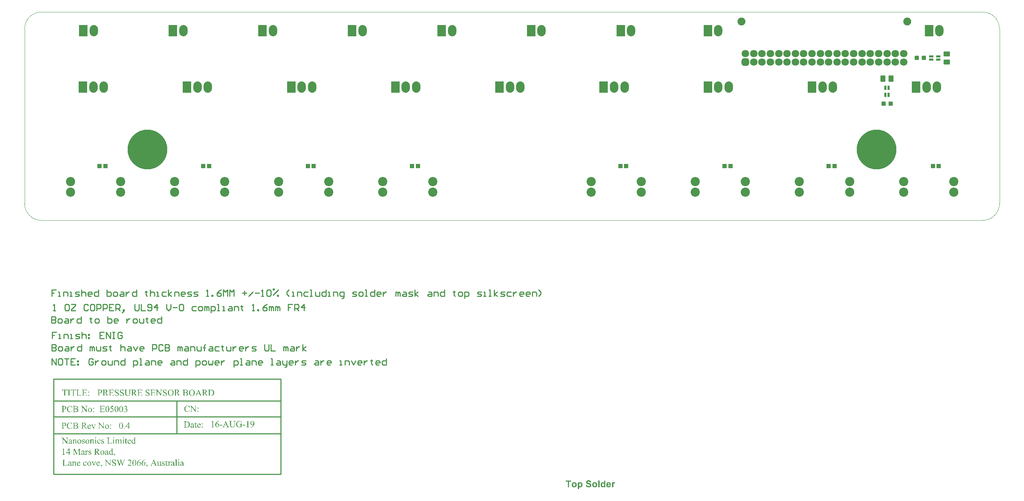
<source format=gts>
G04 Layer_Color=8388736*
%FSLAX42Y42*%
%MOMM*%
G71*
G01*
G75*
%ADD17C,0.25*%
%ADD22C,0.10*%
%ADD42R,0.60X1.10*%
%ADD43R,1.10X0.60*%
%ADD44R,1.00X1.10*%
G04:AMPARAMS|DCode=45|XSize=1.1mm|YSize=1.1mm|CornerRadius=0.33mm|HoleSize=0mm|Usage=FLASHONLY|Rotation=0.000|XOffset=0mm|YOffset=0mm|HoleType=Round|Shape=RoundedRectangle|*
%AMROUNDEDRECTD45*
21,1,1.10,0.45,0,0,0.0*
21,1,0.45,1.10,0,0,0.0*
1,1,0.65,0.23,-0.23*
1,1,0.65,-0.23,-0.23*
1,1,0.65,-0.23,0.23*
1,1,0.65,0.23,0.23*
%
%ADD45ROUNDEDRECTD45*%
G04:AMPARAMS|DCode=46|XSize=1.25mm|YSize=1.55mm|CornerRadius=0.26mm|HoleSize=0mm|Usage=FLASHONLY|Rotation=0.000|XOffset=0mm|YOffset=0mm|HoleType=Round|Shape=RoundedRectangle|*
%AMROUNDEDRECTD46*
21,1,1.25,1.03,0,0,0.0*
21,1,0.73,1.55,0,0,0.0*
1,1,0.52,0.37,-0.52*
1,1,0.52,-0.37,-0.52*
1,1,0.52,-0.37,0.52*
1,1,0.52,0.37,0.52*
%
%ADD46ROUNDEDRECTD46*%
G04:AMPARAMS|DCode=47|XSize=1.25mm|YSize=1.55mm|CornerRadius=0.26mm|HoleSize=0mm|Usage=FLASHONLY|Rotation=270.000|XOffset=0mm|YOffset=0mm|HoleType=Round|Shape=RoundedRectangle|*
%AMROUNDEDRECTD47*
21,1,1.25,1.03,0,0,270.0*
21,1,0.73,1.55,0,0,270.0*
1,1,0.52,-0.52,-0.37*
1,1,0.52,-0.52,0.37*
1,1,0.52,0.52,0.37*
1,1,0.52,0.52,-0.37*
%
%ADD47ROUNDEDRECTD47*%
%ADD48C,2.20*%
%ADD49O,2.00X2.70*%
%ADD50R,2.00X2.70*%
%ADD51C,1.90*%
%ADD52C,1.80*%
G04:AMPARAMS|DCode=53|XSize=1.8mm|YSize=1.8mm|CornerRadius=0.5mm|HoleSize=0mm|Usage=FLASHONLY|Rotation=180.000|XOffset=0mm|YOffset=0mm|HoleType=Round|Shape=RoundedRectangle|*
%AMROUNDEDRECTD53*
21,1,1.80,0.80,0,0,180.0*
21,1,0.80,1.80,0,0,180.0*
1,1,1.00,-0.40,0.40*
1,1,1.00,0.40,0.40*
1,1,1.00,0.40,-0.40*
1,1,1.00,-0.40,-0.40*
%
%ADD53ROUNDEDRECTD53*%
%ADD54C,9.57*%
G36*
X3408Y-9114D02*
X3403D01*
Y-9114D01*
Y-9113D01*
X3403Y-9113D01*
X3403Y-9111D01*
X3403Y-9109D01*
X3402Y-9106D01*
X3401Y-9102D01*
X3400Y-9098D01*
X3398Y-9094D01*
X3396Y-9091D01*
X3396Y-9090D01*
X3396Y-9089D01*
X3394Y-9088D01*
X3393Y-9086D01*
X3391Y-9084D01*
X3388Y-9082D01*
X3386Y-9079D01*
X3382Y-9077D01*
X3382Y-9077D01*
X3381Y-9076D01*
X3379Y-9076D01*
X3376Y-9075D01*
X3373Y-9074D01*
X3370Y-9073D01*
X3367Y-9072D01*
X3363Y-9072D01*
X3361D01*
X3359Y-9073D01*
X3356Y-9073D01*
X3354Y-9074D01*
X3350Y-9075D01*
X3347Y-9077D01*
X3345Y-9079D01*
X3344Y-9079D01*
X3343Y-9080D01*
X3342Y-9082D01*
X3341Y-9084D01*
X3340Y-9086D01*
X3338Y-9089D01*
X3338Y-9092D01*
X3337Y-9095D01*
Y-9095D01*
Y-9096D01*
X3338Y-9097D01*
X3338Y-9099D01*
X3338Y-9101D01*
X3339Y-9103D01*
X3340Y-9105D01*
X3342Y-9107D01*
X3342Y-9107D01*
X3343Y-9108D01*
X3343Y-9108D01*
X3344Y-9109D01*
X3345Y-9110D01*
X3347Y-9111D01*
X3348Y-9113D01*
X3350Y-9114D01*
X3353Y-9116D01*
X3355Y-9117D01*
X3358Y-9119D01*
X3361Y-9121D01*
X3365Y-9124D01*
X3369Y-9126D01*
X3374Y-9128D01*
X3374Y-9129D01*
X3375Y-9129D01*
X3376Y-9129D01*
X3377Y-9130D01*
X3379Y-9131D01*
X3380Y-9132D01*
X3385Y-9135D01*
X3389Y-9137D01*
X3394Y-9140D01*
X3398Y-9143D01*
X3400Y-9144D01*
X3401Y-9145D01*
X3402Y-9145D01*
X3403Y-9146D01*
X3404Y-9148D01*
X3406Y-9149D01*
X3408Y-9151D01*
X3410Y-9154D01*
X3412Y-9156D01*
X3413Y-9159D01*
X3413Y-9159D01*
X3414Y-9160D01*
X3415Y-9162D01*
X3415Y-9164D01*
X3416Y-9166D01*
X3417Y-9169D01*
X3417Y-9173D01*
X3417Y-9176D01*
Y-9176D01*
Y-9176D01*
Y-9177D01*
X3417Y-9178D01*
X3417Y-9180D01*
X3417Y-9182D01*
X3416Y-9185D01*
X3414Y-9190D01*
X3413Y-9192D01*
X3412Y-9195D01*
X3410Y-9197D01*
X3409Y-9199D01*
X3407Y-9202D01*
X3404Y-9204D01*
X3404Y-9204D01*
X3404Y-9205D01*
X3403Y-9205D01*
X3402Y-9206D01*
X3401Y-9207D01*
X3399Y-9208D01*
X3397Y-9209D01*
X3395Y-9210D01*
X3393Y-9211D01*
X3391Y-9212D01*
X3385Y-9214D01*
X3378Y-9216D01*
X3375Y-9216D01*
X3371Y-9216D01*
X3369D01*
X3367Y-9216D01*
X3366D01*
X3363Y-9216D01*
X3359Y-9215D01*
X3359D01*
X3359Y-9215D01*
X3358D01*
X3356Y-9214D01*
X3354Y-9214D01*
X3352Y-9213D01*
X3349Y-9212D01*
X3345Y-9211D01*
X3345Y-9211D01*
X3344Y-9211D01*
X3342Y-9210D01*
X3340Y-9209D01*
X3338Y-9209D01*
X3335Y-9208D01*
X3334Y-9208D01*
X3332Y-9208D01*
X3332D01*
X3331Y-9208D01*
X3329Y-9208D01*
X3328Y-9210D01*
X3328Y-9210D01*
X3328Y-9210D01*
X3327Y-9211D01*
X3327Y-9212D01*
X3326Y-9213D01*
X3326Y-9214D01*
X3326Y-9216D01*
X3322D01*
Y-9166D01*
X3326D01*
Y-9166D01*
X3326Y-9167D01*
Y-9168D01*
X3326Y-9169D01*
X3326Y-9170D01*
X3327Y-9172D01*
X3328Y-9175D01*
X3329Y-9179D01*
X3330Y-9183D01*
X3332Y-9187D01*
X3333Y-9190D01*
X3333Y-9190D01*
X3334Y-9191D01*
X3335Y-9193D01*
X3337Y-9194D01*
X3339Y-9197D01*
X3341Y-9199D01*
X3344Y-9201D01*
X3348Y-9203D01*
X3348D01*
X3348Y-9203D01*
X3349Y-9204D01*
X3351Y-9204D01*
X3354Y-9205D01*
X3357Y-9206D01*
X3361Y-9207D01*
X3365Y-9208D01*
X3369Y-9208D01*
X3370D01*
X3371Y-9208D01*
X3374Y-9207D01*
X3377Y-9207D01*
X3380Y-9206D01*
X3384Y-9205D01*
X3387Y-9203D01*
X3390Y-9201D01*
X3391Y-9201D01*
X3391Y-9199D01*
X3393Y-9198D01*
X3394Y-9196D01*
X3396Y-9194D01*
X3397Y-9191D01*
X3398Y-9187D01*
X3398Y-9184D01*
Y-9184D01*
Y-9183D01*
X3398Y-9182D01*
X3398Y-9180D01*
X3397Y-9179D01*
X3397Y-9177D01*
X3396Y-9175D01*
X3395Y-9173D01*
X3395Y-9173D01*
X3394Y-9172D01*
X3394Y-9171D01*
X3393Y-9170D01*
X3391Y-9168D01*
X3390Y-9166D01*
X3388Y-9165D01*
X3386Y-9163D01*
X3386Y-9163D01*
X3385Y-9162D01*
X3384Y-9161D01*
X3381Y-9160D01*
X3380Y-9159D01*
X3378Y-9158D01*
X3376Y-9157D01*
X3374Y-9156D01*
X3372Y-9154D01*
X3369Y-9153D01*
X3366Y-9151D01*
X3363Y-9149D01*
X3363Y-9149D01*
X3362Y-9149D01*
X3361Y-9148D01*
X3360Y-9147D01*
X3358Y-9146D01*
X3356Y-9145D01*
X3352Y-9143D01*
X3348Y-9141D01*
X3344Y-9138D01*
X3340Y-9135D01*
X3338Y-9134D01*
X3336Y-9132D01*
X3336Y-9132D01*
X3335Y-9131D01*
X3333Y-9130D01*
X3332Y-9128D01*
X3330Y-9126D01*
X3328Y-9124D01*
X3326Y-9121D01*
X3324Y-9119D01*
X3324Y-9118D01*
X3324Y-9117D01*
X3323Y-9116D01*
X3322Y-9114D01*
X3321Y-9111D01*
X3321Y-9108D01*
X3320Y-9106D01*
X3320Y-9102D01*
Y-9102D01*
Y-9101D01*
Y-9101D01*
X3320Y-9099D01*
X3321Y-9098D01*
X3321Y-9096D01*
X3322Y-9093D01*
X3323Y-9089D01*
X3325Y-9084D01*
X3326Y-9082D01*
X3328Y-9079D01*
X3330Y-9077D01*
X3332Y-9075D01*
X3332Y-9075D01*
X3333Y-9075D01*
X3333Y-9074D01*
X3334Y-9073D01*
X3335Y-9072D01*
X3337Y-9071D01*
X3339Y-9070D01*
X3340Y-9069D01*
X3345Y-9067D01*
X3350Y-9065D01*
X3356Y-9064D01*
X3359Y-9064D01*
X3363Y-9064D01*
X3365D01*
X3367Y-9064D01*
X3370Y-9064D01*
X3374Y-9065D01*
X3378Y-9066D01*
X3383Y-9067D01*
X3387Y-9069D01*
X3388D01*
X3388Y-9070D01*
X3389Y-9070D01*
X3391Y-9071D01*
X3394Y-9071D01*
X3395Y-9072D01*
X3396Y-9072D01*
X3396D01*
X3398Y-9072D01*
X3399Y-9071D01*
X3401Y-9070D01*
X3401Y-9070D01*
X3401Y-9070D01*
X3402Y-9069D01*
X3402Y-9068D01*
X3403Y-9067D01*
X3403Y-9065D01*
X3403Y-9064D01*
X3408D01*
Y-9114D01*
D02*
G37*
G36*
X2992D02*
X2988D01*
Y-9114D01*
Y-9113D01*
X2987Y-9113D01*
X2987Y-9111D01*
X2987Y-9109D01*
X2986Y-9106D01*
X2985Y-9102D01*
X2984Y-9098D01*
X2982Y-9094D01*
X2981Y-9091D01*
X2980Y-9090D01*
X2980Y-9089D01*
X2978Y-9088D01*
X2977Y-9086D01*
X2975Y-9084D01*
X2972Y-9082D01*
X2970Y-9079D01*
X2966Y-9077D01*
X2966Y-9077D01*
X2965Y-9076D01*
X2963Y-9076D01*
X2960Y-9075D01*
X2957Y-9074D01*
X2954Y-9073D01*
X2951Y-9072D01*
X2947Y-9072D01*
X2945D01*
X2943Y-9073D01*
X2941Y-9073D01*
X2938Y-9074D01*
X2934Y-9075D01*
X2932Y-9077D01*
X2929Y-9079D01*
X2928Y-9079D01*
X2927Y-9080D01*
X2926Y-9082D01*
X2925Y-9084D01*
X2924Y-9086D01*
X2922Y-9089D01*
X2922Y-9092D01*
X2921Y-9095D01*
Y-9095D01*
Y-9096D01*
X2922Y-9097D01*
X2922Y-9099D01*
X2922Y-9101D01*
X2923Y-9103D01*
X2924Y-9105D01*
X2926Y-9107D01*
X2926Y-9107D01*
X2927Y-9108D01*
X2927Y-9108D01*
X2928Y-9109D01*
X2929Y-9110D01*
X2931Y-9111D01*
X2932Y-9113D01*
X2934Y-9114D01*
X2937Y-9116D01*
X2939Y-9117D01*
X2942Y-9119D01*
X2946Y-9121D01*
X2949Y-9124D01*
X2953Y-9126D01*
X2958Y-9128D01*
X2958Y-9129D01*
X2959Y-9129D01*
X2960Y-9129D01*
X2961Y-9130D01*
X2963Y-9131D01*
X2964Y-9132D01*
X2969Y-9135D01*
X2974Y-9137D01*
X2978Y-9140D01*
X2982Y-9143D01*
X2984Y-9144D01*
X2985Y-9145D01*
X2986Y-9145D01*
X2987Y-9146D01*
X2988Y-9148D01*
X2990Y-9149D01*
X2992Y-9151D01*
X2994Y-9154D01*
X2996Y-9156D01*
X2997Y-9159D01*
X2997Y-9159D01*
X2998Y-9160D01*
X2999Y-9162D01*
X2999Y-9164D01*
X3000Y-9166D01*
X3001Y-9169D01*
X3001Y-9173D01*
X3001Y-9176D01*
Y-9176D01*
Y-9176D01*
Y-9177D01*
X3001Y-9178D01*
X3001Y-9180D01*
X3001Y-9182D01*
X3000Y-9185D01*
X2998Y-9190D01*
X2997Y-9192D01*
X2996Y-9195D01*
X2994Y-9197D01*
X2993Y-9199D01*
X2991Y-9202D01*
X2988Y-9204D01*
X2988Y-9204D01*
X2988Y-9205D01*
X2987Y-9205D01*
X2986Y-9206D01*
X2985Y-9207D01*
X2983Y-9208D01*
X2981Y-9209D01*
X2979Y-9210D01*
X2977Y-9211D01*
X2975Y-9212D01*
X2969Y-9214D01*
X2962Y-9216D01*
X2959Y-9216D01*
X2955Y-9216D01*
X2953D01*
X2951Y-9216D01*
X2950D01*
X2948Y-9216D01*
X2943Y-9215D01*
X2943D01*
X2943Y-9215D01*
X2942D01*
X2940Y-9214D01*
X2939Y-9214D01*
X2936Y-9213D01*
X2933Y-9212D01*
X2929Y-9211D01*
X2929Y-9211D01*
X2928Y-9211D01*
X2926Y-9210D01*
X2924Y-9209D01*
X2922Y-9209D01*
X2920Y-9208D01*
X2918Y-9208D01*
X2916Y-9208D01*
X2916D01*
X2915Y-9208D01*
X2913Y-9208D01*
X2912Y-9210D01*
X2912Y-9210D01*
X2912Y-9210D01*
X2911Y-9211D01*
X2911Y-9212D01*
X2911Y-9213D01*
X2910Y-9214D01*
X2910Y-9216D01*
X2906D01*
Y-9166D01*
X2910D01*
Y-9166D01*
X2910Y-9167D01*
Y-9168D01*
X2910Y-9169D01*
X2911Y-9170D01*
X2911Y-9172D01*
X2912Y-9175D01*
X2913Y-9179D01*
X2914Y-9183D01*
X2916Y-9187D01*
X2917Y-9190D01*
X2918Y-9190D01*
X2918Y-9191D01*
X2919Y-9193D01*
X2921Y-9194D01*
X2923Y-9197D01*
X2925Y-9199D01*
X2928Y-9201D01*
X2932Y-9203D01*
X2932D01*
X2932Y-9203D01*
X2934Y-9204D01*
X2935Y-9204D01*
X2938Y-9205D01*
X2941Y-9206D01*
X2945Y-9207D01*
X2949Y-9208D01*
X2953Y-9208D01*
X2954D01*
X2955Y-9208D01*
X2958Y-9207D01*
X2961Y-9207D01*
X2964Y-9206D01*
X2968Y-9205D01*
X2971Y-9203D01*
X2974Y-9201D01*
X2975Y-9201D01*
X2976Y-9199D01*
X2977Y-9198D01*
X2978Y-9196D01*
X2980Y-9194D01*
X2981Y-9191D01*
X2982Y-9187D01*
X2982Y-9184D01*
Y-9184D01*
Y-9183D01*
X2982Y-9182D01*
X2982Y-9180D01*
X2981Y-9179D01*
X2981Y-9177D01*
X2980Y-9175D01*
X2979Y-9173D01*
X2979Y-9173D01*
X2978Y-9172D01*
X2978Y-9171D01*
X2977Y-9170D01*
X2976Y-9168D01*
X2974Y-9166D01*
X2972Y-9165D01*
X2970Y-9163D01*
X2970Y-9163D01*
X2969Y-9162D01*
X2968Y-9161D01*
X2965Y-9160D01*
X2964Y-9159D01*
X2962Y-9158D01*
X2960Y-9157D01*
X2958Y-9156D01*
X2956Y-9154D01*
X2953Y-9153D01*
X2950Y-9151D01*
X2947Y-9149D01*
X2947Y-9149D01*
X2946Y-9149D01*
X2945Y-9148D01*
X2944Y-9147D01*
X2942Y-9146D01*
X2941Y-9145D01*
X2936Y-9143D01*
X2932Y-9141D01*
X2928Y-9138D01*
X2924Y-9135D01*
X2922Y-9134D01*
X2920Y-9132D01*
X2920Y-9132D01*
X2919Y-9131D01*
X2918Y-9130D01*
X2916Y-9128D01*
X2914Y-9126D01*
X2912Y-9124D01*
X2910Y-9121D01*
X2908Y-9119D01*
X2908Y-9118D01*
X2908Y-9117D01*
X2907Y-9116D01*
X2906Y-9114D01*
X2906Y-9111D01*
X2905Y-9108D01*
X2904Y-9106D01*
X2904Y-9102D01*
Y-9102D01*
Y-9101D01*
Y-9101D01*
X2904Y-9099D01*
X2905Y-9098D01*
X2905Y-9096D01*
X2906Y-9093D01*
X2907Y-9089D01*
X2909Y-9084D01*
X2911Y-9082D01*
X2912Y-9079D01*
X2914Y-9077D01*
X2916Y-9075D01*
X2916Y-9075D01*
X2917Y-9075D01*
X2917Y-9074D01*
X2918Y-9073D01*
X2920Y-9072D01*
X2921Y-9071D01*
X2923Y-9070D01*
X2925Y-9069D01*
X2929Y-9067D01*
X2934Y-9065D01*
X2940Y-9064D01*
X2943Y-9064D01*
X2947Y-9064D01*
X2949D01*
X2951Y-9064D01*
X2954Y-9064D01*
X2958Y-9065D01*
X2962Y-9066D01*
X2967Y-9067D01*
X2971Y-9069D01*
X2972D01*
X2972Y-9070D01*
X2974Y-9070D01*
X2975Y-9071D01*
X2978Y-9071D01*
X2979Y-9072D01*
X2980Y-9072D01*
X2981D01*
X2982Y-9072D01*
X2983Y-9071D01*
X2985Y-9070D01*
X2985Y-9070D01*
X2985Y-9070D01*
X2986Y-9069D01*
X2986Y-9068D01*
X2987Y-9067D01*
X2987Y-9065D01*
X2988Y-9064D01*
X2992D01*
Y-9114D01*
D02*
G37*
G36*
X2374D02*
X2370D01*
Y-9114D01*
Y-9113D01*
X2369Y-9113D01*
X2369Y-9111D01*
X2369Y-9109D01*
X2368Y-9106D01*
X2367Y-9102D01*
X2366Y-9098D01*
X2365Y-9094D01*
X2363Y-9091D01*
X2362Y-9090D01*
X2362Y-9089D01*
X2361Y-9088D01*
X2359Y-9086D01*
X2357Y-9084D01*
X2355Y-9082D01*
X2352Y-9079D01*
X2348Y-9077D01*
X2348Y-9077D01*
X2347Y-9076D01*
X2345Y-9076D01*
X2343Y-9075D01*
X2340Y-9074D01*
X2337Y-9073D01*
X2333Y-9072D01*
X2329Y-9072D01*
X2327D01*
X2325Y-9073D01*
X2323Y-9073D01*
X2320Y-9074D01*
X2317Y-9075D01*
X2314Y-9077D01*
X2311Y-9079D01*
X2311Y-9079D01*
X2310Y-9080D01*
X2309Y-9082D01*
X2307Y-9084D01*
X2306Y-9086D01*
X2305Y-9089D01*
X2304Y-9092D01*
X2304Y-9095D01*
Y-9095D01*
Y-9096D01*
X2304Y-9097D01*
X2304Y-9099D01*
X2305Y-9101D01*
X2305Y-9103D01*
X2306Y-9105D01*
X2308Y-9107D01*
X2309Y-9107D01*
X2309Y-9108D01*
X2309Y-9108D01*
X2310Y-9109D01*
X2311Y-9110D01*
X2313Y-9111D01*
X2315Y-9113D01*
X2317Y-9114D01*
X2319Y-9116D01*
X2321Y-9117D01*
X2324Y-9119D01*
X2328Y-9121D01*
X2331Y-9124D01*
X2335Y-9126D01*
X2340Y-9128D01*
X2340Y-9129D01*
X2341Y-9129D01*
X2342Y-9129D01*
X2343Y-9130D01*
X2345Y-9131D01*
X2347Y-9132D01*
X2351Y-9135D01*
X2356Y-9137D01*
X2360Y-9140D01*
X2364Y-9143D01*
X2366Y-9144D01*
X2368Y-9145D01*
X2368Y-9145D01*
X2369Y-9146D01*
X2370Y-9148D01*
X2372Y-9149D01*
X2374Y-9151D01*
X2376Y-9154D01*
X2378Y-9156D01*
X2379Y-9159D01*
X2380Y-9159D01*
X2380Y-9160D01*
X2381Y-9162D01*
X2381Y-9164D01*
X2382Y-9166D01*
X2383Y-9169D01*
X2383Y-9173D01*
X2383Y-9176D01*
Y-9176D01*
Y-9176D01*
Y-9177D01*
X2383Y-9178D01*
X2383Y-9180D01*
X2383Y-9182D01*
X2382Y-9185D01*
X2380Y-9190D01*
X2379Y-9192D01*
X2378Y-9195D01*
X2376Y-9197D01*
X2375Y-9199D01*
X2373Y-9202D01*
X2371Y-9204D01*
X2370Y-9204D01*
X2370Y-9205D01*
X2369Y-9205D01*
X2368Y-9206D01*
X2367Y-9207D01*
X2365Y-9208D01*
X2364Y-9209D01*
X2362Y-9210D01*
X2359Y-9211D01*
X2357Y-9212D01*
X2351Y-9214D01*
X2345Y-9216D01*
X2341Y-9216D01*
X2337Y-9216D01*
X2335D01*
X2334Y-9216D01*
X2332D01*
X2330Y-9216D01*
X2325Y-9215D01*
X2325D01*
X2325Y-9215D01*
X2324D01*
X2323Y-9214D01*
X2321Y-9214D01*
X2318Y-9213D01*
X2315Y-9212D01*
X2312Y-9211D01*
X2311Y-9211D01*
X2310Y-9211D01*
X2308Y-9210D01*
X2306Y-9209D01*
X2304Y-9209D01*
X2302Y-9208D01*
X2300Y-9208D01*
X2299Y-9208D01*
X2298D01*
X2297Y-9208D01*
X2296Y-9208D01*
X2294Y-9210D01*
X2294Y-9210D01*
X2294Y-9210D01*
X2293Y-9211D01*
X2293Y-9212D01*
X2293Y-9213D01*
X2292Y-9214D01*
X2292Y-9216D01*
X2288D01*
Y-9166D01*
X2292D01*
Y-9166D01*
X2292Y-9167D01*
Y-9168D01*
X2292Y-9169D01*
X2293Y-9170D01*
X2293Y-9172D01*
X2294Y-9175D01*
X2295Y-9179D01*
X2296Y-9183D01*
X2298Y-9187D01*
X2299Y-9190D01*
X2300Y-9190D01*
X2300Y-9191D01*
X2302Y-9193D01*
X2303Y-9194D01*
X2305Y-9197D01*
X2308Y-9199D01*
X2311Y-9201D01*
X2314Y-9203D01*
X2314D01*
X2314Y-9203D01*
X2316Y-9204D01*
X2318Y-9204D01*
X2320Y-9205D01*
X2323Y-9206D01*
X2327Y-9207D01*
X2331Y-9208D01*
X2335Y-9208D01*
X2337D01*
X2337Y-9208D01*
X2340Y-9207D01*
X2343Y-9207D01*
X2346Y-9206D01*
X2350Y-9205D01*
X2353Y-9203D01*
X2356Y-9201D01*
X2357Y-9201D01*
X2358Y-9199D01*
X2359Y-9198D01*
X2360Y-9196D01*
X2362Y-9194D01*
X2363Y-9191D01*
X2364Y-9187D01*
X2364Y-9184D01*
Y-9184D01*
Y-9183D01*
X2364Y-9182D01*
X2364Y-9180D01*
X2364Y-9179D01*
X2363Y-9177D01*
X2362Y-9175D01*
X2361Y-9173D01*
X2361Y-9173D01*
X2361Y-9172D01*
X2360Y-9171D01*
X2359Y-9170D01*
X2358Y-9168D01*
X2356Y-9166D01*
X2354Y-9165D01*
X2352Y-9163D01*
X2352Y-9163D01*
X2351Y-9162D01*
X2350Y-9161D01*
X2348Y-9160D01*
X2346Y-9159D01*
X2345Y-9158D01*
X2343Y-9157D01*
X2341Y-9156D01*
X2338Y-9154D01*
X2335Y-9153D01*
X2332Y-9151D01*
X2329Y-9149D01*
X2329Y-9149D01*
X2328Y-9149D01*
X2327Y-9148D01*
X2326Y-9147D01*
X2325Y-9146D01*
X2323Y-9145D01*
X2319Y-9143D01*
X2314Y-9141D01*
X2310Y-9138D01*
X2306Y-9135D01*
X2304Y-9134D01*
X2302Y-9132D01*
X2302Y-9132D01*
X2301Y-9131D01*
X2300Y-9130D01*
X2298Y-9128D01*
X2296Y-9126D01*
X2294Y-9124D01*
X2292Y-9121D01*
X2290Y-9119D01*
X2290Y-9118D01*
X2290Y-9117D01*
X2289Y-9116D01*
X2288Y-9114D01*
X2288Y-9111D01*
X2287Y-9108D01*
X2287Y-9106D01*
X2286Y-9102D01*
Y-9102D01*
Y-9101D01*
Y-9101D01*
X2287Y-9099D01*
X2287Y-9098D01*
X2287Y-9096D01*
X2288Y-9093D01*
X2289Y-9089D01*
X2291Y-9084D01*
X2293Y-9082D01*
X2295Y-9079D01*
X2296Y-9077D01*
X2298Y-9075D01*
X2299Y-9075D01*
X2299Y-9075D01*
X2299Y-9074D01*
X2301Y-9073D01*
X2302Y-9072D01*
X2303Y-9071D01*
X2305Y-9070D01*
X2307Y-9069D01*
X2311Y-9067D01*
X2316Y-9065D01*
X2322Y-9064D01*
X2326Y-9064D01*
X2329Y-9064D01*
X2331D01*
X2333Y-9064D01*
X2337Y-9064D01*
X2340Y-9065D01*
X2344Y-9066D01*
X2349Y-9067D01*
X2354Y-9069D01*
X2354D01*
X2355Y-9070D01*
X2356Y-9070D01*
X2357Y-9071D01*
X2360Y-9071D01*
X2361Y-9072D01*
X2362Y-9072D01*
X2363D01*
X2364Y-9072D01*
X2365Y-9071D01*
X2367Y-9070D01*
X2367Y-9070D01*
X2367Y-9070D01*
X2368Y-9069D01*
X2368Y-9068D01*
X2369Y-9067D01*
X2369Y-9065D01*
X2370Y-9064D01*
X2374D01*
Y-9114D01*
D02*
G37*
G36*
X2251D02*
X2247D01*
Y-9114D01*
Y-9113D01*
X2247Y-9113D01*
X2247Y-9111D01*
X2246Y-9109D01*
X2246Y-9106D01*
X2245Y-9102D01*
X2243Y-9098D01*
X2242Y-9094D01*
X2240Y-9091D01*
X2240Y-9090D01*
X2239Y-9089D01*
X2238Y-9088D01*
X2237Y-9086D01*
X2235Y-9084D01*
X2232Y-9082D01*
X2229Y-9079D01*
X2226Y-9077D01*
X2226Y-9077D01*
X2225Y-9076D01*
X2223Y-9076D01*
X2220Y-9075D01*
X2217Y-9074D01*
X2214Y-9073D01*
X2211Y-9072D01*
X2207Y-9072D01*
X2205D01*
X2203Y-9073D01*
X2200Y-9073D01*
X2197Y-9074D01*
X2194Y-9075D01*
X2191Y-9077D01*
X2188Y-9079D01*
X2188Y-9079D01*
X2187Y-9080D01*
X2186Y-9082D01*
X2185Y-9084D01*
X2183Y-9086D01*
X2182Y-9089D01*
X2181Y-9092D01*
X2181Y-9095D01*
Y-9095D01*
Y-9096D01*
X2181Y-9097D01*
X2182Y-9099D01*
X2182Y-9101D01*
X2183Y-9103D01*
X2184Y-9105D01*
X2186Y-9107D01*
X2186Y-9107D01*
X2187Y-9108D01*
X2187Y-9108D01*
X2188Y-9109D01*
X2189Y-9110D01*
X2191Y-9111D01*
X2192Y-9113D01*
X2194Y-9114D01*
X2197Y-9116D01*
X2199Y-9117D01*
X2202Y-9119D01*
X2205Y-9121D01*
X2209Y-9124D01*
X2213Y-9126D01*
X2218Y-9128D01*
X2218Y-9129D01*
X2218Y-9129D01*
X2220Y-9129D01*
X2221Y-9130D01*
X2222Y-9131D01*
X2224Y-9132D01*
X2229Y-9135D01*
X2233Y-9137D01*
X2238Y-9140D01*
X2242Y-9143D01*
X2244Y-9144D01*
X2245Y-9145D01*
X2246Y-9145D01*
X2247Y-9146D01*
X2248Y-9148D01*
X2250Y-9149D01*
X2252Y-9151D01*
X2253Y-9154D01*
X2255Y-9156D01*
X2257Y-9159D01*
X2257Y-9159D01*
X2258Y-9160D01*
X2258Y-9162D01*
X2259Y-9164D01*
X2260Y-9166D01*
X2260Y-9169D01*
X2261Y-9173D01*
X2261Y-9176D01*
Y-9176D01*
Y-9176D01*
Y-9177D01*
X2261Y-9178D01*
X2261Y-9180D01*
X2260Y-9182D01*
X2260Y-9185D01*
X2258Y-9190D01*
X2257Y-9192D01*
X2256Y-9195D01*
X2254Y-9197D01*
X2253Y-9199D01*
X2250Y-9202D01*
X2248Y-9204D01*
X2248Y-9204D01*
X2248Y-9205D01*
X2247Y-9205D01*
X2246Y-9206D01*
X2245Y-9207D01*
X2243Y-9208D01*
X2241Y-9209D01*
X2239Y-9210D01*
X2237Y-9211D01*
X2234Y-9212D01*
X2229Y-9214D01*
X2222Y-9216D01*
X2219Y-9216D01*
X2215Y-9216D01*
X2213D01*
X2211Y-9216D01*
X2209D01*
X2207Y-9216D01*
X2203Y-9215D01*
X2203D01*
X2202Y-9215D01*
X2201D01*
X2200Y-9214D01*
X2198Y-9214D01*
X2196Y-9213D01*
X2193Y-9212D01*
X2189Y-9211D01*
X2189Y-9211D01*
X2188Y-9211D01*
X2186Y-9210D01*
X2184Y-9209D01*
X2182Y-9209D01*
X2179Y-9208D01*
X2178Y-9208D01*
X2176Y-9208D01*
X2176D01*
X2175Y-9208D01*
X2173Y-9208D01*
X2172Y-9210D01*
X2172Y-9210D01*
X2171Y-9210D01*
X2171Y-9211D01*
X2171Y-9212D01*
X2170Y-9213D01*
X2170Y-9214D01*
X2170Y-9216D01*
X2166D01*
Y-9166D01*
X2170D01*
Y-9166D01*
X2170Y-9167D01*
Y-9168D01*
X2170Y-9169D01*
X2170Y-9170D01*
X2171Y-9172D01*
X2172Y-9175D01*
X2173Y-9179D01*
X2174Y-9183D01*
X2176Y-9187D01*
X2177Y-9190D01*
X2177Y-9190D01*
X2178Y-9191D01*
X2179Y-9193D01*
X2181Y-9194D01*
X2183Y-9197D01*
X2185Y-9199D01*
X2188Y-9201D01*
X2192Y-9203D01*
X2192D01*
X2192Y-9203D01*
X2193Y-9204D01*
X2195Y-9204D01*
X2198Y-9205D01*
X2201Y-9206D01*
X2205Y-9207D01*
X2208Y-9208D01*
X2213Y-9208D01*
X2214D01*
X2215Y-9208D01*
X2218Y-9207D01*
X2220Y-9207D01*
X2224Y-9206D01*
X2227Y-9205D01*
X2231Y-9203D01*
X2234Y-9201D01*
X2234Y-9201D01*
X2235Y-9199D01*
X2236Y-9198D01*
X2238Y-9196D01*
X2239Y-9194D01*
X2241Y-9191D01*
X2242Y-9187D01*
X2242Y-9184D01*
Y-9184D01*
Y-9183D01*
X2242Y-9182D01*
X2241Y-9180D01*
X2241Y-9179D01*
X2241Y-9177D01*
X2240Y-9175D01*
X2239Y-9173D01*
X2239Y-9173D01*
X2238Y-9172D01*
X2237Y-9171D01*
X2236Y-9170D01*
X2235Y-9168D01*
X2234Y-9166D01*
X2232Y-9165D01*
X2230Y-9163D01*
X2229Y-9163D01*
X2229Y-9162D01*
X2227Y-9161D01*
X2225Y-9160D01*
X2224Y-9159D01*
X2222Y-9158D01*
X2220Y-9157D01*
X2218Y-9156D01*
X2216Y-9154D01*
X2213Y-9153D01*
X2210Y-9151D01*
X2207Y-9149D01*
X2206Y-9149D01*
X2206Y-9149D01*
X2205Y-9148D01*
X2204Y-9147D01*
X2202Y-9146D01*
X2200Y-9145D01*
X2196Y-9143D01*
X2192Y-9141D01*
X2187Y-9138D01*
X2183Y-9135D01*
X2182Y-9134D01*
X2180Y-9132D01*
X2180Y-9132D01*
X2179Y-9131D01*
X2177Y-9130D01*
X2176Y-9128D01*
X2174Y-9126D01*
X2172Y-9124D01*
X2170Y-9121D01*
X2168Y-9119D01*
X2168Y-9118D01*
X2167Y-9117D01*
X2167Y-9116D01*
X2166Y-9114D01*
X2165Y-9111D01*
X2165Y-9108D01*
X2164Y-9106D01*
X2164Y-9102D01*
Y-9102D01*
Y-9101D01*
Y-9101D01*
X2164Y-9099D01*
X2164Y-9098D01*
X2165Y-9096D01*
X2166Y-9093D01*
X2167Y-9089D01*
X2169Y-9084D01*
X2170Y-9082D01*
X2172Y-9079D01*
X2174Y-9077D01*
X2176Y-9075D01*
X2176Y-9075D01*
X2176Y-9075D01*
X2177Y-9074D01*
X2178Y-9073D01*
X2179Y-9072D01*
X2181Y-9071D01*
X2183Y-9070D01*
X2184Y-9069D01*
X2189Y-9067D01*
X2194Y-9065D01*
X2200Y-9064D01*
X2203Y-9064D01*
X2207Y-9064D01*
X2209D01*
X2211Y-9064D01*
X2214Y-9064D01*
X2218Y-9065D01*
X2222Y-9066D01*
X2227Y-9067D01*
X2231Y-9069D01*
X2232D01*
X2232Y-9070D01*
X2233Y-9070D01*
X2235Y-9071D01*
X2237Y-9071D01*
X2239Y-9072D01*
X2240Y-9072D01*
X2240D01*
X2241Y-9072D01*
X2243Y-9071D01*
X2244Y-9070D01*
X2245Y-9070D01*
X2245Y-9070D01*
X2246Y-9069D01*
X2246Y-9068D01*
X2246Y-9067D01*
X2247Y-9065D01*
X2247Y-9064D01*
X2251D01*
Y-9114D01*
D02*
G37*
G36*
X3132Y-9099D02*
X3127D01*
Y-9099D01*
Y-9099D01*
X3127Y-9097D01*
X3126Y-9095D01*
X3126Y-9093D01*
X3125Y-9090D01*
X3124Y-9087D01*
X3123Y-9085D01*
X3122Y-9083D01*
X3122Y-9083D01*
X3122Y-9082D01*
X3121Y-9082D01*
X3120Y-9081D01*
X3119Y-9080D01*
X3118Y-9079D01*
X3116Y-9078D01*
X3114Y-9077D01*
X3114D01*
X3113Y-9076D01*
X3112Y-9076D01*
X3111Y-9076D01*
X3108Y-9075D01*
X3106Y-9075D01*
X3103Y-9075D01*
X3059D01*
Y-9132D01*
X3093D01*
X3095Y-9132D01*
X3098Y-9132D01*
X3101Y-9131D01*
X3103Y-9131D01*
X3106Y-9130D01*
X3108Y-9129D01*
X3108Y-9129D01*
X3109Y-9128D01*
X3109Y-9127D01*
X3111Y-9125D01*
X3112Y-9122D01*
X3113Y-9119D01*
X3114Y-9115D01*
X3114Y-9111D01*
X3118D01*
Y-9162D01*
X3114D01*
Y-9162D01*
Y-9162D01*
X3114Y-9160D01*
X3113Y-9158D01*
X3113Y-9156D01*
X3113Y-9154D01*
X3112Y-9152D01*
X3111Y-9150D01*
X3111Y-9148D01*
Y-9148D01*
X3110Y-9148D01*
X3109Y-9146D01*
X3109Y-9145D01*
X3107Y-9144D01*
X3106Y-9143D01*
X3104Y-9143D01*
X3104D01*
X3104Y-9142D01*
X3103Y-9142D01*
X3101Y-9141D01*
X3099Y-9141D01*
X3097Y-9141D01*
X3094Y-9140D01*
X3059D01*
Y-9189D01*
Y-9189D01*
Y-9190D01*
Y-9192D01*
Y-9194D01*
X3059Y-9196D01*
Y-9198D01*
X3059Y-9199D01*
X3060Y-9201D01*
X3060Y-9201D01*
X3060Y-9202D01*
X3061Y-9203D01*
X3062Y-9204D01*
X3063D01*
X3063Y-9204D01*
X3064Y-9204D01*
X3064D01*
X3065Y-9204D01*
X3067Y-9205D01*
X3069Y-9205D01*
X3100D01*
X3103Y-9205D01*
X3106Y-9204D01*
X3109Y-9204D01*
X3111Y-9204D01*
X3114Y-9203D01*
X3114D01*
X3115Y-9203D01*
X3116Y-9202D01*
X3117Y-9202D01*
X3119Y-9201D01*
X3121Y-9200D01*
X3123Y-9198D01*
X3125Y-9197D01*
X3125Y-9196D01*
X3126Y-9195D01*
X3127Y-9194D01*
X3129Y-9191D01*
X3131Y-9189D01*
X3133Y-9185D01*
X3136Y-9181D01*
X3138Y-9176D01*
X3143D01*
X3130Y-9213D01*
X3018D01*
Y-9209D01*
X3023D01*
X3024Y-9208D01*
X3026D01*
X3029Y-9208D01*
X3032Y-9206D01*
X3032D01*
X3033Y-9206D01*
X3034Y-9205D01*
X3036Y-9204D01*
X3037Y-9202D01*
X3037Y-9201D01*
Y-9201D01*
X3037Y-9201D01*
X3037Y-9200D01*
X3038Y-9198D01*
X3038Y-9196D01*
X3038Y-9194D01*
X3038Y-9191D01*
Y-9187D01*
Y-9092D01*
Y-9092D01*
Y-9092D01*
Y-9091D01*
Y-9090D01*
X3038Y-9088D01*
X3038Y-9085D01*
X3038Y-9082D01*
X3037Y-9079D01*
X3036Y-9077D01*
X3036Y-9076D01*
X3035Y-9075D01*
X3035Y-9075D01*
X3035Y-9075D01*
X3034Y-9074D01*
X3032Y-9073D01*
X3031Y-9072D01*
X3028Y-9072D01*
X3026Y-9071D01*
X3023Y-9071D01*
X3018D01*
Y-9067D01*
X3130D01*
X3132Y-9099D01*
D02*
G37*
G36*
X2820D02*
X2815D01*
Y-9099D01*
Y-9099D01*
X2815Y-9097D01*
X2814Y-9095D01*
X2814Y-9093D01*
X2813Y-9090D01*
X2812Y-9087D01*
X2811Y-9085D01*
X2810Y-9083D01*
X2810Y-9083D01*
X2810Y-9082D01*
X2809Y-9082D01*
X2808Y-9081D01*
X2807Y-9080D01*
X2806Y-9079D01*
X2804Y-9078D01*
X2802Y-9077D01*
X2802D01*
X2801Y-9076D01*
X2800Y-9076D01*
X2799Y-9076D01*
X2796Y-9075D01*
X2794Y-9075D01*
X2791Y-9075D01*
X2747D01*
Y-9132D01*
X2781D01*
X2783Y-9132D01*
X2786Y-9132D01*
X2789Y-9131D01*
X2791Y-9131D01*
X2794Y-9130D01*
X2796Y-9129D01*
X2796Y-9129D01*
X2796Y-9128D01*
X2797Y-9127D01*
X2799Y-9125D01*
X2800Y-9122D01*
X2801Y-9119D01*
X2801Y-9115D01*
X2802Y-9111D01*
X2806D01*
Y-9162D01*
X2802D01*
Y-9162D01*
Y-9162D01*
X2802Y-9160D01*
X2801Y-9158D01*
X2801Y-9156D01*
X2801Y-9154D01*
X2800Y-9152D01*
X2799Y-9150D01*
X2799Y-9148D01*
Y-9148D01*
X2798Y-9148D01*
X2797Y-9146D01*
X2796Y-9145D01*
X2795Y-9144D01*
X2794Y-9143D01*
X2792Y-9143D01*
X2792D01*
X2792Y-9142D01*
X2791Y-9142D01*
X2789Y-9141D01*
X2787Y-9141D01*
X2785Y-9141D01*
X2782Y-9140D01*
X2747D01*
Y-9189D01*
Y-9189D01*
Y-9190D01*
Y-9192D01*
Y-9194D01*
X2747Y-9196D01*
Y-9198D01*
X2747Y-9199D01*
X2747Y-9201D01*
X2748Y-9201D01*
X2748Y-9202D01*
X2749Y-9203D01*
X2750Y-9204D01*
X2751D01*
X2751Y-9204D01*
X2752Y-9204D01*
X2752D01*
X2753Y-9204D01*
X2755Y-9205D01*
X2757Y-9205D01*
X2788D01*
X2791Y-9205D01*
X2794Y-9204D01*
X2796Y-9204D01*
X2799Y-9204D01*
X2802Y-9203D01*
X2802D01*
X2803Y-9203D01*
X2804Y-9202D01*
X2805Y-9202D01*
X2807Y-9201D01*
X2809Y-9200D01*
X2810Y-9198D01*
X2813Y-9197D01*
X2813Y-9196D01*
X2814Y-9195D01*
X2815Y-9194D01*
X2817Y-9191D01*
X2819Y-9189D01*
X2821Y-9185D01*
X2824Y-9181D01*
X2826Y-9176D01*
X2831D01*
X2818Y-9213D01*
X2705D01*
Y-9209D01*
X2711D01*
X2712Y-9208D01*
X2714D01*
X2717Y-9208D01*
X2720Y-9206D01*
X2720D01*
X2721Y-9206D01*
X2722Y-9205D01*
X2724Y-9204D01*
X2724Y-9202D01*
X2725Y-9201D01*
Y-9201D01*
X2725Y-9201D01*
X2725Y-9200D01*
X2726Y-9198D01*
X2726Y-9196D01*
X2726Y-9194D01*
X2726Y-9191D01*
Y-9187D01*
Y-9092D01*
Y-9092D01*
Y-9092D01*
Y-9091D01*
Y-9090D01*
X2726Y-9088D01*
X2726Y-9085D01*
X2726Y-9082D01*
X2725Y-9079D01*
X2724Y-9077D01*
X2724Y-9076D01*
X2723Y-9075D01*
X2723Y-9075D01*
X2723Y-9075D01*
X2722Y-9074D01*
X2720Y-9073D01*
X2719Y-9072D01*
X2716Y-9072D01*
X2714Y-9071D01*
X2710Y-9071D01*
X2705D01*
Y-9067D01*
X2818D01*
X2820Y-9099D01*
D02*
G37*
G36*
X2134D02*
X2130D01*
Y-9099D01*
Y-9099D01*
X2130Y-9097D01*
X2129Y-9095D01*
X2129Y-9093D01*
X2128Y-9090D01*
X2127Y-9087D01*
X2126Y-9085D01*
X2125Y-9083D01*
X2125Y-9083D01*
X2124Y-9082D01*
X2124Y-9082D01*
X2123Y-9081D01*
X2122Y-9080D01*
X2120Y-9079D01*
X2119Y-9078D01*
X2117Y-9077D01*
X2117D01*
X2116Y-9076D01*
X2115Y-9076D01*
X2113Y-9076D01*
X2111Y-9075D01*
X2109Y-9075D01*
X2106Y-9075D01*
X2062D01*
Y-9132D01*
X2096D01*
X2098Y-9132D01*
X2101Y-9132D01*
X2103Y-9131D01*
X2106Y-9131D01*
X2109Y-9130D01*
X2110Y-9129D01*
X2111Y-9129D01*
X2111Y-9128D01*
X2112Y-9127D01*
X2113Y-9125D01*
X2115Y-9122D01*
X2115Y-9119D01*
X2116Y-9115D01*
X2117Y-9111D01*
X2121D01*
Y-9162D01*
X2117D01*
Y-9162D01*
Y-9162D01*
X2117Y-9160D01*
X2116Y-9158D01*
X2116Y-9156D01*
X2115Y-9154D01*
X2115Y-9152D01*
X2114Y-9150D01*
X2114Y-9148D01*
Y-9148D01*
X2113Y-9148D01*
X2112Y-9146D01*
X2111Y-9145D01*
X2110Y-9144D01*
X2109Y-9143D01*
X2107Y-9143D01*
X2107D01*
X2106Y-9142D01*
X2106Y-9142D01*
X2104Y-9141D01*
X2102Y-9141D01*
X2100Y-9141D01*
X2097Y-9140D01*
X2062D01*
Y-9189D01*
Y-9189D01*
Y-9190D01*
Y-9192D01*
Y-9194D01*
X2062Y-9196D01*
Y-9198D01*
X2062Y-9199D01*
X2062Y-9201D01*
X2063Y-9201D01*
X2063Y-9202D01*
X2064Y-9203D01*
X2065Y-9204D01*
X2066D01*
X2066Y-9204D01*
X2066Y-9204D01*
X2067D01*
X2068Y-9204D01*
X2070Y-9205D01*
X2072Y-9205D01*
X2103D01*
X2106Y-9205D01*
X2108Y-9204D01*
X2111Y-9204D01*
X2114Y-9204D01*
X2117Y-9203D01*
X2117D01*
X2117Y-9203D01*
X2119Y-9202D01*
X2120Y-9202D01*
X2122Y-9201D01*
X2124Y-9200D01*
X2125Y-9198D01*
X2127Y-9197D01*
X2128Y-9196D01*
X2129Y-9195D01*
X2130Y-9194D01*
X2132Y-9191D01*
X2134Y-9189D01*
X2136Y-9185D01*
X2138Y-9181D01*
X2141Y-9176D01*
X2145D01*
X2133Y-9213D01*
X2020D01*
Y-9209D01*
X2026D01*
X2027Y-9208D01*
X2029D01*
X2032Y-9208D01*
X2035Y-9206D01*
X2035D01*
X2036Y-9206D01*
X2037Y-9205D01*
X2039Y-9204D01*
X2039Y-9202D01*
X2040Y-9201D01*
Y-9201D01*
X2040Y-9201D01*
X2040Y-9200D01*
X2040Y-9198D01*
X2041Y-9196D01*
X2041Y-9194D01*
X2041Y-9191D01*
Y-9187D01*
Y-9092D01*
Y-9092D01*
Y-9092D01*
Y-9091D01*
Y-9090D01*
X2041Y-9088D01*
X2041Y-9085D01*
X2040Y-9082D01*
X2040Y-9079D01*
X2039Y-9077D01*
X2039Y-9076D01*
X2038Y-9075D01*
X2038Y-9075D01*
X2038Y-9075D01*
X2037Y-9074D01*
X2035Y-9073D01*
X2033Y-9072D01*
X2031Y-9072D01*
X2029Y-9071D01*
X2025Y-9071D01*
X2020D01*
Y-9067D01*
X2133D01*
X2134Y-9099D01*
D02*
G37*
G36*
X1491D02*
X1487D01*
Y-9099D01*
Y-9099D01*
X1486Y-9097D01*
X1486Y-9095D01*
X1485Y-9093D01*
X1485Y-9090D01*
X1484Y-9087D01*
X1483Y-9085D01*
X1482Y-9083D01*
X1481Y-9083D01*
X1481Y-9082D01*
X1480Y-9082D01*
X1480Y-9081D01*
X1478Y-9080D01*
X1477Y-9079D01*
X1475Y-9078D01*
X1473Y-9077D01*
X1473D01*
X1473Y-9076D01*
X1471Y-9076D01*
X1470Y-9076D01*
X1468Y-9075D01*
X1465Y-9075D01*
X1462Y-9075D01*
X1418D01*
Y-9132D01*
X1453D01*
X1455Y-9132D01*
X1457Y-9132D01*
X1460Y-9131D01*
X1463Y-9131D01*
X1465Y-9130D01*
X1467Y-9129D01*
X1467Y-9129D01*
X1468Y-9128D01*
X1469Y-9127D01*
X1470Y-9125D01*
X1471Y-9122D01*
X1472Y-9119D01*
X1473Y-9115D01*
X1473Y-9111D01*
X1478D01*
Y-9162D01*
X1473D01*
Y-9162D01*
Y-9162D01*
X1473Y-9160D01*
X1473Y-9158D01*
X1473Y-9156D01*
X1472Y-9154D01*
X1471Y-9152D01*
X1471Y-9150D01*
X1470Y-9148D01*
Y-9148D01*
X1470Y-9148D01*
X1469Y-9146D01*
X1468Y-9145D01*
X1467Y-9144D01*
X1466Y-9143D01*
X1464Y-9143D01*
X1464D01*
X1463Y-9142D01*
X1462Y-9142D01*
X1461Y-9141D01*
X1459Y-9141D01*
X1457Y-9141D01*
X1454Y-9140D01*
X1418D01*
Y-9189D01*
Y-9189D01*
Y-9190D01*
Y-9192D01*
Y-9194D01*
X1419Y-9196D01*
Y-9198D01*
X1419Y-9199D01*
X1419Y-9201D01*
X1419Y-9201D01*
X1420Y-9202D01*
X1421Y-9203D01*
X1422Y-9204D01*
X1422D01*
X1422Y-9204D01*
X1423Y-9204D01*
X1424D01*
X1425Y-9204D01*
X1427Y-9205D01*
X1428Y-9205D01*
X1459D01*
X1462Y-9205D01*
X1465Y-9204D01*
X1468Y-9204D01*
X1471Y-9204D01*
X1473Y-9203D01*
X1473D01*
X1474Y-9203D01*
X1475Y-9202D01*
X1477Y-9202D01*
X1478Y-9201D01*
X1480Y-9200D01*
X1482Y-9198D01*
X1484Y-9197D01*
X1484Y-9196D01*
X1485Y-9195D01*
X1487Y-9194D01*
X1488Y-9191D01*
X1490Y-9189D01*
X1493Y-9185D01*
X1495Y-9181D01*
X1498Y-9176D01*
X1502D01*
X1490Y-9213D01*
X1377D01*
Y-9209D01*
X1383D01*
X1384Y-9208D01*
X1385D01*
X1388Y-9208D01*
X1392Y-9206D01*
X1392D01*
X1392Y-9206D01*
X1394Y-9205D01*
X1395Y-9204D01*
X1396Y-9202D01*
X1396Y-9201D01*
Y-9201D01*
X1397Y-9201D01*
X1397Y-9200D01*
X1397Y-9198D01*
X1397Y-9196D01*
X1398Y-9194D01*
X1398Y-9191D01*
Y-9187D01*
Y-9092D01*
Y-9092D01*
Y-9092D01*
Y-9091D01*
Y-9090D01*
X1398Y-9088D01*
X1397Y-9085D01*
X1397Y-9082D01*
X1397Y-9079D01*
X1396Y-9077D01*
X1395Y-9076D01*
X1395Y-9075D01*
X1395Y-9075D01*
X1394Y-9075D01*
X1393Y-9074D01*
X1392Y-9073D01*
X1390Y-9072D01*
X1388Y-9072D01*
X1385Y-9071D01*
X1382Y-9071D01*
X1377D01*
Y-9067D01*
X1490D01*
X1491Y-9099D01*
D02*
G37*
G36*
X1232Y-9101D02*
X1228D01*
Y-9101D01*
X1228Y-9099D01*
X1228Y-9098D01*
X1227Y-9096D01*
X1226Y-9092D01*
X1226Y-9090D01*
X1225Y-9088D01*
X1225Y-9088D01*
X1224Y-9087D01*
X1224Y-9086D01*
X1222Y-9085D01*
X1221Y-9083D01*
X1220Y-9082D01*
X1218Y-9080D01*
X1216Y-9079D01*
X1216Y-9079D01*
X1215Y-9079D01*
X1214Y-9078D01*
X1212Y-9078D01*
X1210Y-9077D01*
X1207Y-9076D01*
X1205Y-9076D01*
X1201Y-9076D01*
X1181D01*
Y-9187D01*
Y-9188D01*
Y-9188D01*
Y-9189D01*
Y-9190D01*
X1181Y-9192D01*
X1182Y-9195D01*
X1182Y-9198D01*
X1182Y-9200D01*
X1183Y-9203D01*
X1183Y-9204D01*
X1184Y-9204D01*
X1184Y-9205D01*
X1184Y-9205D01*
X1186Y-9206D01*
X1187Y-9206D01*
X1189Y-9207D01*
X1191Y-9208D01*
X1193Y-9208D01*
X1196Y-9209D01*
X1202D01*
Y-9213D01*
X1140D01*
Y-9209D01*
X1147D01*
X1148Y-9208D01*
X1150Y-9208D01*
X1152Y-9207D01*
X1154Y-9206D01*
X1156Y-9205D01*
X1158Y-9203D01*
X1158Y-9203D01*
X1158Y-9203D01*
X1159Y-9201D01*
X1159Y-9200D01*
X1160Y-9198D01*
X1160Y-9195D01*
X1161Y-9192D01*
Y-9187D01*
Y-9076D01*
X1140D01*
X1137Y-9076D01*
X1133Y-9077D01*
X1130Y-9077D01*
X1128Y-9078D01*
X1128D01*
X1128Y-9078D01*
X1126Y-9078D01*
X1125Y-9079D01*
X1124Y-9080D01*
X1122Y-9082D01*
X1120Y-9083D01*
X1119Y-9085D01*
X1119Y-9086D01*
X1118Y-9087D01*
X1117Y-9088D01*
X1117Y-9089D01*
X1116Y-9092D01*
X1115Y-9094D01*
X1115Y-9098D01*
X1114Y-9101D01*
X1110D01*
X1112Y-9067D01*
X1231D01*
X1232Y-9101D01*
D02*
G37*
G36*
X1024D02*
X1020D01*
Y-9101D01*
X1020Y-9099D01*
X1020Y-9098D01*
X1019Y-9096D01*
X1018Y-9092D01*
X1018Y-9090D01*
X1017Y-9088D01*
X1017Y-9088D01*
X1016Y-9087D01*
X1016Y-9086D01*
X1014Y-9085D01*
X1013Y-9083D01*
X1012Y-9082D01*
X1010Y-9080D01*
X1008Y-9079D01*
X1008Y-9079D01*
X1007Y-9079D01*
X1006Y-9078D01*
X1004Y-9078D01*
X1002Y-9077D01*
X1000Y-9076D01*
X997Y-9076D01*
X993Y-9076D01*
X973D01*
Y-9187D01*
Y-9188D01*
Y-9188D01*
Y-9189D01*
Y-9190D01*
X973Y-9192D01*
X974Y-9195D01*
X974Y-9198D01*
X974Y-9200D01*
X975Y-9203D01*
X975Y-9204D01*
X976Y-9204D01*
X976Y-9205D01*
X976Y-9205D01*
X978Y-9206D01*
X979Y-9206D01*
X981Y-9207D01*
X983Y-9208D01*
X986Y-9208D01*
X988Y-9209D01*
X994D01*
Y-9213D01*
X932D01*
Y-9209D01*
X939D01*
X940Y-9208D01*
X942Y-9208D01*
X944Y-9207D01*
X946Y-9206D01*
X948Y-9205D01*
X950Y-9203D01*
X950Y-9203D01*
X951Y-9203D01*
X951Y-9201D01*
X951Y-9200D01*
X952Y-9198D01*
X952Y-9195D01*
X953Y-9192D01*
Y-9187D01*
Y-9076D01*
X932D01*
X929Y-9076D01*
X925Y-9077D01*
X922Y-9077D01*
X920Y-9078D01*
X920D01*
X920Y-9078D01*
X918Y-9078D01*
X917Y-9079D01*
X916Y-9080D01*
X914Y-9082D01*
X912Y-9083D01*
X911Y-9085D01*
X911Y-9086D01*
X910Y-9087D01*
X909Y-9088D01*
X909Y-9089D01*
X908Y-9092D01*
X907Y-9094D01*
X907Y-9098D01*
X906Y-9101D01*
X902D01*
X904Y-9067D01*
X1023D01*
X1024Y-9101D01*
D02*
G37*
G36*
X1540Y-9112D02*
X1541Y-9112D01*
X1542Y-9112D01*
X1544Y-9113D01*
X1545Y-9114D01*
X1547Y-9115D01*
X1547Y-9115D01*
X1547Y-9116D01*
X1548Y-9116D01*
X1548Y-9117D01*
X1550Y-9120D01*
X1550Y-9122D01*
X1550Y-9123D01*
Y-9124D01*
Y-9124D01*
X1550Y-9125D01*
X1550Y-9126D01*
X1549Y-9128D01*
X1549Y-9129D01*
X1548Y-9131D01*
X1547Y-9132D01*
X1546Y-9132D01*
X1546Y-9132D01*
X1545Y-9133D01*
X1544Y-9134D01*
X1542Y-9135D01*
X1540Y-9135D01*
X1538Y-9135D01*
X1537D01*
X1536Y-9135D01*
X1535Y-9135D01*
X1534Y-9134D01*
X1533Y-9134D01*
X1531Y-9133D01*
X1530Y-9132D01*
X1529Y-9132D01*
X1529Y-9131D01*
X1529Y-9131D01*
X1528Y-9129D01*
X1527Y-9128D01*
X1527Y-9127D01*
X1527Y-9125D01*
X1526Y-9123D01*
Y-9123D01*
Y-9122D01*
X1527Y-9122D01*
X1527Y-9120D01*
X1527Y-9119D01*
X1528Y-9118D01*
X1529Y-9116D01*
X1530Y-9115D01*
X1530Y-9115D01*
X1530Y-9114D01*
X1531Y-9114D01*
X1532Y-9113D01*
X1533Y-9113D01*
X1535Y-9112D01*
X1536Y-9112D01*
X1538Y-9111D01*
X1539D01*
X1540Y-9112D01*
D02*
G37*
G36*
X1809Y-9067D02*
X1811D01*
X1815Y-9067D01*
X1820Y-9068D01*
X1825Y-9069D01*
X1830Y-9070D01*
X1835Y-9071D01*
X1835D01*
X1835Y-9071D01*
X1836Y-9072D01*
X1839Y-9073D01*
X1841Y-9074D01*
X1844Y-9076D01*
X1847Y-9078D01*
X1851Y-9081D01*
X1854Y-9085D01*
X1854Y-9085D01*
X1855Y-9086D01*
X1856Y-9088D01*
X1858Y-9091D01*
X1859Y-9094D01*
X1860Y-9098D01*
X1861Y-9103D01*
X1861Y-9107D01*
Y-9108D01*
Y-9108D01*
Y-9109D01*
X1861Y-9110D01*
X1861Y-9112D01*
X1861Y-9114D01*
X1860Y-9118D01*
X1858Y-9122D01*
X1856Y-9127D01*
X1855Y-9129D01*
X1854Y-9132D01*
X1851Y-9134D01*
X1849Y-9136D01*
X1849Y-9137D01*
X1849Y-9137D01*
X1848Y-9137D01*
X1847Y-9138D01*
X1846Y-9139D01*
X1845Y-9140D01*
X1843Y-9141D01*
X1841Y-9142D01*
X1839Y-9143D01*
X1836Y-9144D01*
X1833Y-9145D01*
X1830Y-9146D01*
X1827Y-9146D01*
X1824Y-9147D01*
X1820Y-9147D01*
X1816Y-9148D01*
X1813D01*
X1811Y-9147D01*
X1809D01*
X1805Y-9147D01*
X1805D01*
X1804Y-9147D01*
X1802D01*
X1801Y-9146D01*
X1799Y-9146D01*
X1797Y-9145D01*
X1792Y-9145D01*
Y-9187D01*
Y-9187D01*
Y-9188D01*
Y-9188D01*
Y-9189D01*
X1792Y-9192D01*
X1792Y-9194D01*
X1793Y-9197D01*
X1793Y-9200D01*
X1794Y-9202D01*
X1794Y-9204D01*
X1795Y-9204D01*
X1795Y-9204D01*
X1795Y-9205D01*
X1797Y-9206D01*
X1798Y-9206D01*
X1800Y-9207D01*
X1802Y-9208D01*
X1804Y-9208D01*
X1807Y-9209D01*
X1813D01*
Y-9213D01*
X1751D01*
Y-9209D01*
X1758D01*
X1759Y-9208D01*
X1761Y-9208D01*
X1763Y-9207D01*
X1765Y-9206D01*
X1767Y-9205D01*
X1769Y-9203D01*
Y-9203D01*
X1770Y-9202D01*
X1770Y-9201D01*
X1770Y-9200D01*
X1771Y-9197D01*
X1771Y-9195D01*
X1771Y-9191D01*
Y-9187D01*
Y-9093D01*
Y-9092D01*
Y-9092D01*
Y-9091D01*
Y-9090D01*
X1771Y-9088D01*
X1771Y-9085D01*
X1771Y-9082D01*
X1770Y-9080D01*
X1769Y-9077D01*
X1769Y-9076D01*
X1768Y-9076D01*
X1768Y-9075D01*
X1768Y-9075D01*
X1767Y-9074D01*
X1765Y-9073D01*
X1763Y-9073D01*
X1761Y-9072D01*
X1759Y-9071D01*
X1756Y-9071D01*
X1751D01*
Y-9067D01*
X1807D01*
X1809Y-9067D01*
D02*
G37*
G36*
X3304Y-9071D02*
X3297D01*
X3295Y-9071D01*
X3293Y-9072D01*
X3291Y-9072D01*
X3289Y-9073D01*
X3287Y-9075D01*
X3285Y-9077D01*
Y-9077D01*
X3285Y-9077D01*
X3284Y-9078D01*
X3284Y-9080D01*
X3284Y-9082D01*
X3283Y-9085D01*
X3283Y-9088D01*
Y-9092D01*
Y-9215D01*
X3279D01*
X3183Y-9098D01*
Y-9187D01*
Y-9188D01*
Y-9188D01*
Y-9189D01*
Y-9190D01*
X3183Y-9192D01*
X3183Y-9195D01*
X3184Y-9198D01*
X3184Y-9200D01*
X3185Y-9203D01*
X3185Y-9204D01*
X3186Y-9204D01*
X3186Y-9205D01*
X3186Y-9205D01*
X3187Y-9206D01*
X3189Y-9206D01*
X3191Y-9207D01*
X3193Y-9208D01*
X3195Y-9208D01*
X3198Y-9209D01*
X3204D01*
Y-9213D01*
X3153D01*
Y-9209D01*
X3159D01*
X3161Y-9208D01*
X3163Y-9208D01*
X3165Y-9207D01*
X3167Y-9206D01*
X3169Y-9205D01*
X3171Y-9203D01*
X3171Y-9203D01*
X3171Y-9203D01*
X3172Y-9201D01*
X3172Y-9200D01*
X3173Y-9198D01*
X3173Y-9195D01*
X3173Y-9192D01*
Y-9187D01*
Y-9086D01*
X3173Y-9086D01*
X3172Y-9085D01*
X3171Y-9084D01*
X3170Y-9082D01*
X3166Y-9079D01*
X3165Y-9078D01*
X3163Y-9077D01*
X3163Y-9076D01*
X3163Y-9076D01*
X3162Y-9076D01*
X3161Y-9075D01*
X3160Y-9074D01*
X3158Y-9074D01*
X3156Y-9073D01*
X3154Y-9072D01*
X3154D01*
X3153Y-9072D01*
X3153Y-9072D01*
X3152Y-9071D01*
X3150D01*
X3149Y-9071D01*
X3147Y-9071D01*
X3145D01*
Y-9067D01*
X3184D01*
X3273Y-9176D01*
Y-9092D01*
Y-9092D01*
Y-9092D01*
Y-9091D01*
Y-9090D01*
X3273Y-9088D01*
X3273Y-9085D01*
X3273Y-9082D01*
X3272Y-9080D01*
X3271Y-9077D01*
X3271Y-9076D01*
X3270Y-9075D01*
X3270Y-9075D01*
X3270Y-9075D01*
X3268Y-9074D01*
X3267Y-9073D01*
X3265Y-9072D01*
X3263Y-9072D01*
X3261Y-9071D01*
X3258Y-9071D01*
X3253D01*
Y-9067D01*
X3304D01*
Y-9071D01*
D02*
G37*
G36*
X2552D02*
X2545D01*
X2543Y-9071D01*
X2541Y-9072D01*
X2539Y-9073D01*
X2537Y-9074D01*
X2535Y-9076D01*
X2533Y-9078D01*
Y-9078D01*
X2533Y-9079D01*
X2532Y-9080D01*
X2532Y-9081D01*
X2532Y-9083D01*
X2531Y-9086D01*
X2531Y-9089D01*
Y-9094D01*
Y-9153D01*
Y-9153D01*
Y-9154D01*
Y-9155D01*
Y-9156D01*
X2531Y-9158D01*
Y-9160D01*
X2530Y-9163D01*
Y-9165D01*
X2530Y-9171D01*
X2529Y-9176D01*
X2528Y-9182D01*
X2527Y-9185D01*
X2526Y-9187D01*
Y-9187D01*
X2526Y-9187D01*
X2526Y-9188D01*
X2526Y-9189D01*
X2524Y-9191D01*
X2523Y-9194D01*
X2520Y-9197D01*
X2517Y-9201D01*
X2514Y-9204D01*
X2509Y-9208D01*
X2509D01*
X2509Y-9208D01*
X2508Y-9208D01*
X2507Y-9209D01*
X2506Y-9210D01*
X2504Y-9210D01*
X2502Y-9211D01*
X2500Y-9212D01*
X2498Y-9213D01*
X2495Y-9213D01*
X2492Y-9214D01*
X2489Y-9215D01*
X2486Y-9215D01*
X2482Y-9216D01*
X2479Y-9216D01*
X2472D01*
X2471Y-9216D01*
X2469D01*
X2467Y-9216D01*
X2464Y-9215D01*
X2461Y-9215D01*
X2455Y-9214D01*
X2449Y-9213D01*
X2444Y-9211D01*
X2441Y-9209D01*
X2438Y-9208D01*
X2438D01*
X2438Y-9208D01*
X2437Y-9207D01*
X2436Y-9206D01*
X2434Y-9205D01*
X2432Y-9202D01*
X2429Y-9199D01*
X2426Y-9195D01*
X2423Y-9191D01*
X2421Y-9186D01*
Y-9185D01*
X2421Y-9185D01*
Y-9185D01*
X2421Y-9184D01*
X2420Y-9183D01*
X2420Y-9181D01*
X2420Y-9180D01*
X2419Y-9178D01*
X2419Y-9175D01*
X2419Y-9173D01*
X2418Y-9170D01*
X2418Y-9166D01*
X2418Y-9163D01*
Y-9159D01*
X2418Y-9155D01*
Y-9150D01*
Y-9093D01*
Y-9092D01*
Y-9092D01*
Y-9091D01*
Y-9090D01*
X2417Y-9088D01*
X2417Y-9085D01*
X2417Y-9082D01*
X2416Y-9080D01*
X2415Y-9077D01*
X2414Y-9075D01*
X2414Y-9075D01*
X2413Y-9075D01*
X2412Y-9074D01*
X2411Y-9073D01*
X2409Y-9072D01*
X2407Y-9072D01*
X2405Y-9071D01*
X2402Y-9071D01*
X2396D01*
Y-9067D01*
X2459D01*
Y-9071D01*
X2452D01*
X2451Y-9071D01*
X2449Y-9072D01*
X2446Y-9072D01*
X2444Y-9073D01*
X2442Y-9075D01*
X2441Y-9077D01*
Y-9077D01*
X2440Y-9078D01*
X2440Y-9079D01*
X2439Y-9080D01*
X2439Y-9082D01*
X2439Y-9085D01*
X2438Y-9089D01*
X2438Y-9093D01*
Y-9156D01*
Y-9157D01*
Y-9158D01*
Y-9160D01*
X2438Y-9162D01*
Y-9165D01*
X2439Y-9168D01*
X2439Y-9172D01*
X2439Y-9176D01*
Y-9176D01*
Y-9176D01*
X2440Y-9178D01*
X2440Y-9180D01*
X2441Y-9182D01*
X2442Y-9185D01*
X2443Y-9188D01*
X2444Y-9190D01*
X2445Y-9193D01*
X2445Y-9193D01*
X2446Y-9194D01*
X2447Y-9195D01*
X2448Y-9197D01*
X2450Y-9198D01*
X2452Y-9200D01*
X2454Y-9201D01*
X2457Y-9203D01*
X2458Y-9203D01*
X2458Y-9204D01*
X2460Y-9204D01*
X2462Y-9205D01*
X2465Y-9206D01*
X2468Y-9206D01*
X2472Y-9207D01*
X2476Y-9207D01*
X2479D01*
X2480Y-9207D01*
X2481D01*
X2485Y-9206D01*
X2488Y-9205D01*
X2493Y-9204D01*
X2497Y-9203D01*
X2502Y-9201D01*
X2502D01*
X2502Y-9201D01*
X2503Y-9200D01*
X2505Y-9198D01*
X2508Y-9197D01*
X2510Y-9194D01*
X2513Y-9191D01*
X2515Y-9188D01*
X2517Y-9185D01*
Y-9185D01*
X2517Y-9184D01*
X2518Y-9184D01*
X2518Y-9183D01*
X2518Y-9182D01*
X2519Y-9180D01*
X2519Y-9179D01*
X2519Y-9177D01*
X2520Y-9175D01*
X2520Y-9172D01*
X2521Y-9170D01*
X2521Y-9167D01*
X2521Y-9164D01*
X2521Y-9160D01*
X2521Y-9156D01*
Y-9152D01*
Y-9093D01*
Y-9092D01*
Y-9092D01*
Y-9091D01*
Y-9090D01*
X2521Y-9088D01*
X2521Y-9085D01*
X2521Y-9082D01*
X2520Y-9080D01*
X2519Y-9077D01*
X2519Y-9076D01*
X2518Y-9076D01*
X2518Y-9075D01*
X2518Y-9075D01*
X2516Y-9074D01*
X2515Y-9073D01*
X2514Y-9073D01*
X2512Y-9072D01*
X2509Y-9071D01*
X2506Y-9071D01*
X2501D01*
Y-9067D01*
X2552D01*
Y-9071D01*
D02*
G37*
G36*
X4473Y-9067D02*
X4476Y-9067D01*
X4479Y-9068D01*
X4483Y-9068D01*
X4491Y-9069D01*
X4499Y-9070D01*
X4507Y-9072D01*
X4511Y-9073D01*
X4514Y-9074D01*
X4514D01*
X4515Y-9075D01*
X4516Y-9075D01*
X4517Y-9076D01*
X4518Y-9077D01*
X4520Y-9078D01*
X4524Y-9080D01*
X4528Y-9084D01*
X4533Y-9088D01*
X4537Y-9093D01*
X4539Y-9096D01*
X4542Y-9099D01*
X4542Y-9099D01*
X4542Y-9100D01*
X4542Y-9101D01*
X4543Y-9102D01*
X4544Y-9104D01*
X4545Y-9106D01*
X4546Y-9108D01*
X4547Y-9111D01*
X4548Y-9113D01*
X4549Y-9117D01*
X4549Y-9120D01*
X4550Y-9123D01*
X4551Y-9131D01*
X4552Y-9135D01*
Y-9139D01*
Y-9140D01*
Y-9141D01*
X4552Y-9142D01*
Y-9144D01*
X4551Y-9147D01*
X4551Y-9150D01*
X4550Y-9153D01*
X4550Y-9157D01*
X4549Y-9161D01*
X4547Y-9165D01*
X4546Y-9169D01*
X4544Y-9173D01*
X4542Y-9178D01*
X4539Y-9182D01*
X4537Y-9186D01*
X4533Y-9190D01*
X4533Y-9190D01*
X4532Y-9191D01*
X4531Y-9192D01*
X4530Y-9194D01*
X4527Y-9195D01*
X4525Y-9197D01*
X4521Y-9199D01*
X4518Y-9201D01*
X4514Y-9204D01*
X4509Y-9206D01*
X4504Y-9208D01*
X4498Y-9209D01*
X4492Y-9211D01*
X4485Y-9212D01*
X4478Y-9213D01*
X4470Y-9213D01*
X4405D01*
Y-9209D01*
X4412D01*
X4414Y-9208D01*
X4416Y-9208D01*
X4418Y-9207D01*
X4420Y-9206D01*
X4422Y-9205D01*
X4424Y-9203D01*
X4424Y-9203D01*
X4424Y-9202D01*
X4425Y-9201D01*
X4425Y-9200D01*
X4425Y-9197D01*
X4426Y-9195D01*
X4426Y-9191D01*
Y-9187D01*
Y-9093D01*
Y-9092D01*
Y-9092D01*
Y-9091D01*
Y-9090D01*
X4426Y-9088D01*
X4426Y-9085D01*
X4425Y-9082D01*
X4425Y-9080D01*
X4424Y-9077D01*
X4423Y-9076D01*
X4423Y-9076D01*
X4423Y-9075D01*
X4422Y-9075D01*
X4421Y-9074D01*
X4420Y-9073D01*
X4418Y-9073D01*
X4416Y-9072D01*
X4414Y-9071D01*
X4411Y-9071D01*
X4405D01*
Y-9067D01*
X4470D01*
X4473Y-9067D01*
D02*
G37*
G36*
X4319D02*
X4322D01*
X4324Y-9067D01*
X4330Y-9068D01*
X4336Y-9068D01*
X4341Y-9069D01*
X4343Y-9070D01*
X4346Y-9071D01*
X4346D01*
X4346Y-9071D01*
X4347Y-9071D01*
X4349Y-9072D01*
X4352Y-9073D01*
X4355Y-9075D01*
X4358Y-9077D01*
X4361Y-9080D01*
X4364Y-9083D01*
X4364Y-9083D01*
X4365Y-9085D01*
X4367Y-9087D01*
X4368Y-9089D01*
X4369Y-9092D01*
X4371Y-9096D01*
X4372Y-9100D01*
X4372Y-9105D01*
Y-9105D01*
Y-9105D01*
Y-9106D01*
X4372Y-9107D01*
X4371Y-9109D01*
X4371Y-9113D01*
X4370Y-9116D01*
X4368Y-9120D01*
X4366Y-9124D01*
X4363Y-9128D01*
X4363Y-9128D01*
X4362Y-9129D01*
X4359Y-9131D01*
X4356Y-9133D01*
X4353Y-9136D01*
X4348Y-9138D01*
X4342Y-9140D01*
X4336Y-9142D01*
X4366Y-9184D01*
X4367Y-9184D01*
X4367Y-9184D01*
X4367Y-9185D01*
X4368Y-9186D01*
X4370Y-9188D01*
X4372Y-9192D01*
X4375Y-9195D01*
X4378Y-9198D01*
X4381Y-9201D01*
X4383Y-9202D01*
X4384Y-9203D01*
X4384Y-9203D01*
X4385Y-9204D01*
X4387Y-9204D01*
X4389Y-9205D01*
X4392Y-9206D01*
X4395Y-9207D01*
X4399Y-9208D01*
X4403Y-9209D01*
Y-9213D01*
X4364D01*
X4315Y-9145D01*
X4312D01*
X4309Y-9145D01*
X4301D01*
X4300Y-9145D01*
Y-9187D01*
Y-9187D01*
Y-9188D01*
Y-9188D01*
Y-9189D01*
X4300Y-9192D01*
X4300Y-9194D01*
X4301Y-9197D01*
X4301Y-9200D01*
X4302Y-9202D01*
X4302Y-9204D01*
X4303Y-9204D01*
X4303Y-9204D01*
X4304Y-9205D01*
X4305Y-9206D01*
X4306Y-9206D01*
X4308Y-9207D01*
X4310Y-9208D01*
X4312Y-9208D01*
X4315Y-9209D01*
X4321D01*
Y-9213D01*
X4259D01*
Y-9209D01*
X4266D01*
X4267Y-9208D01*
X4269Y-9208D01*
X4271Y-9207D01*
X4273Y-9206D01*
X4275Y-9205D01*
X4277Y-9203D01*
Y-9203D01*
X4278Y-9202D01*
X4278Y-9201D01*
X4278Y-9200D01*
X4279Y-9197D01*
X4279Y-9195D01*
X4279Y-9191D01*
Y-9187D01*
Y-9093D01*
Y-9092D01*
Y-9092D01*
Y-9091D01*
Y-9090D01*
X4279Y-9088D01*
X4279Y-9085D01*
X4279Y-9082D01*
X4278Y-9080D01*
X4277Y-9077D01*
X4277Y-9076D01*
X4276Y-9076D01*
X4276Y-9075D01*
X4276Y-9075D01*
X4274Y-9074D01*
X4273Y-9073D01*
X4271Y-9073D01*
X4269Y-9072D01*
X4267Y-9071D01*
X4264Y-9071D01*
X4259D01*
Y-9067D01*
X4317D01*
X4319Y-9067D01*
D02*
G37*
G36*
X4227Y-9185D02*
Y-9185D01*
X4227Y-9186D01*
X4228Y-9186D01*
X4228Y-9187D01*
X4229Y-9190D01*
X4231Y-9193D01*
X4232Y-9196D01*
X4234Y-9199D01*
X4236Y-9202D01*
X4237Y-9203D01*
X4238Y-9204D01*
X4238Y-9204D01*
X4239Y-9205D01*
X4240Y-9205D01*
X4242Y-9206D01*
X4244Y-9207D01*
X4246Y-9208D01*
X4249Y-9208D01*
X4252Y-9209D01*
Y-9213D01*
X4194D01*
Y-9209D01*
X4196D01*
X4197Y-9208D01*
X4199Y-9208D01*
X4203Y-9207D01*
X4205Y-9207D01*
X4206Y-9206D01*
X4206Y-9206D01*
X4206Y-9206D01*
X4208Y-9204D01*
X4209Y-9202D01*
X4209Y-9201D01*
X4209Y-9200D01*
Y-9200D01*
Y-9199D01*
X4209Y-9198D01*
X4209Y-9196D01*
X4208Y-9194D01*
X4207Y-9192D01*
X4206Y-9189D01*
X4205Y-9185D01*
X4196Y-9164D01*
X4140D01*
X4130Y-9187D01*
X4130Y-9187D01*
X4129Y-9188D01*
X4129Y-9190D01*
X4128Y-9192D01*
X4127Y-9196D01*
X4126Y-9198D01*
X4126Y-9200D01*
Y-9200D01*
Y-9200D01*
X4127Y-9202D01*
X4128Y-9204D01*
X4128Y-9205D01*
X4129Y-9206D01*
X4130D01*
X4130Y-9206D01*
X4131Y-9206D01*
X4132Y-9207D01*
X4134Y-9207D01*
X4137Y-9208D01*
X4140Y-9208D01*
X4143Y-9209D01*
Y-9213D01*
X4097D01*
Y-9209D01*
X4098D01*
X4099Y-9208D01*
X4100Y-9208D01*
X4102Y-9208D01*
X4104Y-9207D01*
X4106Y-9206D01*
X4108Y-9206D01*
X4109Y-9205D01*
X4109Y-9204D01*
X4110Y-9204D01*
X4111Y-9202D01*
X4112Y-9200D01*
X4114Y-9197D01*
X4116Y-9194D01*
X4117Y-9192D01*
X4119Y-9189D01*
X4120Y-9187D01*
X4121Y-9184D01*
X4173Y-9064D01*
X4176D01*
X4227Y-9185D01*
D02*
G37*
G36*
X3863Y-9067D02*
X3867D01*
X3871Y-9068D01*
X3876Y-9068D01*
X3881Y-9069D01*
X3885Y-9070D01*
X3885D01*
X3886Y-9070D01*
X3886Y-9070D01*
X3888Y-9070D01*
X3889Y-9071D01*
X3891Y-9071D01*
X3894Y-9073D01*
X3898Y-9075D01*
X3902Y-9077D01*
X3906Y-9080D01*
X3909Y-9083D01*
X3910Y-9084D01*
X3911Y-9085D01*
X3912Y-9087D01*
X3914Y-9090D01*
X3915Y-9093D01*
X3917Y-9097D01*
X3918Y-9101D01*
X3918Y-9106D01*
Y-9106D01*
Y-9106D01*
Y-9108D01*
X3918Y-9110D01*
X3917Y-9113D01*
X3916Y-9115D01*
X3915Y-9119D01*
X3914Y-9122D01*
X3911Y-9126D01*
X3911Y-9126D01*
X3910Y-9127D01*
X3909Y-9129D01*
X3906Y-9130D01*
X3904Y-9132D01*
X3900Y-9135D01*
X3896Y-9136D01*
X3892Y-9138D01*
X3892D01*
X3892Y-9138D01*
X3893Y-9139D01*
X3894Y-9139D01*
X3897Y-9140D01*
X3900Y-9141D01*
X3904Y-9142D01*
X3907Y-9144D01*
X3911Y-9146D01*
X3914Y-9149D01*
X3914D01*
X3915Y-9149D01*
X3916Y-9150D01*
X3918Y-9152D01*
X3920Y-9155D01*
X3921Y-9159D01*
X3923Y-9163D01*
X3924Y-9168D01*
X3925Y-9170D01*
Y-9173D01*
Y-9173D01*
Y-9173D01*
Y-9175D01*
X3924Y-9177D01*
X3924Y-9180D01*
X3923Y-9183D01*
X3922Y-9186D01*
X3920Y-9190D01*
X3918Y-9194D01*
X3918Y-9194D01*
X3917Y-9195D01*
X3915Y-9197D01*
X3913Y-9199D01*
X3910Y-9202D01*
X3907Y-9204D01*
X3903Y-9206D01*
X3899Y-9208D01*
X3899D01*
X3899Y-9208D01*
X3898Y-9209D01*
X3897Y-9209D01*
X3895Y-9209D01*
X3894Y-9210D01*
X3892Y-9210D01*
X3890Y-9211D01*
X3888Y-9211D01*
X3885Y-9211D01*
X3882Y-9212D01*
X3879Y-9212D01*
X3875Y-9212D01*
X3871Y-9213D01*
X3867Y-9213D01*
X3794D01*
Y-9209D01*
X3801D01*
X3802Y-9208D01*
X3804Y-9208D01*
X3806Y-9207D01*
X3808Y-9206D01*
X3810Y-9205D01*
X3812Y-9203D01*
X3812Y-9203D01*
X3813Y-9202D01*
X3813Y-9201D01*
X3814Y-9200D01*
X3814Y-9197D01*
X3814Y-9195D01*
X3815Y-9191D01*
Y-9187D01*
Y-9093D01*
Y-9092D01*
Y-9092D01*
Y-9091D01*
Y-9090D01*
X3814Y-9088D01*
X3814Y-9085D01*
X3814Y-9083D01*
X3813Y-9080D01*
X3813Y-9078D01*
X3812Y-9076D01*
X3811Y-9076D01*
X3811Y-9075D01*
X3811Y-9075D01*
X3810Y-9074D01*
X3808Y-9073D01*
X3807Y-9073D01*
X3804Y-9072D01*
X3802Y-9071D01*
X3799Y-9071D01*
X3794D01*
Y-9067D01*
X3861D01*
X3863Y-9067D01*
D02*
G37*
G36*
X3653D02*
X3655D01*
X3658Y-9067D01*
X3663Y-9068D01*
X3669Y-9068D01*
X3674Y-9069D01*
X3677Y-9070D01*
X3679Y-9071D01*
X3679D01*
X3679Y-9071D01*
X3681Y-9071D01*
X3683Y-9072D01*
X3685Y-9073D01*
X3688Y-9075D01*
X3692Y-9077D01*
X3695Y-9080D01*
X3698Y-9083D01*
X3698Y-9083D01*
X3699Y-9085D01*
X3700Y-9087D01*
X3702Y-9089D01*
X3703Y-9092D01*
X3704Y-9096D01*
X3705Y-9100D01*
X3705Y-9105D01*
Y-9105D01*
Y-9105D01*
Y-9106D01*
X3705Y-9107D01*
X3705Y-9109D01*
X3704Y-9113D01*
X3703Y-9116D01*
X3702Y-9120D01*
X3699Y-9124D01*
X3697Y-9128D01*
X3696Y-9128D01*
X3695Y-9129D01*
X3693Y-9131D01*
X3690Y-9133D01*
X3686Y-9136D01*
X3681Y-9138D01*
X3676Y-9140D01*
X3669Y-9142D01*
X3700Y-9184D01*
X3700Y-9184D01*
X3700Y-9184D01*
X3701Y-9185D01*
X3702Y-9186D01*
X3703Y-9188D01*
X3706Y-9192D01*
X3709Y-9195D01*
X3711Y-9198D01*
X3714Y-9201D01*
X3716Y-9202D01*
X3717Y-9203D01*
X3718Y-9203D01*
X3719Y-9204D01*
X3720Y-9204D01*
X3723Y-9205D01*
X3725Y-9206D01*
X3729Y-9207D01*
X3732Y-9208D01*
X3737Y-9209D01*
Y-9213D01*
X3698D01*
X3648Y-9145D01*
X3645D01*
X3642Y-9145D01*
X3634D01*
X3633Y-9145D01*
Y-9187D01*
Y-9187D01*
Y-9188D01*
Y-9188D01*
Y-9189D01*
X3634Y-9192D01*
X3634Y-9194D01*
X3634Y-9197D01*
X3635Y-9200D01*
X3635Y-9202D01*
X3636Y-9204D01*
X3636Y-9204D01*
X3636Y-9204D01*
X3637Y-9205D01*
X3638Y-9206D01*
X3639Y-9206D01*
X3641Y-9207D01*
X3643Y-9208D01*
X3646Y-9208D01*
X3648Y-9209D01*
X3654D01*
Y-9213D01*
X3592D01*
Y-9209D01*
X3599D01*
X3601Y-9208D01*
X3602Y-9208D01*
X3605Y-9207D01*
X3607Y-9206D01*
X3609Y-9205D01*
X3611Y-9203D01*
Y-9203D01*
X3611Y-9202D01*
X3611Y-9201D01*
X3612Y-9200D01*
X3612Y-9197D01*
X3612Y-9195D01*
X3613Y-9191D01*
Y-9187D01*
Y-9093D01*
Y-9092D01*
Y-9092D01*
Y-9091D01*
Y-9090D01*
X3613Y-9088D01*
X3612Y-9085D01*
X3612Y-9082D01*
X3611Y-9080D01*
X3611Y-9077D01*
X3610Y-9076D01*
X3610Y-9076D01*
X3609Y-9075D01*
X3609Y-9075D01*
X3608Y-9074D01*
X3607Y-9073D01*
X3605Y-9073D01*
X3603Y-9072D01*
X3600Y-9071D01*
X3597Y-9071D01*
X3592D01*
Y-9067D01*
X3650D01*
X3653Y-9067D01*
D02*
G37*
G36*
X2619D02*
X2621D01*
X2624Y-9067D01*
X2630Y-9068D01*
X2635Y-9068D01*
X2640Y-9069D01*
X2643Y-9070D01*
X2645Y-9071D01*
X2645D01*
X2646Y-9071D01*
X2647Y-9071D01*
X2649Y-9072D01*
X2652Y-9073D01*
X2655Y-9075D01*
X2658Y-9077D01*
X2661Y-9080D01*
X2664Y-9083D01*
X2664Y-9083D01*
X2665Y-9085D01*
X2666Y-9087D01*
X2668Y-9089D01*
X2669Y-9092D01*
X2670Y-9096D01*
X2671Y-9100D01*
X2672Y-9105D01*
Y-9105D01*
Y-9105D01*
Y-9106D01*
X2671Y-9107D01*
X2671Y-9109D01*
X2670Y-9113D01*
X2670Y-9116D01*
X2668Y-9120D01*
X2666Y-9124D01*
X2663Y-9128D01*
X2662Y-9128D01*
X2661Y-9129D01*
X2659Y-9131D01*
X2656Y-9133D01*
X2652Y-9136D01*
X2648Y-9138D01*
X2642Y-9140D01*
X2636Y-9142D01*
X2666Y-9184D01*
X2666Y-9184D01*
X2666Y-9184D01*
X2667Y-9185D01*
X2668Y-9186D01*
X2670Y-9188D01*
X2672Y-9192D01*
X2675Y-9195D01*
X2678Y-9198D01*
X2681Y-9201D01*
X2682Y-9202D01*
X2684Y-9203D01*
X2684Y-9203D01*
X2685Y-9204D01*
X2687Y-9204D01*
X2689Y-9205D01*
X2692Y-9206D01*
X2695Y-9207D01*
X2699Y-9208D01*
X2703Y-9209D01*
Y-9213D01*
X2664D01*
X2614Y-9145D01*
X2611D01*
X2608Y-9145D01*
X2601D01*
X2600Y-9145D01*
Y-9187D01*
Y-9187D01*
Y-9188D01*
Y-9188D01*
Y-9189D01*
X2600Y-9192D01*
X2600Y-9194D01*
X2600Y-9197D01*
X2601Y-9200D01*
X2602Y-9202D01*
X2602Y-9204D01*
X2603Y-9204D01*
X2603Y-9204D01*
X2603Y-9205D01*
X2604Y-9206D01*
X2606Y-9206D01*
X2607Y-9207D01*
X2609Y-9208D01*
X2612Y-9208D01*
X2615Y-9209D01*
X2620D01*
Y-9213D01*
X2558D01*
Y-9209D01*
X2565D01*
X2567Y-9208D01*
X2569Y-9208D01*
X2571Y-9207D01*
X2573Y-9206D01*
X2575Y-9205D01*
X2577Y-9203D01*
Y-9203D01*
X2577Y-9202D01*
X2577Y-9201D01*
X2578Y-9200D01*
X2578Y-9197D01*
X2579Y-9195D01*
X2579Y-9191D01*
Y-9187D01*
Y-9093D01*
Y-9092D01*
Y-9092D01*
Y-9091D01*
Y-9090D01*
X2579Y-9088D01*
X2579Y-9085D01*
X2578Y-9082D01*
X2578Y-9080D01*
X2577Y-9077D01*
X2576Y-9076D01*
X2576Y-9076D01*
X2576Y-9075D01*
X2575Y-9075D01*
X2574Y-9074D01*
X2573Y-9073D01*
X2571Y-9073D01*
X2569Y-9072D01*
X2567Y-9071D01*
X2564Y-9071D01*
X2558D01*
Y-9067D01*
X2617D01*
X2619Y-9067D01*
D02*
G37*
G36*
X1934D02*
X1936D01*
X1939Y-9067D01*
X1945Y-9068D01*
X1950Y-9068D01*
X1955Y-9069D01*
X1958Y-9070D01*
X1960Y-9071D01*
X1960D01*
X1961Y-9071D01*
X1962Y-9071D01*
X1964Y-9072D01*
X1967Y-9073D01*
X1970Y-9075D01*
X1973Y-9077D01*
X1976Y-9080D01*
X1979Y-9083D01*
X1979Y-9083D01*
X1980Y-9085D01*
X1981Y-9087D01*
X1983Y-9089D01*
X1984Y-9092D01*
X1985Y-9096D01*
X1986Y-9100D01*
X1987Y-9105D01*
Y-9105D01*
Y-9105D01*
Y-9106D01*
X1986Y-9107D01*
X1986Y-9109D01*
X1985Y-9113D01*
X1984Y-9116D01*
X1983Y-9120D01*
X1981Y-9124D01*
X1978Y-9128D01*
X1977Y-9128D01*
X1976Y-9129D01*
X1974Y-9131D01*
X1971Y-9133D01*
X1967Y-9136D01*
X1963Y-9138D01*
X1957Y-9140D01*
X1951Y-9142D01*
X1981Y-9184D01*
X1981Y-9184D01*
X1981Y-9184D01*
X1982Y-9185D01*
X1983Y-9186D01*
X1984Y-9188D01*
X1987Y-9192D01*
X1990Y-9195D01*
X1993Y-9198D01*
X1996Y-9201D01*
X1997Y-9202D01*
X1998Y-9203D01*
X1999Y-9203D01*
X2000Y-9204D01*
X2001Y-9204D01*
X2004Y-9205D01*
X2007Y-9206D01*
X2010Y-9207D01*
X2014Y-9208D01*
X2018Y-9209D01*
Y-9213D01*
X1979D01*
X1929Y-9145D01*
X1926D01*
X1923Y-9145D01*
X1916D01*
X1914Y-9145D01*
Y-9187D01*
Y-9187D01*
Y-9188D01*
Y-9188D01*
Y-9189D01*
X1915Y-9192D01*
X1915Y-9194D01*
X1915Y-9197D01*
X1916Y-9200D01*
X1917Y-9202D01*
X1917Y-9204D01*
X1917Y-9204D01*
X1918Y-9204D01*
X1918Y-9205D01*
X1919Y-9206D01*
X1921Y-9206D01*
X1922Y-9207D01*
X1924Y-9208D01*
X1927Y-9208D01*
X1930Y-9209D01*
X1935D01*
Y-9213D01*
X1873D01*
Y-9209D01*
X1880D01*
X1882Y-9208D01*
X1884Y-9208D01*
X1886Y-9207D01*
X1888Y-9206D01*
X1890Y-9205D01*
X1892Y-9203D01*
Y-9203D01*
X1892Y-9202D01*
X1892Y-9201D01*
X1893Y-9200D01*
X1893Y-9197D01*
X1893Y-9195D01*
X1894Y-9191D01*
Y-9187D01*
Y-9093D01*
Y-9092D01*
Y-9092D01*
Y-9091D01*
Y-9090D01*
X1894Y-9088D01*
X1893Y-9085D01*
X1893Y-9082D01*
X1893Y-9080D01*
X1892Y-9077D01*
X1891Y-9076D01*
X1891Y-9076D01*
X1891Y-9075D01*
X1890Y-9075D01*
X1889Y-9074D01*
X1888Y-9073D01*
X1886Y-9073D01*
X1884Y-9072D01*
X1882Y-9071D01*
X1879Y-9071D01*
X1873D01*
Y-9067D01*
X1932D01*
X1934Y-9067D01*
D02*
G37*
G36*
X1308Y-9071D02*
X1304D01*
X1302Y-9071D01*
X1296Y-9072D01*
X1294Y-9073D01*
X1292Y-9073D01*
X1291D01*
X1291Y-9074D01*
X1290Y-9074D01*
X1289Y-9075D01*
X1287Y-9077D01*
X1286Y-9078D01*
X1285Y-9079D01*
Y-9079D01*
X1285Y-9080D01*
X1285Y-9081D01*
X1285Y-9082D01*
X1284Y-9084D01*
X1284Y-9087D01*
X1284Y-9091D01*
Y-9095D01*
Y-9187D01*
Y-9187D01*
Y-9188D01*
Y-9190D01*
X1284Y-9192D01*
X1284Y-9196D01*
X1285Y-9198D01*
X1285Y-9199D01*
X1286Y-9200D01*
X1287Y-9201D01*
X1288Y-9202D01*
X1289Y-9203D01*
X1290D01*
X1290Y-9203D01*
X1291D01*
X1293Y-9203D01*
X1295Y-9203D01*
X1298D01*
X1299Y-9204D01*
X1321D01*
X1322Y-9203D01*
X1326D01*
X1330Y-9203D01*
X1334Y-9203D01*
X1337Y-9202D01*
X1339Y-9202D01*
X1340Y-9201D01*
X1340Y-9201D01*
X1341Y-9201D01*
X1343Y-9200D01*
X1344Y-9199D01*
X1346Y-9198D01*
X1348Y-9197D01*
X1350Y-9195D01*
X1353Y-9192D01*
X1353Y-9192D01*
X1354Y-9191D01*
X1355Y-9190D01*
X1356Y-9187D01*
X1358Y-9185D01*
X1360Y-9181D01*
X1362Y-9177D01*
X1364Y-9172D01*
X1368Y-9173D01*
X1355Y-9213D01*
X1242D01*
Y-9209D01*
X1249D01*
X1251Y-9208D01*
X1253Y-9208D01*
X1255Y-9207D01*
X1257Y-9206D01*
X1259Y-9205D01*
X1261Y-9203D01*
Y-9203D01*
X1261Y-9202D01*
X1262Y-9201D01*
X1262Y-9200D01*
X1263Y-9197D01*
X1263Y-9195D01*
X1263Y-9191D01*
Y-9187D01*
Y-9093D01*
Y-9092D01*
Y-9092D01*
Y-9091D01*
Y-9090D01*
X1263Y-9088D01*
X1263Y-9085D01*
X1263Y-9082D01*
X1262Y-9080D01*
X1261Y-9077D01*
X1261Y-9076D01*
X1260Y-9076D01*
X1260Y-9075D01*
X1259Y-9075D01*
X1258Y-9074D01*
X1257Y-9073D01*
X1255Y-9073D01*
X1253Y-9072D01*
X1251Y-9071D01*
X1248Y-9071D01*
X1242D01*
Y-9067D01*
X1308D01*
Y-9071D01*
D02*
G37*
G36*
X1098D02*
X1091D01*
X1089Y-9071D01*
X1087Y-9072D01*
X1085Y-9072D01*
X1083Y-9073D01*
X1081Y-9075D01*
X1079Y-9076D01*
Y-9077D01*
X1079Y-9077D01*
X1079Y-9078D01*
X1078Y-9080D01*
X1078Y-9082D01*
X1077Y-9085D01*
X1077Y-9088D01*
X1077Y-9093D01*
Y-9187D01*
Y-9187D01*
Y-9187D01*
Y-9189D01*
Y-9191D01*
X1077Y-9193D01*
Y-9195D01*
X1078Y-9198D01*
X1078Y-9200D01*
X1078Y-9202D01*
X1079Y-9202D01*
X1079Y-9203D01*
X1081Y-9205D01*
X1081Y-9206D01*
X1083Y-9206D01*
X1083D01*
X1084Y-9207D01*
X1084Y-9207D01*
X1086Y-9207D01*
X1087Y-9208D01*
X1089Y-9208D01*
X1091Y-9208D01*
X1092Y-9209D01*
X1098D01*
Y-9213D01*
X1036D01*
Y-9209D01*
X1042D01*
X1044Y-9208D01*
X1046Y-9208D01*
X1048Y-9207D01*
X1050Y-9206D01*
X1052Y-9205D01*
X1054Y-9204D01*
X1054Y-9203D01*
X1054Y-9203D01*
X1055Y-9202D01*
X1055Y-9200D01*
X1056Y-9198D01*
X1056Y-9195D01*
X1056Y-9192D01*
Y-9189D01*
Y-9187D01*
Y-9093D01*
Y-9092D01*
Y-9092D01*
Y-9091D01*
Y-9089D01*
X1056Y-9087D01*
X1056Y-9084D01*
X1056Y-9082D01*
X1055Y-9080D01*
X1055Y-9078D01*
Y-9078D01*
X1055Y-9078D01*
X1054Y-9077D01*
X1053Y-9075D01*
X1052Y-9074D01*
X1051Y-9074D01*
X1050Y-9073D01*
X1050Y-9073D01*
X1049Y-9073D01*
X1048Y-9072D01*
X1046Y-9072D01*
X1044Y-9071D01*
X1043Y-9071D01*
X1036D01*
Y-9067D01*
X1098D01*
Y-9071D01*
D02*
G37*
G36*
X1540Y-9192D02*
X1541Y-9192D01*
X1542Y-9193D01*
X1544Y-9193D01*
X1545Y-9194D01*
X1546Y-9195D01*
X1547Y-9196D01*
X1547Y-9196D01*
X1548Y-9197D01*
X1548Y-9198D01*
X1549Y-9199D01*
X1550Y-9201D01*
X1550Y-9202D01*
X1550Y-9204D01*
Y-9204D01*
Y-9205D01*
X1550Y-9206D01*
X1550Y-9207D01*
X1549Y-9208D01*
X1548Y-9210D01*
X1548Y-9211D01*
X1546Y-9212D01*
X1546Y-9213D01*
X1546Y-9213D01*
X1545Y-9213D01*
X1544Y-9214D01*
X1543Y-9215D01*
X1541Y-9215D01*
X1540Y-9215D01*
X1538Y-9216D01*
X1537D01*
X1536Y-9215D01*
X1535Y-9215D01*
X1534Y-9215D01*
X1532Y-9214D01*
X1531Y-9213D01*
X1529Y-9212D01*
X1529Y-9212D01*
X1529Y-9212D01*
X1528Y-9211D01*
X1528Y-9210D01*
X1527Y-9209D01*
X1527Y-9207D01*
X1526Y-9206D01*
X1526Y-9204D01*
Y-9204D01*
Y-9203D01*
X1526Y-9202D01*
X1527Y-9201D01*
X1527Y-9200D01*
X1527Y-9198D01*
X1528Y-9197D01*
X1529Y-9195D01*
X1530Y-9195D01*
X1530Y-9195D01*
X1531Y-9194D01*
X1532Y-9194D01*
X1533Y-9193D01*
X1534Y-9192D01*
X1536Y-9192D01*
X1538Y-9192D01*
X1539D01*
X1540Y-9192D01*
D02*
G37*
G36*
X4020Y-9064D02*
X4022D01*
X4024Y-9064D01*
X4027Y-9065D01*
X4030Y-9065D01*
X4034Y-9066D01*
X4038Y-9067D01*
X4041Y-9069D01*
X4045Y-9071D01*
X4049Y-9073D01*
X4054Y-9075D01*
X4058Y-9078D01*
X4062Y-9081D01*
X4066Y-9085D01*
X4066Y-9085D01*
X4067Y-9086D01*
X4068Y-9087D01*
X4069Y-9089D01*
X4071Y-9091D01*
X4073Y-9094D01*
X4075Y-9097D01*
X4077Y-9100D01*
X4078Y-9104D01*
X4080Y-9108D01*
X4082Y-9112D01*
X4084Y-9117D01*
X4085Y-9122D01*
X4086Y-9128D01*
X4087Y-9133D01*
X4087Y-9139D01*
Y-9140D01*
Y-9141D01*
X4087Y-9142D01*
Y-9145D01*
X4086Y-9148D01*
X4086Y-9151D01*
X4085Y-9155D01*
X4084Y-9159D01*
X4083Y-9163D01*
X4082Y-9167D01*
X4080Y-9172D01*
X4078Y-9176D01*
X4076Y-9181D01*
X4073Y-9186D01*
X4070Y-9190D01*
X4066Y-9194D01*
X4066Y-9194D01*
X4065Y-9195D01*
X4064Y-9196D01*
X4062Y-9198D01*
X4060Y-9199D01*
X4058Y-9201D01*
X4055Y-9203D01*
X4052Y-9205D01*
X4048Y-9207D01*
X4044Y-9209D01*
X4040Y-9211D01*
X4036Y-9213D01*
X4031Y-9214D01*
X4026Y-9215D01*
X4021Y-9216D01*
X4015Y-9216D01*
X4014D01*
X4012Y-9216D01*
X4010Y-9216D01*
X4007Y-9215D01*
X4005Y-9215D01*
X4001Y-9214D01*
X3998Y-9213D01*
X3994Y-9212D01*
X3990Y-9211D01*
X3985Y-9209D01*
X3981Y-9207D01*
X3977Y-9205D01*
X3973Y-9202D01*
X3969Y-9199D01*
X3965Y-9195D01*
X3964Y-9195D01*
X3964Y-9194D01*
X3963Y-9193D01*
X3961Y-9191D01*
X3960Y-9189D01*
X3958Y-9186D01*
X3956Y-9183D01*
X3954Y-9180D01*
X3953Y-9176D01*
X3951Y-9172D01*
X3949Y-9167D01*
X3947Y-9162D01*
X3946Y-9157D01*
X3945Y-9152D01*
X3944Y-9146D01*
X3944Y-9139D01*
Y-9139D01*
Y-9138D01*
X3944Y-9136D01*
X3945Y-9134D01*
X3945Y-9131D01*
X3946Y-9127D01*
X3946Y-9123D01*
X3947Y-9119D01*
X3949Y-9115D01*
X3950Y-9110D01*
X3952Y-9106D01*
X3954Y-9101D01*
X3957Y-9096D01*
X3960Y-9092D01*
X3964Y-9087D01*
X3968Y-9083D01*
X3968Y-9082D01*
X3969Y-9082D01*
X3970Y-9081D01*
X3971Y-9080D01*
X3973Y-9078D01*
X3976Y-9077D01*
X3979Y-9075D01*
X3982Y-9073D01*
X3985Y-9071D01*
X3989Y-9070D01*
X3993Y-9068D01*
X3997Y-9066D01*
X4002Y-9065D01*
X4007Y-9064D01*
X4012Y-9064D01*
X4017Y-9064D01*
X4018D01*
X4020Y-9064D01*
D02*
G37*
G36*
X3512D02*
X3514D01*
X3517Y-9064D01*
X3519Y-9065D01*
X3523Y-9065D01*
X3526Y-9066D01*
X3530Y-9067D01*
X3534Y-9069D01*
X3538Y-9071D01*
X3542Y-9073D01*
X3546Y-9075D01*
X3550Y-9078D01*
X3554Y-9081D01*
X3558Y-9085D01*
X3559Y-9085D01*
X3559Y-9086D01*
X3560Y-9087D01*
X3562Y-9089D01*
X3563Y-9091D01*
X3565Y-9094D01*
X3567Y-9097D01*
X3569Y-9100D01*
X3571Y-9104D01*
X3573Y-9108D01*
X3574Y-9112D01*
X3576Y-9117D01*
X3577Y-9122D01*
X3578Y-9128D01*
X3579Y-9133D01*
X3579Y-9139D01*
Y-9140D01*
Y-9141D01*
X3579Y-9142D01*
Y-9145D01*
X3579Y-9148D01*
X3578Y-9151D01*
X3578Y-9155D01*
X3577Y-9159D01*
X3576Y-9163D01*
X3574Y-9167D01*
X3573Y-9172D01*
X3571Y-9176D01*
X3568Y-9181D01*
X3565Y-9186D01*
X3562Y-9190D01*
X3558Y-9194D01*
X3558Y-9194D01*
X3557Y-9195D01*
X3556Y-9196D01*
X3555Y-9198D01*
X3552Y-9199D01*
X3550Y-9201D01*
X3547Y-9203D01*
X3544Y-9205D01*
X3541Y-9207D01*
X3537Y-9209D01*
X3533Y-9211D01*
X3528Y-9213D01*
X3523Y-9214D01*
X3518Y-9215D01*
X3513Y-9216D01*
X3508Y-9216D01*
X3506D01*
X3505Y-9216D01*
X3503Y-9216D01*
X3500Y-9215D01*
X3497Y-9215D01*
X3494Y-9214D01*
X3490Y-9213D01*
X3486Y-9212D01*
X3482Y-9211D01*
X3478Y-9209D01*
X3473Y-9207D01*
X3469Y-9205D01*
X3465Y-9202D01*
X3461Y-9199D01*
X3457Y-9195D01*
X3457Y-9195D01*
X3456Y-9194D01*
X3455Y-9193D01*
X3454Y-9191D01*
X3452Y-9189D01*
X3451Y-9186D01*
X3449Y-9183D01*
X3447Y-9180D01*
X3445Y-9176D01*
X3443Y-9172D01*
X3441Y-9167D01*
X3440Y-9162D01*
X3438Y-9157D01*
X3438Y-9152D01*
X3437Y-9146D01*
X3437Y-9139D01*
Y-9139D01*
Y-9138D01*
X3437Y-9136D01*
X3437Y-9134D01*
X3437Y-9131D01*
X3438Y-9127D01*
X3439Y-9123D01*
X3440Y-9119D01*
X3441Y-9115D01*
X3442Y-9110D01*
X3444Y-9106D01*
X3447Y-9101D01*
X3449Y-9096D01*
X3452Y-9092D01*
X3456Y-9087D01*
X3460Y-9083D01*
X3460Y-9082D01*
X3461Y-9082D01*
X3462Y-9081D01*
X3464Y-9080D01*
X3466Y-9078D01*
X3468Y-9077D01*
X3471Y-9075D01*
X3474Y-9073D01*
X3478Y-9071D01*
X3481Y-9070D01*
X3485Y-9068D01*
X3489Y-9066D01*
X3494Y-9065D01*
X3499Y-9064D01*
X3504Y-9064D01*
X3509Y-9064D01*
X3511D01*
X3512Y-9064D01*
D02*
G37*
G36*
X3961Y-9499D02*
X3958D01*
Y-9498D01*
X3957Y-9498D01*
X3957Y-9497D01*
X3956Y-9495D01*
X3956Y-9493D01*
X3955Y-9491D01*
X3953Y-9486D01*
X3950Y-9481D01*
X3947Y-9476D01*
X3943Y-9471D01*
X3941Y-9469D01*
X3938Y-9467D01*
X3938Y-9467D01*
X3938Y-9466D01*
X3937Y-9466D01*
X3936Y-9465D01*
X3935Y-9465D01*
X3934Y-9464D01*
X3930Y-9462D01*
X3926Y-9460D01*
X3921Y-9458D01*
X3915Y-9457D01*
X3912Y-9457D01*
X3907D01*
X3905Y-9457D01*
X3904Y-9457D01*
X3901Y-9458D01*
X3896Y-9459D01*
X3892Y-9460D01*
X3887Y-9462D01*
X3883Y-9464D01*
X3883D01*
X3882Y-9465D01*
X3881Y-9466D01*
X3879Y-9467D01*
X3876Y-9470D01*
X3873Y-9473D01*
X3870Y-9477D01*
X3867Y-9482D01*
X3865Y-9488D01*
Y-9488D01*
X3864Y-9489D01*
X3864Y-9490D01*
X3864Y-9491D01*
X3863Y-9493D01*
X3863Y-9494D01*
X3862Y-9497D01*
X3861Y-9499D01*
X3861Y-9502D01*
X3860Y-9505D01*
X3860Y-9508D01*
X3859Y-9512D01*
X3859Y-9515D01*
X3858Y-9519D01*
X3858Y-9528D01*
Y-9528D01*
Y-9529D01*
Y-9530D01*
Y-9531D01*
X3858Y-9533D01*
Y-9535D01*
X3859Y-9537D01*
X3859Y-9540D01*
X3860Y-9545D01*
X3861Y-9551D01*
X3862Y-9557D01*
X3864Y-9563D01*
Y-9563D01*
X3864Y-9563D01*
X3865Y-9564D01*
X3865Y-9565D01*
X3867Y-9567D01*
X3869Y-9571D01*
X3872Y-9574D01*
X3875Y-9578D01*
X3879Y-9581D01*
X3883Y-9585D01*
X3883D01*
X3884Y-9585D01*
X3884Y-9585D01*
X3885Y-9586D01*
X3887Y-9586D01*
X3888Y-9587D01*
X3892Y-9588D01*
X3896Y-9590D01*
X3901Y-9591D01*
X3906Y-9592D01*
X3912Y-9592D01*
X3915D01*
X3916Y-9592D01*
X3917D01*
X3921Y-9592D01*
X3925Y-9591D01*
X3929Y-9590D01*
X3933Y-9588D01*
X3937Y-9586D01*
X3937D01*
X3938Y-9586D01*
X3938Y-9586D01*
X3939Y-9585D01*
X3941Y-9584D01*
X3944Y-9581D01*
X3946Y-9580D01*
X3948Y-9578D01*
X3950Y-9576D01*
X3952Y-9574D01*
X3954Y-9571D01*
X3956Y-9568D01*
X3959Y-9565D01*
X3961Y-9562D01*
X3964Y-9564D01*
X3964Y-9565D01*
X3964Y-9565D01*
X3963Y-9566D01*
X3962Y-9567D01*
X3961Y-9569D01*
X3960Y-9571D01*
X3957Y-9575D01*
X3953Y-9580D01*
X3949Y-9585D01*
X3944Y-9589D01*
X3941Y-9591D01*
X3939Y-9593D01*
X3938D01*
X3938Y-9593D01*
X3937Y-9594D01*
X3936Y-9594D01*
X3935Y-9595D01*
X3933Y-9596D01*
X3931Y-9597D01*
X3929Y-9597D01*
X3926Y-9598D01*
X3924Y-9599D01*
X3918Y-9600D01*
X3911Y-9601D01*
X3904Y-9602D01*
X3903D01*
X3901Y-9602D01*
X3898Y-9601D01*
X3895Y-9601D01*
X3892Y-9600D01*
X3888Y-9600D01*
X3884Y-9598D01*
X3879Y-9597D01*
X3875Y-9595D01*
X3870Y-9593D01*
X3865Y-9591D01*
X3861Y-9587D01*
X3856Y-9584D01*
X3852Y-9580D01*
X3848Y-9575D01*
X3848Y-9575D01*
X3847Y-9574D01*
X3847Y-9573D01*
X3846Y-9571D01*
X3845Y-9570D01*
X3843Y-9567D01*
X3842Y-9565D01*
X3841Y-9562D01*
X3839Y-9558D01*
X3838Y-9555D01*
X3837Y-9551D01*
X3836Y-9547D01*
X3835Y-9542D01*
X3834Y-9538D01*
X3834Y-9533D01*
X3833Y-9528D01*
Y-9528D01*
Y-9527D01*
Y-9526D01*
X3834Y-9524D01*
Y-9522D01*
X3834Y-9520D01*
X3834Y-9518D01*
X3835Y-9515D01*
X3836Y-9509D01*
X3838Y-9502D01*
X3840Y-9495D01*
X3841Y-9491D01*
X3843Y-9488D01*
X3843Y-9488D01*
X3844Y-9487D01*
X3844Y-9486D01*
X3845Y-9485D01*
X3846Y-9483D01*
X3847Y-9481D01*
X3850Y-9477D01*
X3854Y-9473D01*
X3859Y-9468D01*
X3864Y-9463D01*
X3870Y-9459D01*
X3870Y-9459D01*
X3870Y-9459D01*
X3872Y-9458D01*
X3873Y-9458D01*
X3874Y-9457D01*
X3876Y-9456D01*
X3878Y-9455D01*
X3881Y-9454D01*
X3884Y-9453D01*
X3887Y-9452D01*
X3893Y-9451D01*
X3900Y-9450D01*
X3903Y-9449D01*
X3909D01*
X3910Y-9449D01*
X3911D01*
X3913Y-9450D01*
X3917Y-9450D01*
X3922Y-9451D01*
X3927Y-9453D01*
X3932Y-9454D01*
X3938Y-9457D01*
X3938D01*
X3939Y-9458D01*
X3940Y-9458D01*
X3940Y-9458D01*
X3943Y-9459D01*
X3944Y-9459D01*
X3945D01*
X3946Y-9459D01*
X3948Y-9458D01*
X3950Y-9457D01*
X3950Y-9457D01*
X3950Y-9457D01*
X3950Y-9456D01*
X3951Y-9455D01*
X3952Y-9454D01*
X3952Y-9453D01*
X3953Y-9451D01*
X3954Y-9449D01*
X3958D01*
X3961Y-9499D01*
D02*
G37*
G36*
X1144Y-9504D02*
X1140D01*
Y-9504D01*
X1140Y-9503D01*
X1140Y-9502D01*
X1139Y-9501D01*
X1138Y-9499D01*
X1138Y-9497D01*
X1135Y-9492D01*
X1133Y-9487D01*
X1130Y-9481D01*
X1125Y-9476D01*
X1123Y-9474D01*
X1121Y-9472D01*
X1121Y-9472D01*
X1121Y-9472D01*
X1120Y-9471D01*
X1119Y-9471D01*
X1118Y-9470D01*
X1116Y-9469D01*
X1113Y-9467D01*
X1109Y-9466D01*
X1104Y-9464D01*
X1098Y-9463D01*
X1095Y-9462D01*
X1089D01*
X1088Y-9463D01*
X1087Y-9463D01*
X1083Y-9463D01*
X1079Y-9464D01*
X1075Y-9466D01*
X1070Y-9467D01*
X1066Y-9470D01*
X1065D01*
X1065Y-9470D01*
X1064Y-9471D01*
X1062Y-9473D01*
X1059Y-9475D01*
X1056Y-9479D01*
X1053Y-9483D01*
X1050Y-9488D01*
X1047Y-9494D01*
Y-9494D01*
X1047Y-9494D01*
X1047Y-9495D01*
X1046Y-9496D01*
X1046Y-9498D01*
X1045Y-9500D01*
X1045Y-9502D01*
X1044Y-9505D01*
X1043Y-9507D01*
X1043Y-9510D01*
X1042Y-9514D01*
X1042Y-9517D01*
X1041Y-9521D01*
X1041Y-9525D01*
X1041Y-9533D01*
Y-9534D01*
Y-9534D01*
Y-9536D01*
Y-9537D01*
X1041Y-9538D01*
Y-9540D01*
X1041Y-9543D01*
X1041Y-9545D01*
X1042Y-9551D01*
X1043Y-9557D01*
X1045Y-9562D01*
X1047Y-9568D01*
Y-9568D01*
X1047Y-9569D01*
X1048Y-9569D01*
X1048Y-9570D01*
X1050Y-9573D01*
X1052Y-9576D01*
X1054Y-9580D01*
X1057Y-9583D01*
X1061Y-9587D01*
X1066Y-9590D01*
X1066D01*
X1067Y-9590D01*
X1067Y-9591D01*
X1068Y-9591D01*
X1069Y-9592D01*
X1071Y-9593D01*
X1074Y-9594D01*
X1079Y-9595D01*
X1084Y-9597D01*
X1089Y-9598D01*
X1095Y-9598D01*
X1097D01*
X1099Y-9598D01*
X1100D01*
X1103Y-9597D01*
X1107Y-9596D01*
X1111Y-9595D01*
X1116Y-9594D01*
X1120Y-9592D01*
X1120D01*
X1120Y-9592D01*
X1121Y-9591D01*
X1122Y-9591D01*
X1124Y-9589D01*
X1127Y-9587D01*
X1129Y-9585D01*
X1130Y-9583D01*
X1132Y-9581D01*
X1134Y-9579D01*
X1137Y-9577D01*
X1139Y-9574D01*
X1141Y-9571D01*
X1144Y-9568D01*
X1147Y-9570D01*
X1147Y-9570D01*
X1147Y-9571D01*
X1146Y-9572D01*
X1145Y-9573D01*
X1144Y-9575D01*
X1143Y-9577D01*
X1140Y-9581D01*
X1136Y-9585D01*
X1132Y-9590D01*
X1127Y-9595D01*
X1124Y-9597D01*
X1121Y-9599D01*
X1121D01*
X1121Y-9599D01*
X1120Y-9599D01*
X1119Y-9600D01*
X1117Y-9601D01*
X1116Y-9601D01*
X1114Y-9602D01*
X1112Y-9603D01*
X1109Y-9604D01*
X1107Y-9605D01*
X1101Y-9606D01*
X1094Y-9607D01*
X1087Y-9607D01*
X1085D01*
X1083Y-9607D01*
X1081Y-9607D01*
X1078Y-9606D01*
X1074Y-9606D01*
X1071Y-9605D01*
X1066Y-9604D01*
X1062Y-9603D01*
X1057Y-9601D01*
X1053Y-9599D01*
X1048Y-9596D01*
X1043Y-9593D01*
X1039Y-9589D01*
X1035Y-9585D01*
X1031Y-9580D01*
X1031Y-9580D01*
X1030Y-9580D01*
X1029Y-9578D01*
X1029Y-9577D01*
X1027Y-9575D01*
X1026Y-9573D01*
X1025Y-9570D01*
X1024Y-9567D01*
X1022Y-9564D01*
X1021Y-9560D01*
X1020Y-9556D01*
X1018Y-9552D01*
X1018Y-9548D01*
X1017Y-9543D01*
X1016Y-9538D01*
X1016Y-9533D01*
Y-9533D01*
Y-9533D01*
Y-9531D01*
X1016Y-9530D01*
Y-9528D01*
X1017Y-9526D01*
X1017Y-9523D01*
X1017Y-9520D01*
X1019Y-9514D01*
X1020Y-9507D01*
X1023Y-9500D01*
X1024Y-9497D01*
X1026Y-9493D01*
X1026Y-9493D01*
X1026Y-9492D01*
X1027Y-9491D01*
X1028Y-9490D01*
X1029Y-9489D01*
X1030Y-9487D01*
X1033Y-9483D01*
X1037Y-9478D01*
X1041Y-9474D01*
X1046Y-9469D01*
X1053Y-9465D01*
X1053Y-9465D01*
X1053Y-9464D01*
X1054Y-9464D01*
X1055Y-9463D01*
X1057Y-9463D01*
X1059Y-9462D01*
X1061Y-9461D01*
X1064Y-9460D01*
X1066Y-9459D01*
X1069Y-9458D01*
X1076Y-9456D01*
X1082Y-9455D01*
X1086Y-9455D01*
X1091D01*
X1092Y-9455D01*
X1094D01*
X1096Y-9455D01*
X1099Y-9456D01*
X1104Y-9457D01*
X1109Y-9458D01*
X1115Y-9460D01*
X1121Y-9463D01*
X1121D01*
X1121Y-9463D01*
X1122Y-9463D01*
X1123Y-9464D01*
X1125Y-9464D01*
X1126Y-9465D01*
X1128D01*
X1129Y-9465D01*
X1131Y-9464D01*
X1132Y-9463D01*
X1132Y-9463D01*
X1133Y-9462D01*
X1133Y-9462D01*
X1134Y-9461D01*
X1134Y-9459D01*
X1135Y-9458D01*
X1136Y-9456D01*
X1136Y-9455D01*
X1140D01*
X1144Y-9504D01*
D02*
G37*
G36*
X1916Y-9490D02*
X1911D01*
Y-9490D01*
Y-9490D01*
X1911Y-9488D01*
X1911Y-9486D01*
X1910Y-9484D01*
X1909Y-9481D01*
X1908Y-9479D01*
X1907Y-9476D01*
X1906Y-9474D01*
X1906Y-9474D01*
X1906Y-9474D01*
X1905Y-9473D01*
X1904Y-9472D01*
X1903Y-9471D01*
X1902Y-9470D01*
X1900Y-9469D01*
X1898Y-9468D01*
X1898D01*
X1897Y-9468D01*
X1896Y-9467D01*
X1895Y-9467D01*
X1893Y-9466D01*
X1890Y-9466D01*
X1887Y-9466D01*
X1843D01*
Y-9524D01*
X1877D01*
X1879Y-9523D01*
X1882Y-9523D01*
X1885Y-9523D01*
X1888Y-9522D01*
X1890Y-9521D01*
X1892Y-9520D01*
X1892Y-9520D01*
X1893Y-9519D01*
X1894Y-9518D01*
X1895Y-9516D01*
X1896Y-9513D01*
X1897Y-9510D01*
X1898Y-9507D01*
X1898Y-9502D01*
X1902D01*
Y-9553D01*
X1898D01*
Y-9553D01*
Y-9553D01*
X1898Y-9551D01*
X1897Y-9550D01*
X1897Y-9547D01*
X1897Y-9545D01*
X1896Y-9543D01*
X1896Y-9541D01*
X1895Y-9540D01*
Y-9539D01*
X1895Y-9539D01*
X1894Y-9538D01*
X1893Y-9537D01*
X1892Y-9536D01*
X1890Y-9535D01*
X1889Y-9534D01*
X1888D01*
X1888Y-9533D01*
X1887Y-9533D01*
X1886Y-9533D01*
X1883Y-9532D01*
X1881Y-9532D01*
X1879Y-9531D01*
X1843D01*
Y-9580D01*
Y-9580D01*
Y-9581D01*
Y-9583D01*
Y-9585D01*
X1843Y-9587D01*
Y-9589D01*
X1844Y-9591D01*
X1844Y-9592D01*
X1844Y-9592D01*
X1844Y-9593D01*
X1845Y-9594D01*
X1847Y-9595D01*
X1847D01*
X1847Y-9595D01*
X1848Y-9595D01*
X1848D01*
X1850Y-9596D01*
X1851Y-9596D01*
X1853Y-9596D01*
X1884D01*
X1887Y-9596D01*
X1890Y-9596D01*
X1893Y-9595D01*
X1895Y-9595D01*
X1898Y-9594D01*
X1898D01*
X1899Y-9594D01*
X1900Y-9594D01*
X1901Y-9593D01*
X1903Y-9592D01*
X1905Y-9591D01*
X1907Y-9589D01*
X1909Y-9588D01*
X1909Y-9587D01*
X1910Y-9586D01*
X1911Y-9585D01*
X1913Y-9582D01*
X1915Y-9580D01*
X1917Y-9576D01*
X1920Y-9572D01*
X1923Y-9567D01*
X1927D01*
X1914Y-9604D01*
X1802D01*
Y-9600D01*
X1808D01*
X1809Y-9600D01*
X1810D01*
X1813Y-9599D01*
X1816Y-9598D01*
X1817D01*
X1817Y-9597D01*
X1818Y-9596D01*
X1820Y-9595D01*
X1821Y-9594D01*
X1821Y-9592D01*
Y-9592D01*
X1821Y-9592D01*
X1822Y-9591D01*
X1822Y-9589D01*
X1822Y-9587D01*
X1822Y-9585D01*
X1823Y-9582D01*
Y-9578D01*
Y-9483D01*
Y-9483D01*
Y-9483D01*
Y-9482D01*
Y-9481D01*
X1822Y-9479D01*
X1822Y-9476D01*
X1822Y-9473D01*
X1821Y-9470D01*
X1820Y-9468D01*
X1820Y-9467D01*
X1820Y-9466D01*
X1819Y-9466D01*
X1819Y-9466D01*
X1818Y-9465D01*
X1817Y-9464D01*
X1815Y-9463D01*
X1813Y-9463D01*
X1810Y-9462D01*
X1807Y-9462D01*
X1802D01*
Y-9458D01*
X1914D01*
X1916Y-9490D01*
D02*
G37*
G36*
X4164Y-9497D02*
X4165Y-9497D01*
X4166Y-9498D01*
X4168Y-9499D01*
X4169Y-9500D01*
X4171Y-9501D01*
X4171Y-9501D01*
X4171Y-9501D01*
X4172Y-9502D01*
X4172Y-9503D01*
X4174Y-9506D01*
X4174Y-9507D01*
X4174Y-9509D01*
Y-9509D01*
Y-9510D01*
X4174Y-9511D01*
X4174Y-9512D01*
X4173Y-9513D01*
X4173Y-9515D01*
X4172Y-9516D01*
X4171Y-9518D01*
X4170Y-9518D01*
X4170Y-9518D01*
X4169Y-9519D01*
X4168Y-9519D01*
X4166Y-9521D01*
X4164Y-9521D01*
X4162Y-9521D01*
X4161D01*
X4160Y-9521D01*
X4159Y-9521D01*
X4158Y-9520D01*
X4157Y-9520D01*
X4155Y-9519D01*
X4154Y-9518D01*
X4153Y-9517D01*
X4153Y-9517D01*
X4153Y-9516D01*
X4152Y-9515D01*
X4151Y-9514D01*
X4151Y-9512D01*
X4150Y-9511D01*
X4150Y-9509D01*
Y-9509D01*
Y-9508D01*
X4150Y-9507D01*
X4151Y-9506D01*
X4151Y-9505D01*
X4152Y-9503D01*
X4153Y-9502D01*
X4154Y-9501D01*
X4154Y-9500D01*
X4154Y-9500D01*
X4155Y-9500D01*
X4156Y-9499D01*
X4157Y-9498D01*
X4159Y-9497D01*
X4160Y-9497D01*
X4162Y-9497D01*
X4163D01*
X4164Y-9497D01*
D02*
G37*
G36*
X1659Y-9503D02*
X1660Y-9503D01*
X1661Y-9503D01*
X1663Y-9504D01*
X1664Y-9505D01*
X1665Y-9506D01*
X1666Y-9506D01*
X1666Y-9507D01*
X1666Y-9508D01*
X1667Y-9509D01*
X1669Y-9511D01*
X1669Y-9513D01*
X1669Y-9515D01*
Y-9515D01*
Y-9515D01*
X1669Y-9516D01*
X1669Y-9517D01*
X1668Y-9519D01*
X1667Y-9520D01*
X1666Y-9522D01*
X1665Y-9523D01*
X1665Y-9523D01*
X1665Y-9524D01*
X1664Y-9524D01*
X1663Y-9525D01*
X1660Y-9526D01*
X1659Y-9526D01*
X1657Y-9526D01*
X1656D01*
X1655Y-9526D01*
X1654Y-9526D01*
X1653Y-9526D01*
X1651Y-9525D01*
X1650Y-9524D01*
X1648Y-9523D01*
X1648Y-9523D01*
X1648Y-9522D01*
X1647Y-9522D01*
X1647Y-9521D01*
X1646Y-9519D01*
X1645Y-9518D01*
X1645Y-9516D01*
X1645Y-9515D01*
Y-9514D01*
Y-9514D01*
X1645Y-9513D01*
X1645Y-9512D01*
X1646Y-9510D01*
X1646Y-9509D01*
X1647Y-9508D01*
X1648Y-9506D01*
X1649Y-9506D01*
X1649Y-9505D01*
X1650Y-9505D01*
X1651Y-9504D01*
X1652Y-9504D01*
X1654Y-9503D01*
X1655Y-9503D01*
X1657Y-9503D01*
X1658D01*
X1659Y-9503D01*
D02*
G37*
G36*
X948Y-9458D02*
X950D01*
X954Y-9459D01*
X959Y-9459D01*
X964Y-9460D01*
X969Y-9461D01*
X973Y-9462D01*
X974D01*
X974Y-9462D01*
X975Y-9463D01*
X978Y-9464D01*
X980Y-9465D01*
X983Y-9467D01*
X986Y-9470D01*
X990Y-9473D01*
X992Y-9476D01*
X993Y-9476D01*
X994Y-9477D01*
X995Y-9480D01*
X997Y-9482D01*
X998Y-9486D01*
X999Y-9489D01*
X1000Y-9494D01*
X1000Y-9498D01*
Y-9499D01*
Y-9499D01*
Y-9500D01*
X1000Y-9501D01*
X1000Y-9503D01*
X1000Y-9505D01*
X999Y-9509D01*
X997Y-9513D01*
X995Y-9518D01*
X994Y-9521D01*
X992Y-9523D01*
X990Y-9525D01*
X988Y-9528D01*
X988Y-9528D01*
X988Y-9528D01*
X987Y-9529D01*
X986Y-9529D01*
X985Y-9530D01*
X984Y-9531D01*
X982Y-9532D01*
X980Y-9533D01*
X978Y-9534D01*
X975Y-9535D01*
X972Y-9536D01*
X969Y-9537D01*
X966Y-9538D01*
X963Y-9538D01*
X959Y-9538D01*
X955Y-9539D01*
X952D01*
X950Y-9538D01*
X948D01*
X944Y-9538D01*
X943D01*
X943Y-9538D01*
X941D01*
X940Y-9538D01*
X938Y-9537D01*
X936Y-9537D01*
X931Y-9536D01*
Y-9578D01*
Y-9578D01*
Y-9579D01*
Y-9580D01*
Y-9580D01*
X931Y-9583D01*
X931Y-9585D01*
X931Y-9588D01*
X932Y-9591D01*
X933Y-9594D01*
X933Y-9595D01*
X934Y-9595D01*
X934Y-9596D01*
X934Y-9596D01*
X936Y-9597D01*
X937Y-9598D01*
X938Y-9599D01*
X941Y-9599D01*
X943Y-9600D01*
X946Y-9600D01*
X952D01*
Y-9604D01*
X889D01*
Y-9600D01*
X896D01*
X898Y-9600D01*
X900Y-9599D01*
X902Y-9599D01*
X904Y-9597D01*
X906Y-9596D01*
X908Y-9594D01*
Y-9594D01*
X908Y-9593D01*
X909Y-9592D01*
X909Y-9591D01*
X910Y-9589D01*
X910Y-9586D01*
X910Y-9582D01*
Y-9578D01*
Y-9484D01*
Y-9484D01*
Y-9483D01*
Y-9482D01*
Y-9482D01*
X910Y-9479D01*
X910Y-9477D01*
X910Y-9474D01*
X909Y-9471D01*
X908Y-9468D01*
X908Y-9468D01*
X907Y-9467D01*
X907Y-9467D01*
X907Y-9466D01*
X906Y-9465D01*
X904Y-9464D01*
X902Y-9464D01*
X900Y-9463D01*
X898Y-9462D01*
X895Y-9462D01*
X889D01*
Y-9458D01*
X946D01*
X948Y-9458D01*
D02*
G37*
G36*
X4128Y-9457D02*
X4121D01*
X4120Y-9457D01*
X4118Y-9457D01*
X4115Y-9458D01*
X4113Y-9459D01*
X4111Y-9460D01*
X4110Y-9462D01*
Y-9462D01*
X4109Y-9463D01*
X4109Y-9464D01*
X4108Y-9465D01*
X4108Y-9467D01*
X4108Y-9470D01*
X4107Y-9474D01*
Y-9478D01*
Y-9601D01*
X4103D01*
X4007Y-9483D01*
Y-9573D01*
Y-9573D01*
Y-9574D01*
Y-9574D01*
Y-9575D01*
X4008Y-9578D01*
X4008Y-9580D01*
X4008Y-9583D01*
X4008Y-9586D01*
X4009Y-9588D01*
X4010Y-9589D01*
X4010Y-9590D01*
X4010Y-9590D01*
X4011Y-9591D01*
X4012Y-9591D01*
X4013Y-9592D01*
X4015Y-9593D01*
X4017Y-9594D01*
X4020Y-9594D01*
X4023Y-9594D01*
X4028D01*
Y-9598D01*
X3977D01*
Y-9594D01*
X3984D01*
X3985Y-9594D01*
X3987Y-9594D01*
X3989Y-9593D01*
X3992Y-9592D01*
X3994Y-9591D01*
X3995Y-9589D01*
X3996Y-9589D01*
X3996Y-9588D01*
X3996Y-9587D01*
X3997Y-9586D01*
X3997Y-9584D01*
X3997Y-9581D01*
X3998Y-9577D01*
Y-9573D01*
Y-9472D01*
X3998Y-9472D01*
X3997Y-9471D01*
X3996Y-9469D01*
X3994Y-9468D01*
X3991Y-9465D01*
X3989Y-9463D01*
X3988Y-9462D01*
X3988Y-9462D01*
X3987Y-9462D01*
X3987Y-9461D01*
X3986Y-9461D01*
X3984Y-9460D01*
X3982Y-9459D01*
X3981Y-9458D01*
X3978Y-9458D01*
X3978D01*
X3978Y-9458D01*
X3977Y-9457D01*
X3976Y-9457D01*
X3975D01*
X3973Y-9457D01*
X3971Y-9457D01*
X3969D01*
Y-9453D01*
X4008D01*
X4098Y-9562D01*
Y-9478D01*
Y-9478D01*
Y-9477D01*
Y-9476D01*
Y-9476D01*
X4098Y-9474D01*
X4097Y-9471D01*
X4097Y-9468D01*
X4097Y-9465D01*
X4096Y-9463D01*
X4095Y-9462D01*
X4095Y-9461D01*
X4094Y-9461D01*
X4094Y-9460D01*
X4093Y-9460D01*
X4092Y-9459D01*
X4090Y-9458D01*
X4088Y-9457D01*
X4085Y-9457D01*
X4082Y-9457D01*
X4077D01*
Y-9453D01*
X4128D01*
Y-9457D01*
D02*
G37*
G36*
X1513Y-9462D02*
X1506D01*
X1504Y-9462D01*
X1502Y-9463D01*
X1500Y-9463D01*
X1498Y-9465D01*
X1496Y-9466D01*
X1494Y-9468D01*
Y-9468D01*
X1494Y-9468D01*
X1494Y-9470D01*
X1493Y-9471D01*
X1493Y-9473D01*
X1492Y-9476D01*
X1492Y-9479D01*
Y-9483D01*
Y-9606D01*
X1488D01*
X1392Y-9489D01*
Y-9579D01*
Y-9579D01*
Y-9579D01*
Y-9580D01*
Y-9581D01*
X1392Y-9583D01*
X1392Y-9586D01*
X1393Y-9589D01*
X1393Y-9592D01*
X1394Y-9594D01*
X1394Y-9595D01*
X1395Y-9596D01*
X1395Y-9596D01*
X1396Y-9596D01*
X1396Y-9597D01*
X1398Y-9598D01*
X1400Y-9599D01*
X1402Y-9599D01*
X1405Y-9600D01*
X1407Y-9600D01*
X1413D01*
Y-9604D01*
X1362D01*
Y-9600D01*
X1368D01*
X1370Y-9600D01*
X1372Y-9599D01*
X1374Y-9599D01*
X1376Y-9598D01*
X1378Y-9596D01*
X1380Y-9594D01*
X1380Y-9594D01*
X1380Y-9594D01*
X1381Y-9593D01*
X1381Y-9591D01*
X1382Y-9589D01*
X1382Y-9586D01*
X1382Y-9583D01*
Y-9579D01*
Y-9477D01*
X1382Y-9477D01*
X1381Y-9476D01*
X1380Y-9475D01*
X1379Y-9473D01*
X1375Y-9470D01*
X1374Y-9469D01*
X1372Y-9468D01*
X1372Y-9468D01*
X1372Y-9467D01*
X1371Y-9467D01*
X1370Y-9466D01*
X1369Y-9466D01*
X1367Y-9465D01*
X1365Y-9464D01*
X1363Y-9463D01*
X1363D01*
X1362Y-9463D01*
X1362Y-9463D01*
X1361Y-9463D01*
X1359D01*
X1358Y-9462D01*
X1356Y-9462D01*
X1354D01*
Y-9458D01*
X1393D01*
X1482Y-9567D01*
Y-9483D01*
Y-9483D01*
Y-9483D01*
Y-9482D01*
Y-9481D01*
X1482Y-9479D01*
X1482Y-9476D01*
X1482Y-9473D01*
X1481Y-9471D01*
X1480Y-9468D01*
X1480Y-9467D01*
X1479Y-9467D01*
X1479Y-9466D01*
X1479Y-9466D01*
X1477Y-9465D01*
X1476Y-9464D01*
X1474Y-9463D01*
X1472Y-9463D01*
X1470Y-9462D01*
X1467Y-9462D01*
X1462D01*
Y-9458D01*
X1513D01*
Y-9462D01*
D02*
G37*
G36*
X2129Y-9476D02*
X2085D01*
X2075Y-9496D01*
X2076D01*
X2077Y-9496D01*
X2078Y-9496D01*
X2080Y-9497D01*
X2083Y-9498D01*
X2085Y-9498D01*
X2089Y-9499D01*
X2092Y-9500D01*
X2099Y-9503D01*
X2103Y-9505D01*
X2107Y-9507D01*
X2110Y-9509D01*
X2114Y-9511D01*
X2118Y-9514D01*
X2121Y-9517D01*
X2121Y-9517D01*
X2121Y-9518D01*
X2122Y-9519D01*
X2123Y-9520D01*
X2124Y-9521D01*
X2125Y-9523D01*
X2127Y-9525D01*
X2128Y-9527D01*
X2129Y-9529D01*
X2131Y-9532D01*
X2133Y-9538D01*
X2134Y-9541D01*
X2135Y-9544D01*
X2135Y-9548D01*
X2135Y-9552D01*
Y-9552D01*
Y-9552D01*
Y-9553D01*
Y-9554D01*
X2135Y-9556D01*
X2135Y-9559D01*
X2134Y-9562D01*
X2133Y-9566D01*
X2132Y-9569D01*
X2131Y-9573D01*
X2130Y-9573D01*
X2130Y-9575D01*
X2129Y-9576D01*
X2127Y-9579D01*
X2126Y-9581D01*
X2124Y-9584D01*
X2121Y-9587D01*
X2119Y-9590D01*
X2118Y-9590D01*
X2117Y-9591D01*
X2116Y-9592D01*
X2114Y-9594D01*
X2112Y-9595D01*
X2109Y-9597D01*
X2106Y-9599D01*
X2103Y-9601D01*
X2103D01*
X2103Y-9601D01*
X2102Y-9601D01*
X2101Y-9601D01*
X2098Y-9602D01*
X2095Y-9603D01*
X2091Y-9605D01*
X2087Y-9606D01*
X2082Y-9606D01*
X2077Y-9606D01*
X2075D01*
X2073Y-9606D01*
X2070Y-9606D01*
X2067Y-9605D01*
X2064Y-9605D01*
X2061Y-9603D01*
X2058Y-9602D01*
X2058Y-9602D01*
X2058Y-9601D01*
X2057Y-9600D01*
X2056Y-9599D01*
X2054Y-9598D01*
X2054Y-9596D01*
X2053Y-9594D01*
X2053Y-9592D01*
Y-9592D01*
Y-9592D01*
X2053Y-9590D01*
X2054Y-9589D01*
X2055Y-9587D01*
X2055D01*
X2055Y-9587D01*
X2057Y-9586D01*
X2058Y-9585D01*
X2061Y-9585D01*
X2063D01*
X2065Y-9585D01*
X2066Y-9586D01*
X2067Y-9586D01*
X2067Y-9586D01*
X2068Y-9586D01*
X2069Y-9587D01*
X2070Y-9588D01*
X2072Y-9589D01*
X2073Y-9590D01*
X2074Y-9590D01*
X2075Y-9591D01*
X2076Y-9592D01*
X2078Y-9593D01*
X2081Y-9594D01*
X2084Y-9595D01*
X2086Y-9595D01*
X2090Y-9595D01*
X2091D01*
X2092Y-9595D01*
X2094Y-9595D01*
X2097Y-9594D01*
X2100Y-9593D01*
X2104Y-9591D01*
X2108Y-9589D01*
X2112Y-9586D01*
X2112Y-9586D01*
X2112Y-9585D01*
X2113Y-9584D01*
X2115Y-9582D01*
X2117Y-9579D01*
X2118Y-9576D01*
X2120Y-9572D01*
X2121Y-9568D01*
X2121Y-9565D01*
Y-9563D01*
Y-9563D01*
Y-9562D01*
Y-9561D01*
X2121Y-9561D01*
X2121Y-9558D01*
X2120Y-9555D01*
X2119Y-9551D01*
X2118Y-9547D01*
X2116Y-9543D01*
X2113Y-9538D01*
Y-9538D01*
X2112Y-9538D01*
X2111Y-9536D01*
X2109Y-9534D01*
X2107Y-9532D01*
X2103Y-9529D01*
X2099Y-9526D01*
X2094Y-9523D01*
X2089Y-9520D01*
X2089D01*
X2089Y-9520D01*
X2088Y-9520D01*
X2087Y-9520D01*
X2086Y-9519D01*
X2084Y-9519D01*
X2083Y-9518D01*
X2081Y-9518D01*
X2079Y-9517D01*
X2076Y-9517D01*
X2071Y-9516D01*
X2065Y-9515D01*
X2057Y-9515D01*
X2085Y-9458D01*
X2138D01*
X2129Y-9476D01*
D02*
G37*
G36*
X2426Y-9455D02*
X2427Y-9456D01*
X2429Y-9456D01*
X2433Y-9456D01*
X2437Y-9458D01*
X2442Y-9460D01*
X2444Y-9461D01*
X2446Y-9463D01*
X2448Y-9465D01*
X2450Y-9467D01*
X2450Y-9467D01*
X2451Y-9468D01*
X2452Y-9470D01*
X2454Y-9472D01*
X2455Y-9475D01*
X2456Y-9478D01*
X2457Y-9481D01*
X2457Y-9485D01*
Y-9485D01*
Y-9485D01*
X2457Y-9486D01*
Y-9487D01*
X2457Y-9489D01*
X2456Y-9491D01*
X2456Y-9493D01*
X2455Y-9495D01*
X2454Y-9497D01*
X2453Y-9500D01*
X2451Y-9503D01*
X2449Y-9505D01*
X2447Y-9508D01*
X2444Y-9511D01*
X2441Y-9515D01*
X2437Y-9518D01*
X2438D01*
X2438Y-9518D01*
X2439Y-9518D01*
X2440Y-9519D01*
X2442Y-9520D01*
X2445Y-9522D01*
X2448Y-9524D01*
X2451Y-9526D01*
X2455Y-9529D01*
X2457Y-9533D01*
X2458Y-9533D01*
X2459Y-9535D01*
X2460Y-9537D01*
X2461Y-9539D01*
X2462Y-9543D01*
X2463Y-9547D01*
X2464Y-9551D01*
X2464Y-9556D01*
Y-9556D01*
Y-9557D01*
Y-9557D01*
X2464Y-9559D01*
X2464Y-9560D01*
X2464Y-9562D01*
X2464Y-9564D01*
X2463Y-9567D01*
X2462Y-9572D01*
X2459Y-9578D01*
X2458Y-9580D01*
X2456Y-9583D01*
X2455Y-9586D01*
X2452Y-9589D01*
X2452Y-9589D01*
X2452Y-9589D01*
X2451Y-9590D01*
X2449Y-9591D01*
X2448Y-9593D01*
X2446Y-9594D01*
X2443Y-9596D01*
X2441Y-9597D01*
X2438Y-9599D01*
X2434Y-9601D01*
X2430Y-9602D01*
X2426Y-9604D01*
X2422Y-9605D01*
X2417Y-9606D01*
X2412Y-9606D01*
X2407Y-9606D01*
X2404D01*
X2402Y-9606D01*
X2399Y-9606D01*
X2395Y-9606D01*
X2392Y-9605D01*
X2389Y-9604D01*
X2387Y-9603D01*
X2386Y-9603D01*
X2386Y-9602D01*
X2385Y-9601D01*
X2384Y-9601D01*
X2383Y-9599D01*
X2382Y-9598D01*
X2382Y-9596D01*
X2381Y-9595D01*
Y-9595D01*
Y-9594D01*
X2382Y-9593D01*
X2383Y-9591D01*
X2383Y-9590D01*
X2384Y-9589D01*
X2384Y-9589D01*
X2384Y-9589D01*
X2386Y-9588D01*
X2387Y-9587D01*
X2389Y-9587D01*
X2392D01*
X2393Y-9587D01*
X2395Y-9588D01*
X2396Y-9588D01*
X2396Y-9588D01*
X2397Y-9589D01*
X2398Y-9589D01*
X2400Y-9590D01*
X2401Y-9591D01*
X2404Y-9592D01*
X2404Y-9592D01*
X2405Y-9592D01*
X2406Y-9593D01*
X2407Y-9594D01*
X2410Y-9595D01*
X2412Y-9596D01*
X2413Y-9596D01*
X2413D01*
X2413Y-9596D01*
X2414Y-9596D01*
X2415D01*
X2418Y-9597D01*
X2421Y-9597D01*
X2422D01*
X2423Y-9597D01*
X2425Y-9597D01*
X2428Y-9596D01*
X2431Y-9595D01*
X2434Y-9594D01*
X2437Y-9592D01*
X2440Y-9589D01*
X2441Y-9588D01*
X2442Y-9587D01*
X2443Y-9585D01*
X2445Y-9583D01*
X2446Y-9580D01*
X2447Y-9577D01*
X2448Y-9573D01*
X2449Y-9569D01*
Y-9568D01*
Y-9567D01*
X2448Y-9566D01*
X2448Y-9563D01*
X2448Y-9561D01*
X2447Y-9558D01*
X2446Y-9555D01*
X2445Y-9552D01*
X2445Y-9552D01*
X2444Y-9551D01*
X2444Y-9550D01*
X2443Y-9549D01*
X2441Y-9546D01*
X2440Y-9544D01*
X2439Y-9543D01*
X2439Y-9543D01*
X2438Y-9542D01*
X2437Y-9541D01*
X2435Y-9540D01*
X2434Y-9539D01*
X2431Y-9538D01*
X2429Y-9536D01*
X2426Y-9535D01*
X2425Y-9535D01*
X2425Y-9534D01*
X2423Y-9534D01*
X2421Y-9533D01*
X2418Y-9533D01*
X2415Y-9532D01*
X2413Y-9532D01*
X2409Y-9531D01*
X2406D01*
Y-9528D01*
X2406D01*
X2408Y-9528D01*
X2409Y-9528D01*
X2411Y-9527D01*
X2414Y-9526D01*
X2417Y-9525D01*
X2420Y-9524D01*
X2423Y-9522D01*
X2423Y-9522D01*
X2424Y-9522D01*
X2426Y-9520D01*
X2428Y-9519D01*
X2430Y-9517D01*
X2432Y-9515D01*
X2434Y-9513D01*
X2435Y-9510D01*
X2436Y-9510D01*
X2436Y-9509D01*
X2437Y-9508D01*
X2437Y-9505D01*
X2438Y-9503D01*
X2439Y-9501D01*
X2439Y-9498D01*
X2439Y-9495D01*
Y-9494D01*
Y-9494D01*
Y-9493D01*
X2439Y-9491D01*
X2439Y-9488D01*
X2438Y-9485D01*
X2436Y-9482D01*
X2435Y-9480D01*
X2432Y-9477D01*
X2432Y-9477D01*
X2431Y-9476D01*
X2430Y-9475D01*
X2428Y-9473D01*
X2425Y-9472D01*
X2422Y-9471D01*
X2419Y-9470D01*
X2415Y-9470D01*
X2413D01*
X2412Y-9470D01*
X2411Y-9470D01*
X2409Y-9471D01*
X2405Y-9472D01*
X2403Y-9473D01*
X2401Y-9474D01*
X2399Y-9476D01*
X2396Y-9477D01*
X2394Y-9479D01*
X2392Y-9482D01*
X2389Y-9484D01*
X2387Y-9488D01*
X2384Y-9486D01*
Y-9486D01*
X2384Y-9485D01*
X2384Y-9484D01*
X2385Y-9483D01*
X2386Y-9481D01*
X2388Y-9477D01*
X2390Y-9474D01*
X2393Y-9470D01*
X2396Y-9466D01*
X2399Y-9463D01*
X2399D01*
X2400Y-9463D01*
X2401Y-9462D01*
X2403Y-9461D01*
X2406Y-9459D01*
X2409Y-9458D01*
X2413Y-9456D01*
X2418Y-9456D01*
X2423Y-9455D01*
X2425D01*
X2426Y-9455D01*
D02*
G37*
G36*
X4164Y-9578D02*
X4165Y-9578D01*
X4166Y-9578D01*
X4168Y-9579D01*
X4169Y-9580D01*
X4170Y-9581D01*
X4171Y-9581D01*
X4171Y-9582D01*
X4171Y-9582D01*
X4172Y-9584D01*
X4173Y-9585D01*
X4174Y-9586D01*
X4174Y-9588D01*
X4174Y-9590D01*
Y-9590D01*
Y-9591D01*
X4174Y-9591D01*
X4174Y-9593D01*
X4173Y-9594D01*
X4172Y-9595D01*
X4171Y-9597D01*
X4170Y-9598D01*
X4170Y-9598D01*
X4170Y-9598D01*
X4169Y-9599D01*
X4168Y-9600D01*
X4167Y-9600D01*
X4165Y-9601D01*
X4164Y-9601D01*
X4162Y-9601D01*
X4161D01*
X4160Y-9601D01*
X4159Y-9601D01*
X4157Y-9600D01*
X4156Y-9600D01*
X4155Y-9599D01*
X4153Y-9598D01*
X4153Y-9598D01*
X4153Y-9597D01*
X4152Y-9597D01*
X4152Y-9596D01*
X4151Y-9594D01*
X4150Y-9593D01*
X4150Y-9591D01*
X4150Y-9590D01*
Y-9589D01*
Y-9589D01*
X4150Y-9588D01*
X4150Y-9587D01*
X4151Y-9585D01*
X4151Y-9584D01*
X4152Y-9582D01*
X4153Y-9581D01*
X4154Y-9581D01*
X4154Y-9580D01*
X4155Y-9580D01*
X4156Y-9579D01*
X4157Y-9579D01*
X4158Y-9578D01*
X4160Y-9578D01*
X4162Y-9577D01*
X4163D01*
X4164Y-9578D01*
D02*
G37*
G36*
X1228Y-9458D02*
X1232D01*
X1236Y-9459D01*
X1241Y-9459D01*
X1246Y-9460D01*
X1250Y-9461D01*
X1250D01*
X1251Y-9461D01*
X1251Y-9461D01*
X1253Y-9461D01*
X1254Y-9462D01*
X1256Y-9463D01*
X1259Y-9464D01*
X1263Y-9466D01*
X1267Y-9468D01*
X1271Y-9471D01*
X1274Y-9475D01*
X1275Y-9475D01*
X1276Y-9476D01*
X1277Y-9478D01*
X1279Y-9481D01*
X1280Y-9484D01*
X1282Y-9488D01*
X1283Y-9492D01*
X1283Y-9497D01*
Y-9497D01*
Y-9498D01*
Y-9499D01*
X1283Y-9501D01*
X1282Y-9504D01*
X1281Y-9507D01*
X1280Y-9510D01*
X1279Y-9513D01*
X1276Y-9517D01*
X1276Y-9517D01*
X1275Y-9518D01*
X1274Y-9520D01*
X1271Y-9522D01*
X1269Y-9524D01*
X1265Y-9526D01*
X1261Y-9528D01*
X1257Y-9529D01*
X1257D01*
X1257Y-9530D01*
X1258Y-9530D01*
X1259Y-9530D01*
X1262Y-9531D01*
X1265Y-9532D01*
X1269Y-9533D01*
X1272Y-9535D01*
X1276Y-9537D01*
X1279Y-9540D01*
X1279D01*
X1280Y-9540D01*
X1281Y-9542D01*
X1283Y-9544D01*
X1285Y-9547D01*
X1286Y-9550D01*
X1288Y-9554D01*
X1289Y-9559D01*
X1290Y-9561D01*
Y-9564D01*
Y-9564D01*
Y-9564D01*
Y-9566D01*
X1289Y-9568D01*
X1289Y-9571D01*
X1288Y-9574D01*
X1287Y-9578D01*
X1285Y-9581D01*
X1283Y-9585D01*
X1283Y-9585D01*
X1282Y-9587D01*
X1280Y-9588D01*
X1278Y-9590D01*
X1275Y-9593D01*
X1272Y-9595D01*
X1268Y-9597D01*
X1264Y-9599D01*
X1264D01*
X1264Y-9600D01*
X1263Y-9600D01*
X1262Y-9600D01*
X1260Y-9601D01*
X1259Y-9601D01*
X1257Y-9601D01*
X1255Y-9602D01*
X1253Y-9602D01*
X1250Y-9603D01*
X1247Y-9603D01*
X1244Y-9603D01*
X1240Y-9603D01*
X1236Y-9604D01*
X1232Y-9604D01*
X1159D01*
Y-9600D01*
X1166D01*
X1167Y-9600D01*
X1169Y-9599D01*
X1171Y-9599D01*
X1173Y-9597D01*
X1175Y-9596D01*
X1177Y-9594D01*
X1177Y-9594D01*
X1178Y-9593D01*
X1178Y-9592D01*
X1179Y-9591D01*
X1179Y-9589D01*
X1179Y-9586D01*
X1180Y-9582D01*
Y-9578D01*
Y-9484D01*
Y-9484D01*
Y-9483D01*
Y-9482D01*
Y-9482D01*
X1179Y-9479D01*
X1179Y-9477D01*
X1179Y-9474D01*
X1178Y-9471D01*
X1178Y-9469D01*
X1177Y-9468D01*
X1176Y-9467D01*
X1176Y-9467D01*
X1176Y-9466D01*
X1175Y-9465D01*
X1173Y-9464D01*
X1172Y-9464D01*
X1169Y-9463D01*
X1167Y-9462D01*
X1164Y-9462D01*
X1159D01*
Y-9458D01*
X1226D01*
X1228Y-9458D01*
D02*
G37*
G36*
X2321Y-9455D02*
X2322Y-9456D01*
X2324Y-9456D01*
X2328Y-9457D01*
X2330Y-9458D01*
X2333Y-9459D01*
X2335Y-9461D01*
X2338Y-9462D01*
X2340Y-9464D01*
X2343Y-9467D01*
X2345Y-9469D01*
X2348Y-9472D01*
X2348Y-9473D01*
X2349Y-9473D01*
X2350Y-9475D01*
X2351Y-9476D01*
X2352Y-9478D01*
X2353Y-9481D01*
X2355Y-9484D01*
X2356Y-9487D01*
X2358Y-9491D01*
X2359Y-9496D01*
X2361Y-9500D01*
X2362Y-9505D01*
X2363Y-9511D01*
X2364Y-9517D01*
X2364Y-9523D01*
X2365Y-9530D01*
Y-9530D01*
Y-9531D01*
Y-9532D01*
Y-9534D01*
X2364Y-9536D01*
X2364Y-9539D01*
X2364Y-9542D01*
X2364Y-9545D01*
X2363Y-9552D01*
X2362Y-9559D01*
X2360Y-9566D01*
X2357Y-9573D01*
Y-9573D01*
X2357Y-9574D01*
X2357Y-9575D01*
X2356Y-9576D01*
X2355Y-9577D01*
X2354Y-9579D01*
X2352Y-9583D01*
X2350Y-9587D01*
X2346Y-9591D01*
X2343Y-9595D01*
X2341Y-9597D01*
X2338Y-9599D01*
X2338D01*
X2338Y-9599D01*
X2337Y-9599D01*
X2336Y-9600D01*
X2334Y-9601D01*
X2331Y-9602D01*
X2328Y-9604D01*
X2324Y-9605D01*
X2321Y-9606D01*
X2317Y-9606D01*
X2316D01*
X2315Y-9606D01*
X2313Y-9606D01*
X2311Y-9606D01*
X2309Y-9605D01*
X2307Y-9604D01*
X2304Y-9603D01*
X2302Y-9602D01*
X2299Y-9601D01*
X2296Y-9599D01*
X2293Y-9596D01*
X2290Y-9593D01*
X2287Y-9590D01*
X2285Y-9586D01*
X2282Y-9582D01*
X2282Y-9582D01*
X2281Y-9581D01*
X2281Y-9580D01*
X2280Y-9578D01*
X2279Y-9576D01*
X2278Y-9574D01*
X2277Y-9571D01*
X2276Y-9568D01*
X2275Y-9564D01*
X2274Y-9561D01*
X2273Y-9557D01*
X2272Y-9552D01*
X2271Y-9547D01*
X2271Y-9543D01*
X2271Y-9537D01*
X2270Y-9532D01*
Y-9532D01*
Y-9531D01*
Y-9529D01*
X2271Y-9528D01*
Y-9526D01*
X2271Y-9523D01*
X2271Y-9520D01*
X2271Y-9517D01*
X2272Y-9510D01*
X2273Y-9503D01*
X2275Y-9496D01*
X2278Y-9489D01*
Y-9489D01*
X2278Y-9488D01*
X2278Y-9487D01*
X2279Y-9486D01*
X2280Y-9484D01*
X2281Y-9483D01*
X2283Y-9479D01*
X2286Y-9475D01*
X2289Y-9470D01*
X2293Y-9466D01*
X2298Y-9462D01*
X2298Y-9462D01*
X2299Y-9461D01*
X2301Y-9460D01*
X2304Y-9459D01*
X2307Y-9457D01*
X2310Y-9456D01*
X2314Y-9455D01*
X2318Y-9455D01*
X2319D01*
X2321Y-9455D01*
D02*
G37*
G36*
X2210D02*
X2212Y-9456D01*
X2214Y-9456D01*
X2218Y-9457D01*
X2220Y-9458D01*
X2222Y-9459D01*
X2225Y-9461D01*
X2227Y-9462D01*
X2230Y-9464D01*
X2233Y-9467D01*
X2235Y-9469D01*
X2238Y-9472D01*
X2238Y-9473D01*
X2238Y-9473D01*
X2239Y-9475D01*
X2240Y-9476D01*
X2242Y-9478D01*
X2243Y-9481D01*
X2245Y-9484D01*
X2246Y-9487D01*
X2248Y-9491D01*
X2249Y-9496D01*
X2251Y-9500D01*
X2252Y-9505D01*
X2253Y-9511D01*
X2254Y-9517D01*
X2254Y-9523D01*
X2254Y-9530D01*
Y-9530D01*
Y-9531D01*
Y-9532D01*
Y-9534D01*
X2254Y-9536D01*
X2254Y-9539D01*
X2254Y-9542D01*
X2254Y-9545D01*
X2253Y-9552D01*
X2251Y-9559D01*
X2250Y-9566D01*
X2247Y-9573D01*
Y-9573D01*
X2247Y-9574D01*
X2246Y-9575D01*
X2246Y-9576D01*
X2245Y-9577D01*
X2244Y-9579D01*
X2242Y-9583D01*
X2239Y-9587D01*
X2236Y-9591D01*
X2232Y-9595D01*
X2230Y-9597D01*
X2228Y-9599D01*
X2228D01*
X2228Y-9599D01*
X2227Y-9599D01*
X2226Y-9600D01*
X2224Y-9601D01*
X2221Y-9602D01*
X2218Y-9604D01*
X2214Y-9605D01*
X2210Y-9606D01*
X2206Y-9606D01*
X2205D01*
X2204Y-9606D01*
X2203Y-9606D01*
X2201Y-9606D01*
X2199Y-9605D01*
X2197Y-9604D01*
X2194Y-9603D01*
X2191Y-9602D01*
X2189Y-9601D01*
X2186Y-9599D01*
X2183Y-9596D01*
X2180Y-9593D01*
X2177Y-9590D01*
X2174Y-9586D01*
X2172Y-9582D01*
X2171Y-9582D01*
X2171Y-9581D01*
X2170Y-9580D01*
X2170Y-9578D01*
X2169Y-9576D01*
X2168Y-9574D01*
X2167Y-9571D01*
X2166Y-9568D01*
X2165Y-9564D01*
X2164Y-9561D01*
X2163Y-9557D01*
X2162Y-9552D01*
X2161Y-9547D01*
X2161Y-9543D01*
X2160Y-9537D01*
X2160Y-9532D01*
Y-9532D01*
Y-9531D01*
Y-9529D01*
X2160Y-9528D01*
Y-9526D01*
X2161Y-9523D01*
X2161Y-9520D01*
X2161Y-9517D01*
X2162Y-9510D01*
X2163Y-9503D01*
X2165Y-9496D01*
X2168Y-9489D01*
Y-9489D01*
X2168Y-9488D01*
X2168Y-9487D01*
X2169Y-9486D01*
X2170Y-9484D01*
X2170Y-9483D01*
X2173Y-9479D01*
X2176Y-9475D01*
X2179Y-9470D01*
X2183Y-9466D01*
X2188Y-9462D01*
X2188Y-9462D01*
X2189Y-9461D01*
X2191Y-9460D01*
X2194Y-9459D01*
X2197Y-9457D01*
X2200Y-9456D01*
X2204Y-9455D01*
X2208Y-9455D01*
X2209D01*
X2210Y-9455D01*
D02*
G37*
G36*
X1990D02*
X1991Y-9456D01*
X1993Y-9456D01*
X1997Y-9457D01*
X2000Y-9458D01*
X2002Y-9459D01*
X2005Y-9461D01*
X2007Y-9462D01*
X2010Y-9464D01*
X2012Y-9467D01*
X2015Y-9469D01*
X2017Y-9472D01*
X2018Y-9473D01*
X2018Y-9473D01*
X2019Y-9475D01*
X2020Y-9476D01*
X2021Y-9478D01*
X2023Y-9481D01*
X2024Y-9484D01*
X2026Y-9487D01*
X2027Y-9491D01*
X2029Y-9496D01*
X2030Y-9500D01*
X2031Y-9505D01*
X2033Y-9511D01*
X2033Y-9517D01*
X2034Y-9523D01*
X2034Y-9530D01*
Y-9530D01*
Y-9531D01*
Y-9532D01*
Y-9534D01*
X2034Y-9536D01*
X2034Y-9539D01*
X2033Y-9542D01*
X2033Y-9545D01*
X2032Y-9552D01*
X2031Y-9559D01*
X2029Y-9566D01*
X2027Y-9573D01*
Y-9573D01*
X2026Y-9574D01*
X2026Y-9575D01*
X2025Y-9576D01*
X2025Y-9577D01*
X2024Y-9579D01*
X2022Y-9583D01*
X2019Y-9587D01*
X2016Y-9591D01*
X2012Y-9595D01*
X2010Y-9597D01*
X2008Y-9599D01*
X2008D01*
X2007Y-9599D01*
X2007Y-9599D01*
X2006Y-9600D01*
X2004Y-9601D01*
X2001Y-9602D01*
X1998Y-9604D01*
X1994Y-9605D01*
X1990Y-9606D01*
X1986Y-9606D01*
X1985D01*
X1984Y-9606D01*
X1983Y-9606D01*
X1981Y-9606D01*
X1979Y-9605D01*
X1976Y-9604D01*
X1974Y-9603D01*
X1971Y-9602D01*
X1968Y-9601D01*
X1965Y-9599D01*
X1963Y-9596D01*
X1960Y-9593D01*
X1957Y-9590D01*
X1954Y-9586D01*
X1951Y-9582D01*
X1951Y-9582D01*
X1951Y-9581D01*
X1950Y-9580D01*
X1949Y-9578D01*
X1949Y-9576D01*
X1948Y-9574D01*
X1946Y-9571D01*
X1946Y-9568D01*
X1944Y-9564D01*
X1943Y-9561D01*
X1942Y-9557D01*
X1942Y-9552D01*
X1941Y-9547D01*
X1940Y-9543D01*
X1940Y-9537D01*
X1940Y-9532D01*
Y-9532D01*
Y-9531D01*
Y-9529D01*
X1940Y-9528D01*
Y-9526D01*
X1940Y-9523D01*
X1940Y-9520D01*
X1941Y-9517D01*
X1942Y-9510D01*
X1943Y-9503D01*
X1945Y-9496D01*
X1947Y-9489D01*
Y-9489D01*
X1948Y-9488D01*
X1948Y-9487D01*
X1949Y-9486D01*
X1949Y-9484D01*
X1950Y-9483D01*
X1953Y-9479D01*
X1955Y-9475D01*
X1959Y-9470D01*
X1963Y-9466D01*
X1967Y-9462D01*
X1968Y-9462D01*
X1969Y-9461D01*
X1971Y-9460D01*
X1973Y-9459D01*
X1976Y-9457D01*
X1980Y-9456D01*
X1983Y-9455D01*
X1987Y-9455D01*
X1989D01*
X1990Y-9455D01*
D02*
G37*
G36*
X1658Y-9583D02*
X1659Y-9583D01*
X1661Y-9584D01*
X1662Y-9585D01*
X1664Y-9585D01*
X1665Y-9587D01*
X1665Y-9587D01*
X1666Y-9587D01*
X1666Y-9588D01*
X1667Y-9589D01*
X1668Y-9590D01*
X1668Y-9592D01*
X1669Y-9593D01*
X1669Y-9595D01*
Y-9595D01*
Y-9596D01*
X1669Y-9597D01*
X1668Y-9598D01*
X1668Y-9599D01*
X1667Y-9601D01*
X1666Y-9602D01*
X1665Y-9603D01*
X1665Y-9604D01*
X1664Y-9604D01*
X1664Y-9605D01*
X1663Y-9605D01*
X1662Y-9606D01*
X1660Y-9606D01*
X1658Y-9607D01*
X1657Y-9607D01*
X1656D01*
X1655Y-9607D01*
X1654Y-9606D01*
X1652Y-9606D01*
X1651Y-9606D01*
X1650Y-9605D01*
X1648Y-9603D01*
X1648Y-9603D01*
X1648Y-9603D01*
X1647Y-9602D01*
X1647Y-9601D01*
X1646Y-9600D01*
X1645Y-9599D01*
X1645Y-9597D01*
X1645Y-9595D01*
Y-9595D01*
Y-9594D01*
X1645Y-9593D01*
X1645Y-9592D01*
X1646Y-9591D01*
X1646Y-9589D01*
X1647Y-9588D01*
X1648Y-9587D01*
X1648Y-9586D01*
X1649Y-9586D01*
X1650Y-9585D01*
X1650Y-9585D01*
X1652Y-9584D01*
X1653Y-9583D01*
X1655Y-9583D01*
X1657Y-9583D01*
X1657D01*
X1658Y-9583D01*
D02*
G37*
G36*
X1575Y-9503D02*
X1576Y-9503D01*
X1579Y-9503D01*
X1581Y-9504D01*
X1584Y-9505D01*
X1587Y-9505D01*
X1589Y-9507D01*
X1592Y-9508D01*
X1596Y-9510D01*
X1599Y-9512D01*
X1601Y-9514D01*
X1604Y-9517D01*
X1607Y-9520D01*
X1607Y-9520D01*
X1607Y-9520D01*
X1608Y-9521D01*
X1609Y-9522D01*
X1610Y-9524D01*
X1610Y-9525D01*
X1612Y-9527D01*
X1613Y-9529D01*
X1615Y-9534D01*
X1617Y-9540D01*
X1618Y-9546D01*
X1618Y-9550D01*
X1618Y-9553D01*
Y-9553D01*
Y-9554D01*
Y-9554D01*
Y-9555D01*
X1618Y-9556D01*
Y-9558D01*
X1617Y-9561D01*
X1617Y-9565D01*
X1616Y-9570D01*
X1614Y-9575D01*
X1612Y-9580D01*
Y-9580D01*
X1612Y-9580D01*
X1611Y-9581D01*
X1611Y-9582D01*
X1609Y-9585D01*
X1607Y-9587D01*
X1605Y-9591D01*
X1602Y-9594D01*
X1598Y-9597D01*
X1594Y-9600D01*
X1594D01*
X1594Y-9600D01*
X1593Y-9601D01*
X1592Y-9601D01*
X1590Y-9602D01*
X1587Y-9603D01*
X1584Y-9605D01*
X1579Y-9606D01*
X1575Y-9607D01*
X1570Y-9607D01*
X1569D01*
X1568Y-9607D01*
X1566D01*
X1564Y-9606D01*
X1562Y-9606D01*
X1559Y-9605D01*
X1557Y-9605D01*
X1554Y-9604D01*
X1551Y-9603D01*
X1548Y-9601D01*
X1545Y-9599D01*
X1543Y-9597D01*
X1540Y-9595D01*
X1537Y-9592D01*
X1534Y-9589D01*
X1534Y-9589D01*
X1534Y-9589D01*
X1533Y-9588D01*
X1533Y-9587D01*
X1532Y-9585D01*
X1531Y-9584D01*
X1530Y-9582D01*
X1529Y-9580D01*
X1527Y-9575D01*
X1525Y-9569D01*
X1524Y-9563D01*
X1524Y-9559D01*
X1523Y-9556D01*
Y-9556D01*
Y-9555D01*
Y-9554D01*
Y-9554D01*
X1524Y-9552D01*
X1524Y-9551D01*
X1524Y-9547D01*
X1525Y-9543D01*
X1526Y-9539D01*
X1528Y-9534D01*
X1530Y-9529D01*
Y-9529D01*
X1530Y-9528D01*
X1531Y-9528D01*
X1531Y-9527D01*
X1533Y-9524D01*
X1535Y-9521D01*
X1537Y-9518D01*
X1540Y-9515D01*
X1544Y-9512D01*
X1547Y-9509D01*
X1548D01*
X1548Y-9509D01*
X1549Y-9508D01*
X1550Y-9508D01*
X1552Y-9507D01*
X1554Y-9506D01*
X1558Y-9505D01*
X1562Y-9503D01*
X1566Y-9503D01*
X1571Y-9503D01*
X1573D01*
X1575Y-9503D01*
D02*
G37*
G36*
X5208Y-9864D02*
X5204D01*
Y-9863D01*
X5204Y-9863D01*
X5203Y-9862D01*
X5203Y-9861D01*
X5202Y-9859D01*
X5202Y-9858D01*
X5200Y-9854D01*
X5198Y-9850D01*
X5195Y-9845D01*
X5193Y-9841D01*
X5189Y-9838D01*
X5189Y-9838D01*
X5189Y-9837D01*
X5188Y-9837D01*
X5187Y-9836D01*
X5186Y-9835D01*
X5184Y-9834D01*
X5182Y-9833D01*
X5180Y-9831D01*
X5178Y-9830D01*
X5175Y-9829D01*
X5170Y-9827D01*
X5163Y-9826D01*
X5160Y-9825D01*
X5156Y-9825D01*
X5155D01*
X5153Y-9825D01*
X5151D01*
X5149Y-9826D01*
X5146Y-9826D01*
X5144Y-9827D01*
X5140Y-9828D01*
X5137Y-9829D01*
X5133Y-9831D01*
X5130Y-9832D01*
X5126Y-9834D01*
X5123Y-9837D01*
X5120Y-9840D01*
X5117Y-9843D01*
X5114Y-9847D01*
X5113Y-9847D01*
X5113Y-9848D01*
X5113Y-9849D01*
X5112Y-9851D01*
X5111Y-9852D01*
X5110Y-9854D01*
X5109Y-9857D01*
X5108Y-9860D01*
X5107Y-9863D01*
X5106Y-9866D01*
X5104Y-9870D01*
X5104Y-9874D01*
X5103Y-9878D01*
X5102Y-9882D01*
X5102Y-9887D01*
X5102Y-9892D01*
Y-9892D01*
Y-9893D01*
Y-9894D01*
X5102Y-9895D01*
Y-9897D01*
X5102Y-9899D01*
X5102Y-9902D01*
X5103Y-9904D01*
X5104Y-9910D01*
X5105Y-9917D01*
X5107Y-9923D01*
X5110Y-9930D01*
Y-9930D01*
X5110Y-9930D01*
X5111Y-9931D01*
X5111Y-9932D01*
X5112Y-9934D01*
X5113Y-9936D01*
X5115Y-9939D01*
X5118Y-9943D01*
X5122Y-9948D01*
X5126Y-9952D01*
X5131Y-9955D01*
X5131D01*
X5131Y-9955D01*
X5132Y-9956D01*
X5133Y-9956D01*
X5134Y-9957D01*
X5136Y-9957D01*
X5139Y-9959D01*
X5143Y-9960D01*
X5148Y-9962D01*
X5152Y-9962D01*
X5158Y-9963D01*
X5159D01*
X5160Y-9963D01*
X5162D01*
X5165Y-9962D01*
X5167Y-9962D01*
X5173Y-9961D01*
X5174D01*
X5174Y-9960D01*
X5176Y-9960D01*
X5178Y-9959D01*
X5180Y-9959D01*
X5183Y-9957D01*
X5188Y-9955D01*
Y-9912D01*
Y-9912D01*
Y-9912D01*
Y-9910D01*
Y-9909D01*
X5188Y-9906D01*
X5187Y-9904D01*
X5187Y-9902D01*
X5187Y-9900D01*
X5186Y-9898D01*
Y-9898D01*
X5186Y-9897D01*
X5185Y-9896D01*
X5183Y-9894D01*
X5181Y-9893D01*
X5181D01*
X5180Y-9893D01*
X5179Y-9892D01*
X5178Y-9892D01*
X5176Y-9892D01*
X5174Y-9891D01*
X5172Y-9891D01*
X5169D01*
Y-9887D01*
X5225D01*
Y-9891D01*
X5221D01*
X5220Y-9891D01*
X5218Y-9892D01*
X5216Y-9892D01*
X5214Y-9894D01*
X5212Y-9895D01*
X5211Y-9897D01*
Y-9897D01*
X5211Y-9898D01*
X5210Y-9899D01*
X5210Y-9900D01*
X5209Y-9902D01*
X5209Y-9905D01*
X5209Y-9908D01*
Y-9912D01*
Y-9957D01*
X5209D01*
X5208Y-9957D01*
X5208Y-9958D01*
X5207Y-9958D01*
X5204Y-9959D01*
X5201Y-9961D01*
X5197Y-9963D01*
X5193Y-9964D01*
X5189Y-9966D01*
X5184Y-9967D01*
X5184D01*
X5184Y-9967D01*
X5183D01*
X5182Y-9967D01*
X5181Y-9968D01*
X5180Y-9968D01*
X5176Y-9969D01*
X5172Y-9969D01*
X5168Y-9970D01*
X5163Y-9970D01*
X5158Y-9970D01*
X5156D01*
X5153Y-9970D01*
X5151Y-9970D01*
X5147Y-9969D01*
X5143Y-9969D01*
X5139Y-9968D01*
X5134Y-9967D01*
X5129Y-9965D01*
X5123Y-9964D01*
X5118Y-9961D01*
X5113Y-9959D01*
X5107Y-9956D01*
X5102Y-9952D01*
X5098Y-9948D01*
X5093Y-9943D01*
X5093Y-9943D01*
X5093Y-9942D01*
X5092Y-9941D01*
X5091Y-9939D01*
X5090Y-9938D01*
X5088Y-9935D01*
X5087Y-9933D01*
X5085Y-9929D01*
X5084Y-9926D01*
X5082Y-9923D01*
X5081Y-9919D01*
X5080Y-9915D01*
X5079Y-9910D01*
X5078Y-9906D01*
X5077Y-9901D01*
X5077Y-9896D01*
Y-9896D01*
Y-9895D01*
Y-9894D01*
X5077Y-9893D01*
Y-9891D01*
X5078Y-9889D01*
X5078Y-9887D01*
X5078Y-9884D01*
X5079Y-9879D01*
X5081Y-9872D01*
X5083Y-9866D01*
X5086Y-9859D01*
X5086Y-9859D01*
X5087Y-9858D01*
X5087Y-9857D01*
X5088Y-9856D01*
X5089Y-9854D01*
X5091Y-9852D01*
X5092Y-9850D01*
X5094Y-9847D01*
X5098Y-9842D01*
X5104Y-9837D01*
X5109Y-9831D01*
X5113Y-9829D01*
X5116Y-9827D01*
X5116Y-9827D01*
X5117Y-9826D01*
X5118Y-9826D01*
X5119Y-9825D01*
X5120Y-9825D01*
X5123Y-9824D01*
X5125Y-9823D01*
X5127Y-9822D01*
X5130Y-9821D01*
X5132Y-9820D01*
X5139Y-9819D01*
X5146Y-9818D01*
X5154Y-9817D01*
X5157D01*
X5159Y-9818D01*
X5161D01*
X5163Y-9818D01*
X5168Y-9819D01*
X5169D01*
X5169Y-9819D01*
X5171Y-9819D01*
X5173Y-9820D01*
X5176Y-9821D01*
X5179Y-9822D01*
X5183Y-9823D01*
X5187Y-9824D01*
X5187D01*
X5188Y-9825D01*
X5189Y-9825D01*
X5190Y-9826D01*
X5193Y-9826D01*
X5194Y-9827D01*
X5195D01*
X5196Y-9826D01*
X5197Y-9826D01*
X5198Y-9825D01*
X5198Y-9824D01*
X5199Y-9824D01*
X5199Y-9823D01*
X5199Y-9822D01*
X5200Y-9821D01*
X5200Y-9819D01*
X5200Y-9817D01*
X5204D01*
X5208Y-9864D01*
D02*
G37*
G36*
X1141Y-9905D02*
X1138D01*
Y-9905D01*
X1138Y-9904D01*
X1137Y-9903D01*
X1137Y-9901D01*
X1136Y-9900D01*
X1135Y-9898D01*
X1133Y-9893D01*
X1130Y-9887D01*
X1127Y-9882D01*
X1123Y-9877D01*
X1121Y-9875D01*
X1119Y-9873D01*
X1119Y-9873D01*
X1118Y-9873D01*
X1118Y-9872D01*
X1116Y-9872D01*
X1115Y-9871D01*
X1114Y-9870D01*
X1111Y-9868D01*
X1106Y-9866D01*
X1101Y-9865D01*
X1095Y-9864D01*
X1093Y-9863D01*
X1087D01*
X1086Y-9863D01*
X1084Y-9864D01*
X1081Y-9864D01*
X1077Y-9865D01*
X1072Y-9866D01*
X1068Y-9868D01*
X1063Y-9871D01*
X1063D01*
X1063Y-9871D01*
X1061Y-9872D01*
X1059Y-9874D01*
X1057Y-9876D01*
X1054Y-9880D01*
X1051Y-9884D01*
X1048Y-9889D01*
X1045Y-9894D01*
Y-9895D01*
X1045Y-9895D01*
X1044Y-9896D01*
X1044Y-9897D01*
X1043Y-9899D01*
X1043Y-9901D01*
X1042Y-9903D01*
X1042Y-9905D01*
X1041Y-9908D01*
X1040Y-9911D01*
X1040Y-9914D01*
X1039Y-9918D01*
X1039Y-9922D01*
X1039Y-9926D01*
X1038Y-9934D01*
Y-9935D01*
Y-9935D01*
Y-9936D01*
Y-9938D01*
X1039Y-9939D01*
Y-9941D01*
X1039Y-9944D01*
X1039Y-9946D01*
X1040Y-9952D01*
X1041Y-9957D01*
X1042Y-9963D01*
X1044Y-9969D01*
Y-9969D01*
X1045Y-9970D01*
X1045Y-9970D01*
X1046Y-9971D01*
X1047Y-9974D01*
X1049Y-9977D01*
X1052Y-9981D01*
X1055Y-9984D01*
X1059Y-9988D01*
X1063Y-9991D01*
X1064D01*
X1064Y-9991D01*
X1065Y-9992D01*
X1066Y-9992D01*
X1067Y-9993D01*
X1068Y-9994D01*
X1072Y-9995D01*
X1076Y-9996D01*
X1081Y-9998D01*
X1087Y-9998D01*
X1093Y-9999D01*
X1095D01*
X1096Y-9998D01*
X1098D01*
X1101Y-9998D01*
X1105Y-9997D01*
X1109Y-9996D01*
X1113Y-9995D01*
X1117Y-9993D01*
X1118D01*
X1118Y-9993D01*
X1119Y-9992D01*
X1119Y-9991D01*
X1121Y-9990D01*
X1124Y-9987D01*
X1126Y-9986D01*
X1128Y-9984D01*
X1130Y-9982D01*
X1132Y-9980D01*
X1134Y-9977D01*
X1137Y-9975D01*
X1139Y-9972D01*
X1141Y-9968D01*
X1145Y-9971D01*
X1144Y-9971D01*
X1144Y-9972D01*
X1144Y-9973D01*
X1143Y-9974D01*
X1142Y-9975D01*
X1140Y-9977D01*
X1137Y-9982D01*
X1134Y-9986D01*
X1129Y-9991D01*
X1124Y-9996D01*
X1122Y-9998D01*
X1119Y-9999D01*
X1119D01*
X1118Y-10000D01*
X1118Y-10000D01*
X1116Y-10001D01*
X1115Y-10001D01*
X1113Y-10002D01*
X1112Y-10003D01*
X1109Y-10004D01*
X1107Y-10005D01*
X1104Y-10005D01*
X1098Y-10007D01*
X1092Y-10008D01*
X1084Y-10008D01*
X1083D01*
X1081Y-10008D01*
X1079Y-10008D01*
X1075Y-10007D01*
X1072Y-10007D01*
X1068Y-10006D01*
X1064Y-10005D01*
X1059Y-10003D01*
X1055Y-10002D01*
X1050Y-9999D01*
X1046Y-9997D01*
X1041Y-9994D01*
X1037Y-9990D01*
X1032Y-9986D01*
X1028Y-9981D01*
X1028Y-9981D01*
X1028Y-9980D01*
X1027Y-9979D01*
X1026Y-9978D01*
X1025Y-9976D01*
X1024Y-9974D01*
X1023Y-9971D01*
X1021Y-9968D01*
X1020Y-9965D01*
X1018Y-9961D01*
X1017Y-9957D01*
X1016Y-9953D01*
X1015Y-9949D01*
X1014Y-9944D01*
X1014Y-9939D01*
X1014Y-9934D01*
Y-9934D01*
Y-9933D01*
Y-9932D01*
X1014Y-9931D01*
Y-9929D01*
X1014Y-9926D01*
X1015Y-9924D01*
X1015Y-9921D01*
X1016Y-9915D01*
X1018Y-9908D01*
X1020Y-9901D01*
X1022Y-9898D01*
X1023Y-9894D01*
X1024Y-9894D01*
X1024Y-9893D01*
X1024Y-9892D01*
X1025Y-9891D01*
X1026Y-9890D01*
X1028Y-9888D01*
X1030Y-9884D01*
X1034Y-9879D01*
X1039Y-9875D01*
X1044Y-9870D01*
X1050Y-9866D01*
X1050Y-9865D01*
X1051Y-9865D01*
X1052Y-9865D01*
X1053Y-9864D01*
X1055Y-9863D01*
X1057Y-9863D01*
X1059Y-9862D01*
X1061Y-9861D01*
X1064Y-9860D01*
X1067Y-9859D01*
X1073Y-9857D01*
X1080Y-9856D01*
X1084Y-9856D01*
X1089D01*
X1090Y-9856D01*
X1091D01*
X1093Y-9856D01*
X1097Y-9856D01*
X1102Y-9858D01*
X1107Y-9859D01*
X1113Y-9861D01*
X1118Y-9863D01*
X1119D01*
X1119Y-9864D01*
X1120Y-9864D01*
X1121Y-9865D01*
X1123Y-9865D01*
X1124Y-9866D01*
X1125D01*
X1127Y-9865D01*
X1128Y-9865D01*
X1130Y-9864D01*
X1130Y-9863D01*
X1130Y-9863D01*
X1131Y-9863D01*
X1131Y-9862D01*
X1132Y-9860D01*
X1133Y-9859D01*
X1133Y-9857D01*
X1134Y-9856D01*
X1138D01*
X1141Y-9905D01*
D02*
G37*
G36*
X4265Y-9876D02*
X4267Y-9876D01*
X4268Y-9876D01*
X4269Y-9877D01*
X4271Y-9878D01*
X4272Y-9879D01*
X4272Y-9879D01*
X4273Y-9880D01*
X4273Y-9880D01*
X4274Y-9882D01*
X4275Y-9884D01*
X4275Y-9886D01*
X4276Y-9887D01*
Y-9888D01*
Y-9888D01*
X4275Y-9889D01*
X4275Y-9890D01*
X4275Y-9892D01*
X4274Y-9893D01*
X4273Y-9895D01*
X4272Y-9896D01*
X4272Y-9896D01*
X4271Y-9896D01*
X4271Y-9897D01*
X4269Y-9898D01*
X4267Y-9899D01*
X4265Y-9899D01*
X4264Y-9899D01*
X4263D01*
X4262Y-9899D01*
X4261Y-9899D01*
X4259Y-9899D01*
X4258Y-9898D01*
X4256Y-9897D01*
X4255Y-9896D01*
X4255Y-9896D01*
X4255Y-9895D01*
X4254Y-9895D01*
X4253Y-9894D01*
X4253Y-9892D01*
X4252Y-9891D01*
X4252Y-9889D01*
X4252Y-9887D01*
Y-9887D01*
Y-9887D01*
X4252Y-9886D01*
X4252Y-9885D01*
X4253Y-9883D01*
X4253Y-9882D01*
X4254Y-9880D01*
X4255Y-9879D01*
X4255Y-9879D01*
X4256Y-9878D01*
X4256Y-9878D01*
X4257Y-9877D01*
X4259Y-9877D01*
X4260Y-9876D01*
X4262Y-9876D01*
X4264Y-9875D01*
X4264D01*
X4265Y-9876D01*
D02*
G37*
G36*
X5293Y-9925D02*
X5237D01*
Y-9909D01*
X5293D01*
Y-9925D01*
D02*
G37*
G36*
X4743D02*
X4687D01*
Y-9909D01*
X4743D01*
Y-9925D01*
D02*
G37*
G36*
X2066Y-9904D02*
X2067Y-9904D01*
X2068Y-9904D01*
X2070Y-9905D01*
X2071Y-9906D01*
X2073Y-9907D01*
X2073Y-9907D01*
X2073Y-9908D01*
X2074Y-9908D01*
X2075Y-9910D01*
X2076Y-9912D01*
X2076Y-9914D01*
X2076Y-9915D01*
Y-9916D01*
Y-9916D01*
X2076Y-9917D01*
X2076Y-9918D01*
X2075Y-9920D01*
X2075Y-9921D01*
X2074Y-9923D01*
X2073Y-9924D01*
X2073Y-9924D01*
X2072Y-9924D01*
X2071Y-9925D01*
X2070Y-9926D01*
X2068Y-9927D01*
X2066Y-9927D01*
X2064Y-9927D01*
X2064D01*
X2063Y-9927D01*
X2061Y-9927D01*
X2060Y-9926D01*
X2059Y-9926D01*
X2057Y-9925D01*
X2056Y-9924D01*
X2056Y-9924D01*
X2055Y-9923D01*
X2055Y-9923D01*
X2054Y-9921D01*
X2054Y-9920D01*
X2053Y-9919D01*
X2053Y-9917D01*
X2052Y-9915D01*
Y-9915D01*
Y-9914D01*
X2053Y-9914D01*
X2053Y-9912D01*
X2053Y-9911D01*
X2054Y-9910D01*
X2055Y-9908D01*
X2056Y-9907D01*
X2056Y-9907D01*
X2057Y-9906D01*
X2057Y-9906D01*
X2058Y-9905D01*
X2059Y-9905D01*
X2061Y-9904D01*
X2063Y-9904D01*
X2064Y-9903D01*
X2065D01*
X2066Y-9904D01*
D02*
G37*
G36*
X945Y-9859D02*
X947D01*
X951Y-9859D01*
X956Y-9860D01*
X962Y-9861D01*
X967Y-9862D01*
X971Y-9863D01*
X971D01*
X972Y-9863D01*
X973Y-9864D01*
X975Y-9865D01*
X978Y-9866D01*
X981Y-9868D01*
X984Y-9870D01*
X987Y-9873D01*
X990Y-9877D01*
X990Y-9877D01*
X991Y-9878D01*
X993Y-9880D01*
X994Y-9883D01*
X995Y-9886D01*
X997Y-9890D01*
X998Y-9895D01*
X998Y-9899D01*
Y-9900D01*
Y-9900D01*
Y-9901D01*
X998Y-9902D01*
X997Y-9904D01*
X997Y-9906D01*
X996Y-9910D01*
X995Y-9914D01*
X993Y-9919D01*
X992Y-9921D01*
X990Y-9924D01*
X988Y-9926D01*
X986Y-9928D01*
X986Y-9929D01*
X986Y-9929D01*
X985Y-9929D01*
X984Y-9930D01*
X983Y-9931D01*
X981Y-9932D01*
X979Y-9933D01*
X977Y-9934D01*
X975Y-9935D01*
X973Y-9936D01*
X970Y-9937D01*
X967Y-9938D01*
X964Y-9938D01*
X960Y-9939D01*
X957Y-9939D01*
X953Y-9940D01*
X949D01*
X948Y-9939D01*
X946D01*
X941Y-9939D01*
X941D01*
X940Y-9939D01*
X939D01*
X937Y-9938D01*
X935Y-9938D01*
X933Y-9938D01*
X928Y-9937D01*
Y-9979D01*
Y-9979D01*
Y-9980D01*
Y-9980D01*
Y-9981D01*
X929Y-9984D01*
X929Y-9986D01*
X929Y-9989D01*
X930Y-9992D01*
X930Y-9994D01*
X931Y-9996D01*
X931Y-9996D01*
X932Y-9996D01*
X932Y-9997D01*
X933Y-9998D01*
X934Y-9998D01*
X936Y-9999D01*
X938Y-10000D01*
X941Y-10001D01*
X944Y-10001D01*
X949D01*
Y-10005D01*
X887D01*
Y-10001D01*
X894D01*
X896Y-10001D01*
X897Y-10000D01*
X900Y-9999D01*
X902Y-9998D01*
X904Y-9997D01*
X906Y-9995D01*
Y-9995D01*
X906Y-9994D01*
X906Y-9993D01*
X907Y-9992D01*
X907Y-9989D01*
X907Y-9987D01*
X908Y-9983D01*
Y-9979D01*
Y-9885D01*
Y-9884D01*
Y-9884D01*
Y-9883D01*
Y-9882D01*
X908Y-9880D01*
X907Y-9877D01*
X907Y-9875D01*
X907Y-9872D01*
X906Y-9869D01*
X905Y-9868D01*
X905Y-9868D01*
X905Y-9868D01*
X904Y-9867D01*
X903Y-9866D01*
X902Y-9865D01*
X900Y-9865D01*
X898Y-9864D01*
X895Y-9863D01*
X892Y-9863D01*
X887D01*
Y-9859D01*
X944D01*
X945Y-9859D01*
D02*
G37*
G36*
X5067Y-9825D02*
X5060D01*
X5058Y-9825D01*
X5057Y-9826D01*
X5055Y-9827D01*
X5052Y-9828D01*
X5050Y-9830D01*
X5048Y-9832D01*
Y-9832D01*
X5048Y-9833D01*
X5048Y-9834D01*
X5047Y-9835D01*
X5047Y-9837D01*
X5046Y-9840D01*
X5046Y-9843D01*
Y-9847D01*
Y-9907D01*
Y-9907D01*
Y-9908D01*
Y-9909D01*
Y-9910D01*
X5046Y-9912D01*
Y-9914D01*
X5046Y-9917D01*
Y-9919D01*
X5045Y-9925D01*
X5044Y-9930D01*
X5043Y-9936D01*
X5043Y-9938D01*
X5042Y-9941D01*
Y-9941D01*
X5041Y-9941D01*
X5041Y-9942D01*
X5041Y-9943D01*
X5040Y-9945D01*
X5038Y-9948D01*
X5036Y-9951D01*
X5033Y-9955D01*
X5029Y-9958D01*
X5025Y-9962D01*
X5024D01*
X5024Y-9962D01*
X5023Y-9962D01*
X5022Y-9963D01*
X5021Y-9964D01*
X5019Y-9964D01*
X5018Y-9965D01*
X5015Y-9966D01*
X5013Y-9967D01*
X5011Y-9967D01*
X5008Y-9968D01*
X5005Y-9969D01*
X5001Y-9969D01*
X4998Y-9970D01*
X4994Y-9970D01*
X4988D01*
X4986Y-9970D01*
X4984D01*
X4982Y-9970D01*
X4979Y-9969D01*
X4976Y-9969D01*
X4971Y-9968D01*
X4964Y-9967D01*
X4959Y-9965D01*
X4956Y-9963D01*
X4954Y-9962D01*
X4953D01*
X4953Y-9962D01*
X4952Y-9961D01*
X4952Y-9960D01*
X4950Y-9959D01*
X4947Y-9956D01*
X4944Y-9953D01*
X4941Y-9949D01*
X4938Y-9945D01*
X4936Y-9940D01*
Y-9939D01*
X4936Y-9939D01*
Y-9938D01*
X4936Y-9938D01*
X4936Y-9937D01*
X4935Y-9935D01*
X4935Y-9934D01*
X4935Y-9931D01*
X4934Y-9929D01*
X4934Y-9927D01*
X4934Y-9924D01*
X4933Y-9920D01*
X4933Y-9917D01*
Y-9913D01*
X4933Y-9908D01*
Y-9904D01*
Y-9847D01*
Y-9846D01*
Y-9846D01*
Y-9845D01*
Y-9844D01*
X4933Y-9842D01*
X4932Y-9839D01*
X4932Y-9836D01*
X4931Y-9834D01*
X4930Y-9831D01*
X4929Y-9829D01*
X4929Y-9829D01*
X4928Y-9829D01*
X4927Y-9828D01*
X4926Y-9827D01*
X4924Y-9826D01*
X4922Y-9826D01*
X4920Y-9825D01*
X4917Y-9825D01*
X4912D01*
Y-9821D01*
X4975D01*
Y-9825D01*
X4968D01*
X4966Y-9825D01*
X4964Y-9826D01*
X4962Y-9826D01*
X4960Y-9827D01*
X4958Y-9829D01*
X4956Y-9831D01*
Y-9831D01*
X4955Y-9831D01*
X4955Y-9833D01*
X4955Y-9834D01*
X4954Y-9836D01*
X4954Y-9839D01*
X4954Y-9843D01*
X4953Y-9847D01*
Y-9910D01*
Y-9911D01*
Y-9912D01*
Y-9914D01*
X4954Y-9916D01*
Y-9919D01*
X4954Y-9922D01*
X4954Y-9926D01*
X4955Y-9930D01*
Y-9930D01*
Y-9930D01*
X4955Y-9932D01*
X4955Y-9934D01*
X4956Y-9936D01*
X4957Y-9939D01*
X4958Y-9942D01*
X4959Y-9944D01*
X4960Y-9947D01*
X4961Y-9947D01*
X4961Y-9948D01*
X4962Y-9949D01*
X4964Y-9950D01*
X4965Y-9952D01*
X4967Y-9954D01*
X4970Y-9955D01*
X4972Y-9957D01*
X4973Y-9957D01*
X4974Y-9958D01*
X4975Y-9958D01*
X4978Y-9959D01*
X4980Y-9960D01*
X4984Y-9960D01*
X4987Y-9961D01*
X4991Y-9961D01*
X4994D01*
X4995Y-9961D01*
X4997D01*
X5000Y-9960D01*
X5004Y-9959D01*
X5008Y-9958D01*
X5013Y-9957D01*
X5017Y-9955D01*
X5017D01*
X5017Y-9955D01*
X5019Y-9954D01*
X5021Y-9952D01*
X5023Y-9950D01*
X5026Y-9948D01*
X5028Y-9945D01*
X5031Y-9942D01*
X5032Y-9939D01*
Y-9938D01*
X5033Y-9938D01*
X5033Y-9938D01*
X5033Y-9937D01*
X5033Y-9936D01*
X5034Y-9934D01*
X5034Y-9933D01*
X5035Y-9931D01*
X5035Y-9929D01*
X5035Y-9926D01*
X5036Y-9924D01*
X5036Y-9921D01*
X5036Y-9917D01*
X5036Y-9914D01*
X5037Y-9910D01*
Y-9906D01*
Y-9847D01*
Y-9846D01*
Y-9846D01*
Y-9845D01*
Y-9844D01*
X5036Y-9842D01*
X5036Y-9839D01*
X5036Y-9836D01*
X5035Y-9834D01*
X5035Y-9831D01*
X5034Y-9830D01*
X5034Y-9830D01*
X5033Y-9829D01*
X5033Y-9829D01*
X5032Y-9828D01*
X5031Y-9827D01*
X5029Y-9826D01*
X5027Y-9826D01*
X5024Y-9825D01*
X5021Y-9825D01*
X5016D01*
Y-9821D01*
X5067D01*
Y-9825D01*
D02*
G37*
G36*
X5367Y-9941D02*
Y-9941D01*
Y-9941D01*
Y-9942D01*
Y-9943D01*
Y-9945D01*
X5367Y-9948D01*
Y-9950D01*
X5367Y-9953D01*
X5368Y-9955D01*
X5368Y-9956D01*
Y-9957D01*
X5368Y-9957D01*
X5369Y-9958D01*
X5370Y-9959D01*
X5372Y-9961D01*
X5372D01*
X5373Y-9961D01*
X5374Y-9962D01*
X5375Y-9962D01*
X5377Y-9962D01*
X5379Y-9962D01*
X5382Y-9963D01*
X5385D01*
Y-9967D01*
X5330D01*
Y-9963D01*
X5334D01*
X5336Y-9962D01*
X5338Y-9962D01*
X5340Y-9962D01*
X5342Y-9962D01*
X5343Y-9961D01*
X5344D01*
X5344Y-9961D01*
X5345Y-9960D01*
X5347Y-9959D01*
X5348Y-9957D01*
Y-9957D01*
X5348Y-9956D01*
X5348Y-9955D01*
X5348Y-9954D01*
X5349Y-9952D01*
X5349Y-9949D01*
X5349Y-9945D01*
Y-9943D01*
Y-9941D01*
Y-9862D01*
Y-9862D01*
Y-9862D01*
Y-9861D01*
Y-9860D01*
Y-9857D01*
X5349Y-9854D01*
Y-9850D01*
X5349Y-9847D01*
X5348Y-9844D01*
X5348Y-9843D01*
X5348Y-9842D01*
Y-9842D01*
X5348Y-9842D01*
X5347Y-9840D01*
X5346Y-9838D01*
X5345Y-9837D01*
X5345Y-9837D01*
X5344Y-9836D01*
X5342Y-9836D01*
X5340Y-9836D01*
X5340D01*
X5339Y-9836D01*
X5337Y-9836D01*
X5336Y-9836D01*
X5334Y-9837D01*
X5332Y-9838D01*
X5329Y-9839D01*
X5328Y-9835D01*
X5363Y-9818D01*
X5367D01*
Y-9941D01*
D02*
G37*
G36*
X4883Y-9939D02*
Y-9939D01*
X4883Y-9940D01*
X4884Y-9940D01*
X4884Y-9941D01*
X4885Y-9944D01*
X4887Y-9947D01*
X4888Y-9950D01*
X4890Y-9953D01*
X4892Y-9956D01*
X4893Y-9957D01*
X4894Y-9958D01*
X4894Y-9958D01*
X4895Y-9959D01*
X4896Y-9959D01*
X4898Y-9960D01*
X4900Y-9961D01*
X4902Y-9962D01*
X4905Y-9962D01*
X4908Y-9963D01*
Y-9967D01*
X4850D01*
Y-9963D01*
X4852D01*
X4853Y-9962D01*
X4855Y-9962D01*
X4859Y-9961D01*
X4861Y-9961D01*
X4862Y-9960D01*
X4862Y-9960D01*
X4862Y-9959D01*
X4864Y-9958D01*
X4865Y-9956D01*
X4865Y-9955D01*
X4865Y-9954D01*
Y-9954D01*
Y-9953D01*
X4865Y-9952D01*
X4865Y-9950D01*
X4864Y-9948D01*
X4863Y-9945D01*
X4862Y-9943D01*
X4861Y-9939D01*
X4852Y-9918D01*
X4796D01*
X4786Y-9941D01*
X4786Y-9941D01*
X4785Y-9942D01*
X4785Y-9944D01*
X4784Y-9946D01*
X4783Y-9950D01*
X4782Y-9952D01*
X4782Y-9954D01*
Y-9954D01*
Y-9954D01*
X4783Y-9956D01*
X4784Y-9957D01*
X4784Y-9959D01*
X4785Y-9959D01*
X4786D01*
X4786Y-9960D01*
X4787Y-9960D01*
X4788Y-9961D01*
X4790Y-9961D01*
X4793Y-9962D01*
X4796Y-9962D01*
X4799Y-9963D01*
Y-9967D01*
X4753D01*
Y-9963D01*
X4754D01*
X4755Y-9962D01*
X4756Y-9962D01*
X4758Y-9962D01*
X4760Y-9961D01*
X4762Y-9960D01*
X4764Y-9959D01*
X4765Y-9959D01*
X4765Y-9958D01*
X4766Y-9957D01*
X4767Y-9956D01*
X4768Y-9954D01*
X4770Y-9951D01*
X4772Y-9948D01*
X4773Y-9945D01*
X4775Y-9943D01*
X4776Y-9941D01*
X4777Y-9938D01*
X4829Y-9817D01*
X4832D01*
X4883Y-9939D01*
D02*
G37*
G36*
X4523Y-9941D02*
Y-9941D01*
Y-9941D01*
Y-9942D01*
Y-9943D01*
Y-9945D01*
X4523Y-9948D01*
Y-9950D01*
X4523Y-9953D01*
X4523Y-9955D01*
X4524Y-9956D01*
Y-9957D01*
X4524Y-9957D01*
X4525Y-9958D01*
X4526Y-9959D01*
X4528Y-9961D01*
X4528D01*
X4529Y-9961D01*
X4530Y-9962D01*
X4531Y-9962D01*
X4532Y-9962D01*
X4535Y-9962D01*
X4538Y-9963D01*
X4541D01*
Y-9967D01*
X4486D01*
Y-9963D01*
X4490D01*
X4492Y-9962D01*
X4494Y-9962D01*
X4496Y-9962D01*
X4498Y-9962D01*
X4499Y-9961D01*
X4500D01*
X4500Y-9961D01*
X4501Y-9960D01*
X4502Y-9959D01*
X4504Y-9957D01*
Y-9957D01*
X4504Y-9956D01*
X4504Y-9955D01*
X4504Y-9954D01*
X4504Y-9952D01*
X4505Y-9949D01*
X4505Y-9945D01*
Y-9943D01*
Y-9941D01*
Y-9862D01*
Y-9862D01*
Y-9862D01*
Y-9861D01*
Y-9860D01*
Y-9857D01*
X4505Y-9854D01*
Y-9850D01*
X4504Y-9847D01*
X4504Y-9844D01*
X4504Y-9843D01*
X4504Y-9842D01*
Y-9842D01*
X4504Y-9842D01*
X4503Y-9840D01*
X4502Y-9838D01*
X4501Y-9837D01*
X4501Y-9837D01*
X4500Y-9836D01*
X4498Y-9836D01*
X4496Y-9836D01*
X4496D01*
X4495Y-9836D01*
X4493Y-9836D01*
X4492Y-9836D01*
X4490Y-9837D01*
X4488Y-9838D01*
X4485Y-9839D01*
X4484Y-9835D01*
X4519Y-9818D01*
X4523D01*
Y-9941D01*
D02*
G37*
G36*
X1920Y-9863D02*
X1913D01*
X1912Y-9863D01*
X1910Y-9864D01*
X1907Y-9864D01*
X1905Y-9865D01*
X1903Y-9867D01*
X1902Y-9869D01*
Y-9869D01*
X1901Y-9869D01*
X1901Y-9870D01*
X1900Y-9872D01*
X1900Y-9874D01*
X1900Y-9877D01*
X1899Y-9880D01*
Y-9884D01*
Y-10007D01*
X1895D01*
X1799Y-9890D01*
Y-9980D01*
Y-9980D01*
Y-9980D01*
Y-9981D01*
Y-9982D01*
X1800Y-9984D01*
X1800Y-9987D01*
X1800Y-9990D01*
X1800Y-9992D01*
X1801Y-9995D01*
X1802Y-9996D01*
X1802Y-9996D01*
X1802Y-9997D01*
X1803Y-9997D01*
X1804Y-9998D01*
X1805Y-9998D01*
X1807Y-9999D01*
X1809Y-10000D01*
X1812Y-10001D01*
X1815Y-10001D01*
X1820D01*
Y-10005D01*
X1769D01*
Y-10001D01*
X1776D01*
X1777Y-10001D01*
X1779Y-10000D01*
X1781Y-9999D01*
X1784Y-9998D01*
X1786Y-9997D01*
X1787Y-9995D01*
X1788Y-9995D01*
X1788Y-9995D01*
X1788Y-9994D01*
X1789Y-9992D01*
X1789Y-9990D01*
X1789Y-9987D01*
X1790Y-9984D01*
Y-9980D01*
Y-9878D01*
X1790Y-9878D01*
X1789Y-9877D01*
X1788Y-9876D01*
X1786Y-9874D01*
X1783Y-9871D01*
X1781Y-9870D01*
X1780Y-9869D01*
X1780Y-9868D01*
X1779Y-9868D01*
X1779Y-9868D01*
X1778Y-9867D01*
X1776Y-9866D01*
X1774Y-9866D01*
X1773Y-9865D01*
X1770Y-9864D01*
X1770D01*
X1770Y-9864D01*
X1769Y-9864D01*
X1768Y-9863D01*
X1767D01*
X1765Y-9863D01*
X1763Y-9863D01*
X1761D01*
Y-9859D01*
X1800D01*
X1890Y-9968D01*
Y-9884D01*
Y-9884D01*
Y-9884D01*
Y-9883D01*
Y-9882D01*
X1890Y-9880D01*
X1889Y-9877D01*
X1889Y-9874D01*
X1889Y-9872D01*
X1888Y-9869D01*
X1887Y-9868D01*
X1887Y-9868D01*
X1886Y-9867D01*
X1886Y-9867D01*
X1885Y-9866D01*
X1884Y-9865D01*
X1882Y-9864D01*
X1880Y-9864D01*
X1877Y-9863D01*
X1874Y-9863D01*
X1869D01*
Y-9859D01*
X1920D01*
Y-9863D01*
D02*
G37*
G36*
X4667Y-9822D02*
X4666D01*
X4665Y-9822D01*
X4664D01*
X4662Y-9823D01*
X4658Y-9824D01*
X4655Y-9824D01*
X4651Y-9825D01*
X4647Y-9826D01*
X4643Y-9828D01*
X4643Y-9828D01*
X4642Y-9829D01*
X4640Y-9830D01*
X4638Y-9831D01*
X4635Y-9833D01*
X4632Y-9835D01*
X4629Y-9838D01*
X4626Y-9841D01*
X4625Y-9841D01*
X4624Y-9843D01*
X4623Y-9844D01*
X4621Y-9847D01*
X4618Y-9849D01*
X4616Y-9853D01*
X4613Y-9856D01*
X4611Y-9860D01*
Y-9860D01*
X4611Y-9861D01*
X4611Y-9861D01*
X4610Y-9862D01*
X4609Y-9864D01*
X4608Y-9867D01*
X4606Y-9871D01*
X4605Y-9875D01*
X4603Y-9880D01*
X4602Y-9885D01*
X4602Y-9885D01*
X4602Y-9885D01*
X4603Y-9885D01*
X4604Y-9884D01*
X4606Y-9883D01*
X4607Y-9882D01*
X4609Y-9881D01*
X4611Y-9880D01*
X4616Y-9878D01*
X4621Y-9876D01*
X4627Y-9875D01*
X4630Y-9875D01*
X4634D01*
X4635Y-9875D01*
X4636Y-9875D01*
X4638Y-9875D01*
X4641Y-9876D01*
X4645Y-9878D01*
X4650Y-9880D01*
X4652Y-9881D01*
X4654Y-9883D01*
X4656Y-9885D01*
X4658Y-9887D01*
X4659Y-9887D01*
X4659Y-9887D01*
X4660Y-9888D01*
X4660Y-9889D01*
X4661Y-9890D01*
X4662Y-9892D01*
X4663Y-9893D01*
X4664Y-9895D01*
X4666Y-9900D01*
X4668Y-9905D01*
X4669Y-9911D01*
X4669Y-9914D01*
X4670Y-9918D01*
Y-9918D01*
Y-9919D01*
Y-9920D01*
X4669Y-9921D01*
Y-9922D01*
X4669Y-9924D01*
X4669Y-9927D01*
X4668Y-9929D01*
X4667Y-9934D01*
X4665Y-9940D01*
X4663Y-9942D01*
X4662Y-9945D01*
X4660Y-9948D01*
X4658Y-9951D01*
X4658Y-9951D01*
X4658Y-9952D01*
X4657Y-9953D01*
X4656Y-9954D01*
X4654Y-9955D01*
X4653Y-9957D01*
X4651Y-9959D01*
X4649Y-9960D01*
X4647Y-9962D01*
X4644Y-9964D01*
X4641Y-9965D01*
X4638Y-9966D01*
X4634Y-9968D01*
X4631Y-9969D01*
X4627Y-9969D01*
X4623Y-9969D01*
X4622D01*
X4621Y-9969D01*
X4619D01*
X4618Y-9969D01*
X4614Y-9968D01*
X4610Y-9967D01*
X4606Y-9965D01*
X4602Y-9963D01*
X4600Y-9961D01*
X4598Y-9959D01*
X4598Y-9959D01*
X4597Y-9959D01*
X4596Y-9957D01*
X4595Y-9956D01*
X4593Y-9954D01*
X4591Y-9952D01*
X4589Y-9949D01*
X4588Y-9946D01*
X4586Y-9943D01*
X4584Y-9939D01*
X4582Y-9935D01*
X4581Y-9930D01*
X4579Y-9926D01*
X4578Y-9921D01*
X4578Y-9915D01*
X4577Y-9910D01*
Y-9909D01*
Y-9909D01*
Y-9908D01*
X4578Y-9906D01*
Y-9904D01*
X4578Y-9902D01*
X4578Y-9900D01*
X4578Y-9898D01*
X4579Y-9892D01*
X4581Y-9886D01*
X4583Y-9879D01*
X4585Y-9872D01*
Y-9872D01*
X4586Y-9871D01*
X4586Y-9871D01*
X4587Y-9869D01*
X4587Y-9868D01*
X4588Y-9866D01*
X4591Y-9862D01*
X4594Y-9857D01*
X4598Y-9852D01*
X4602Y-9846D01*
X4607Y-9841D01*
X4608Y-9841D01*
X4608Y-9840D01*
X4609Y-9840D01*
X4610Y-9839D01*
X4611Y-9838D01*
X4613Y-9837D01*
X4616Y-9834D01*
X4621Y-9831D01*
X4626Y-9828D01*
X4630Y-9825D01*
X4635Y-9823D01*
X4636D01*
X4636Y-9822D01*
X4637Y-9822D01*
X4638Y-9822D01*
X4640Y-9821D01*
X4644Y-9820D01*
X4647Y-9819D01*
X4651Y-9819D01*
X4656Y-9818D01*
X4660Y-9818D01*
X4667D01*
Y-9822D01*
D02*
G37*
G36*
X5469Y-9818D02*
X5471Y-9818D01*
X5473Y-9819D01*
X5477Y-9820D01*
X5482Y-9822D01*
X5484Y-9823D01*
X5487Y-9824D01*
X5489Y-9826D01*
X5492Y-9828D01*
X5494Y-9830D01*
X5497Y-9833D01*
X5497Y-9833D01*
X5498Y-9834D01*
X5498Y-9835D01*
X5499Y-9836D01*
X5501Y-9838D01*
X5502Y-9840D01*
X5503Y-9843D01*
X5505Y-9845D01*
X5506Y-9849D01*
X5508Y-9852D01*
X5509Y-9856D01*
X5510Y-9860D01*
X5511Y-9864D01*
X5512Y-9868D01*
X5512Y-9873D01*
X5513Y-9878D01*
Y-9878D01*
Y-9879D01*
Y-9881D01*
X5512Y-9882D01*
X5512Y-9885D01*
X5512Y-9887D01*
X5512Y-9890D01*
X5511Y-9893D01*
X5511Y-9896D01*
X5510Y-9900D01*
X5508Y-9908D01*
X5506Y-9912D01*
X5505Y-9916D01*
X5503Y-9920D01*
X5501Y-9924D01*
X5501Y-9924D01*
X5500Y-9924D01*
X5500Y-9926D01*
X5498Y-9927D01*
X5497Y-9929D01*
X5496Y-9931D01*
X5494Y-9933D01*
X5492Y-9936D01*
X5490Y-9938D01*
X5487Y-9941D01*
X5485Y-9944D01*
X5482Y-9947D01*
X5479Y-9950D01*
X5475Y-9953D01*
X5468Y-9958D01*
X5467Y-9959D01*
X5467Y-9959D01*
X5466Y-9959D01*
X5465Y-9960D01*
X5463Y-9961D01*
X5461Y-9962D01*
X5459Y-9963D01*
X5456Y-9964D01*
X5454Y-9965D01*
X5451Y-9966D01*
X5444Y-9968D01*
X5437Y-9969D01*
X5434Y-9969D01*
X5430Y-9970D01*
X5424D01*
Y-9966D01*
X5426D01*
X5427Y-9965D01*
X5429Y-9965D01*
X5432Y-9965D01*
X5436Y-9964D01*
X5440Y-9963D01*
X5445Y-9961D01*
X5449Y-9959D01*
X5450D01*
X5450Y-9959D01*
X5451Y-9959D01*
X5452Y-9958D01*
X5454Y-9956D01*
X5457Y-9954D01*
X5461Y-9951D01*
X5464Y-9947D01*
X5469Y-9943D01*
X5473Y-9937D01*
X5473Y-9937D01*
X5473Y-9937D01*
X5474Y-9936D01*
X5475Y-9935D01*
X5475Y-9933D01*
X5477Y-9931D01*
X5478Y-9929D01*
X5479Y-9927D01*
X5482Y-9922D01*
X5484Y-9916D01*
X5487Y-9910D01*
X5489Y-9903D01*
X5488D01*
X5488Y-9903D01*
X5487Y-9904D01*
X5486Y-9904D01*
X5484Y-9905D01*
X5482Y-9906D01*
X5478Y-9908D01*
X5474Y-9910D01*
X5468Y-9912D01*
X5463Y-9913D01*
X5461Y-9913D01*
X5458Y-9913D01*
X5456D01*
X5456Y-9913D01*
X5454Y-9913D01*
X5453Y-9913D01*
X5449Y-9912D01*
X5445Y-9910D01*
X5440Y-9908D01*
X5438Y-9907D01*
X5436Y-9906D01*
X5434Y-9904D01*
X5432Y-9902D01*
X5431Y-9901D01*
X5431Y-9901D01*
X5431Y-9901D01*
X5430Y-9899D01*
X5429Y-9898D01*
X5428Y-9897D01*
X5427Y-9895D01*
X5426Y-9893D01*
X5425Y-9891D01*
X5424Y-9889D01*
X5423Y-9883D01*
X5421Y-9877D01*
X5421Y-9874D01*
X5421Y-9870D01*
Y-9870D01*
Y-9869D01*
Y-9868D01*
X5421Y-9867D01*
Y-9865D01*
X5421Y-9863D01*
X5422Y-9861D01*
X5422Y-9859D01*
X5424Y-9853D01*
X5425Y-9848D01*
X5428Y-9842D01*
X5430Y-9839D01*
X5432Y-9836D01*
X5432Y-9836D01*
X5432Y-9835D01*
X5433Y-9834D01*
X5434Y-9833D01*
X5435Y-9832D01*
X5437Y-9830D01*
X5439Y-9829D01*
X5441Y-9827D01*
X5443Y-9825D01*
X5446Y-9824D01*
X5449Y-9822D01*
X5452Y-9821D01*
X5455Y-9819D01*
X5459Y-9819D01*
X5462Y-9818D01*
X5466Y-9818D01*
X5468D01*
X5469Y-9818D01*
D02*
G37*
G36*
X3888Y-9831D02*
X3891Y-9831D01*
X3895Y-9832D01*
X3898Y-9832D01*
X3906Y-9833D01*
X3914Y-9834D01*
X3922Y-9836D01*
X3926Y-9837D01*
X3929Y-9838D01*
X3930D01*
X3930Y-9839D01*
X3931Y-9839D01*
X3932Y-9840D01*
X3934Y-9841D01*
X3935Y-9842D01*
X3939Y-9844D01*
X3944Y-9848D01*
X3948Y-9852D01*
X3953Y-9857D01*
X3955Y-9860D01*
X3957Y-9863D01*
X3957Y-9864D01*
X3957Y-9864D01*
X3958Y-9865D01*
X3959Y-9866D01*
X3959Y-9868D01*
X3960Y-9870D01*
X3961Y-9872D01*
X3962Y-9875D01*
X3963Y-9878D01*
X3964Y-9881D01*
X3965Y-9884D01*
X3966Y-9887D01*
X3967Y-9895D01*
X3967Y-9899D01*
Y-9903D01*
Y-9904D01*
Y-9905D01*
X3967Y-9906D01*
Y-9908D01*
X3967Y-9911D01*
X3966Y-9914D01*
X3966Y-9917D01*
X3965Y-9921D01*
X3964Y-9925D01*
X3963Y-9929D01*
X3961Y-9933D01*
X3959Y-9938D01*
X3957Y-9942D01*
X3955Y-9946D01*
X3952Y-9950D01*
X3949Y-9954D01*
X3949Y-9954D01*
X3948Y-9955D01*
X3947Y-9956D01*
X3945Y-9958D01*
X3943Y-9959D01*
X3940Y-9961D01*
X3937Y-9963D01*
X3933Y-9965D01*
X3929Y-9968D01*
X3924Y-9970D01*
X3919Y-9972D01*
X3913Y-9973D01*
X3907Y-9975D01*
X3900Y-9976D01*
X3893Y-9977D01*
X3886Y-9977D01*
X3821D01*
Y-9973D01*
X3828D01*
X3829Y-9973D01*
X3831Y-9972D01*
X3833Y-9971D01*
X3835Y-9970D01*
X3837Y-9969D01*
X3839Y-9967D01*
X3839Y-9967D01*
X3840Y-9966D01*
X3840Y-9965D01*
X3840Y-9964D01*
X3841Y-9962D01*
X3841Y-9959D01*
X3842Y-9955D01*
Y-9951D01*
Y-9857D01*
Y-9857D01*
Y-9856D01*
Y-9855D01*
Y-9854D01*
X3841Y-9852D01*
X3841Y-9850D01*
X3841Y-9847D01*
X3840Y-9844D01*
X3840Y-9841D01*
X3839Y-9840D01*
X3838Y-9840D01*
X3838Y-9840D01*
X3838Y-9839D01*
X3837Y-9838D01*
X3835Y-9837D01*
X3834Y-9837D01*
X3832Y-9836D01*
X3829Y-9835D01*
X3826Y-9835D01*
X3821D01*
Y-9831D01*
X3885D01*
X3888Y-9831D01*
D02*
G37*
G36*
X4109Y-9878D02*
X4132D01*
Y-9886D01*
X4109Y-9886D01*
Y-9950D01*
Y-9950D01*
Y-9952D01*
X4109Y-9953D01*
X4110Y-9955D01*
X4110Y-9959D01*
X4111Y-9961D01*
X4112Y-9963D01*
X4112Y-9963D01*
X4112Y-9963D01*
X4113Y-9964D01*
X4114Y-9964D01*
X4116Y-9966D01*
X4117Y-9966D01*
X4119Y-9966D01*
X4120D01*
X4120Y-9966D01*
X4121D01*
X4123Y-9965D01*
X4125Y-9964D01*
X4126Y-9964D01*
X4126Y-9964D01*
X4127Y-9962D01*
X4129Y-9960D01*
X4131Y-9957D01*
X4135D01*
Y-9957D01*
X4135Y-9958D01*
X4134Y-9959D01*
X4134Y-9961D01*
X4132Y-9963D01*
X4131Y-9966D01*
X4129Y-9969D01*
X4127Y-9971D01*
X4124Y-9973D01*
X4124Y-9973D01*
X4123Y-9974D01*
X4122Y-9975D01*
X4120Y-9976D01*
X4118Y-9977D01*
X4115Y-9978D01*
X4113Y-9978D01*
X4110Y-9978D01*
X4109D01*
X4108Y-9978D01*
X4107Y-9978D01*
X4104Y-9977D01*
X4102Y-9977D01*
X4100Y-9976D01*
X4100Y-9976D01*
X4100Y-9975D01*
X4099Y-9975D01*
X4098Y-9974D01*
X4097Y-9973D01*
X4096Y-9971D01*
X4094Y-9968D01*
Y-9968D01*
X4093Y-9967D01*
X4093Y-9966D01*
X4092Y-9964D01*
X4092Y-9962D01*
X4092Y-9959D01*
X4091Y-9956D01*
Y-9952D01*
Y-9886D01*
X4076D01*
Y-9882D01*
X4076Y-9882D01*
X4077Y-9882D01*
X4078Y-9881D01*
X4079Y-9880D01*
X4081Y-9879D01*
X4083Y-9878D01*
X4085Y-9876D01*
X4088Y-9875D01*
X4088Y-9874D01*
X4089Y-9874D01*
X4090Y-9872D01*
X4091Y-9871D01*
X4093Y-9869D01*
X4095Y-9867D01*
X4097Y-9864D01*
X4099Y-9861D01*
X4099Y-9861D01*
X4099Y-9860D01*
X4100Y-9859D01*
X4101Y-9858D01*
X4101Y-9856D01*
X4103Y-9853D01*
X4104Y-9850D01*
X4106Y-9846D01*
X4109D01*
Y-9878D01*
D02*
G37*
G36*
X4028Y-9876D02*
X4031Y-9876D01*
X4034Y-9877D01*
X4038Y-9877D01*
X4041Y-9878D01*
X4045Y-9880D01*
X4045Y-9880D01*
X4046Y-9881D01*
X4047Y-9881D01*
X4048Y-9882D01*
X4050Y-9884D01*
X4051Y-9886D01*
X4053Y-9888D01*
X4054Y-9890D01*
Y-9891D01*
X4054Y-9891D01*
X4054Y-9893D01*
X4055Y-9894D01*
X4055Y-9897D01*
X4056Y-9900D01*
X4056Y-9904D01*
Y-9909D01*
Y-9943D01*
Y-9943D01*
Y-9943D01*
Y-9944D01*
Y-9945D01*
Y-9948D01*
Y-9950D01*
X4056Y-9953D01*
Y-9956D01*
Y-9959D01*
X4056Y-9959D01*
Y-9960D01*
Y-9960D01*
Y-9961D01*
X4057Y-9962D01*
X4057Y-9963D01*
X4058Y-9964D01*
X4058Y-9965D01*
X4059Y-9965D01*
X4060Y-9965D01*
X4061Y-9965D01*
X4062D01*
X4063Y-9965D01*
X4064Y-9965D01*
X4064D01*
X4064Y-9964D01*
X4065Y-9964D01*
X4066Y-9963D01*
X4067Y-9962D01*
X4069Y-9961D01*
X4071Y-9959D01*
X4073Y-9957D01*
Y-9963D01*
X4073Y-9963D01*
X4072Y-9964D01*
X4072Y-9964D01*
X4071Y-9965D01*
X4068Y-9968D01*
X4065Y-9971D01*
X4062Y-9974D01*
X4058Y-9976D01*
X4056Y-9977D01*
X4054Y-9978D01*
X4052Y-9979D01*
X4050Y-9979D01*
X4049D01*
X4048Y-9979D01*
X4047Y-9978D01*
X4045Y-9978D01*
X4044Y-9977D01*
X4043Y-9976D01*
X4041Y-9975D01*
X4041Y-9975D01*
X4041Y-9975D01*
X4040Y-9974D01*
X4040Y-9972D01*
X4039Y-9971D01*
X4038Y-9969D01*
X4038Y-9966D01*
X4038Y-9963D01*
X4038Y-9963D01*
X4037Y-9963D01*
X4037Y-9964D01*
X4036Y-9965D01*
X4033Y-9967D01*
X4030Y-9969D01*
X4027Y-9971D01*
X4024Y-9973D01*
X4021Y-9975D01*
X4020Y-9976D01*
X4019Y-9976D01*
X4019D01*
X4018Y-9977D01*
X4017Y-9977D01*
X4015Y-9978D01*
X4013Y-9978D01*
X4011Y-9978D01*
X4009Y-9979D01*
X4007Y-9979D01*
X4006D01*
X4005Y-9979D01*
X4003Y-9978D01*
X4001Y-9978D01*
X3998Y-9977D01*
X3995Y-9976D01*
X3993Y-9974D01*
X3990Y-9972D01*
X3990Y-9972D01*
X3989Y-9971D01*
X3988Y-9969D01*
X3987Y-9967D01*
X3985Y-9964D01*
X3984Y-9961D01*
X3984Y-9958D01*
X3983Y-9954D01*
Y-9953D01*
Y-9952D01*
X3984Y-9951D01*
X3984Y-9949D01*
X3984Y-9947D01*
X3985Y-9945D01*
X3985Y-9943D01*
X3987Y-9941D01*
X3987Y-9941D01*
X3987Y-9940D01*
X3989Y-9938D01*
X3990Y-9937D01*
X3992Y-9935D01*
X3995Y-9932D01*
X3998Y-9930D01*
X4002Y-9927D01*
X4002D01*
X4002Y-9927D01*
X4003Y-9927D01*
X4004Y-9926D01*
X4005Y-9926D01*
X4006Y-9925D01*
X4008Y-9924D01*
X4010Y-9923D01*
X4013Y-9922D01*
X4015Y-9921D01*
X4018Y-9919D01*
X4022Y-9918D01*
X4025Y-9917D01*
X4029Y-9915D01*
X4033Y-9913D01*
X4038Y-9912D01*
Y-9908D01*
Y-9908D01*
Y-9907D01*
Y-9906D01*
Y-9905D01*
X4038Y-9903D01*
X4037Y-9900D01*
X4037Y-9896D01*
X4036Y-9893D01*
X4035Y-9890D01*
X4033Y-9888D01*
X4033Y-9887D01*
X4032Y-9887D01*
X4031Y-9886D01*
X4030Y-9885D01*
X4028Y-9884D01*
X4026Y-9883D01*
X4023Y-9882D01*
X4020Y-9882D01*
X4019D01*
X4018Y-9882D01*
X4016Y-9882D01*
X4014Y-9883D01*
X4012Y-9884D01*
X4011Y-9885D01*
X4009Y-9886D01*
X4009Y-9886D01*
X4008Y-9887D01*
X4008Y-9887D01*
X4007Y-9888D01*
X4006Y-9891D01*
X4005Y-9892D01*
X4005Y-9894D01*
X4005Y-9901D01*
Y-9901D01*
Y-9901D01*
X4005Y-9902D01*
Y-9903D01*
X4004Y-9906D01*
X4004Y-9907D01*
X4003Y-9908D01*
X4002Y-9909D01*
X4001Y-9909D01*
X3999Y-9910D01*
X3998Y-9910D01*
X3996Y-9911D01*
X3996D01*
X3995Y-9910D01*
X3994Y-9910D01*
X3992Y-9910D01*
X3991Y-9909D01*
X3990Y-9908D01*
Y-9908D01*
X3989Y-9908D01*
X3989Y-9907D01*
X3989Y-9906D01*
X3988Y-9905D01*
X3988Y-9904D01*
X3987Y-9902D01*
X3987Y-9900D01*
Y-9900D01*
X3987Y-9899D01*
X3988Y-9897D01*
X3988Y-9895D01*
X3989Y-9892D01*
X3991Y-9889D01*
X3993Y-9886D01*
X3996Y-9883D01*
X3997Y-9883D01*
X3998Y-9882D01*
X4000Y-9881D01*
X4003Y-9879D01*
X4007Y-9878D01*
X4012Y-9877D01*
X4017Y-9876D01*
X4023Y-9875D01*
X4025D01*
X4028Y-9876D01*
D02*
G37*
G36*
X4265Y-9956D02*
X4266Y-9956D01*
X4267Y-9957D01*
X4269Y-9957D01*
X4270Y-9958D01*
X4272Y-9959D01*
X4272Y-9960D01*
X4272Y-9960D01*
X4273Y-9961D01*
X4274Y-9962D01*
X4274Y-9963D01*
X4275Y-9965D01*
X4275Y-9966D01*
X4275Y-9968D01*
Y-9968D01*
Y-9969D01*
X4275Y-9970D01*
X4275Y-9971D01*
X4274Y-9972D01*
X4274Y-9974D01*
X4273Y-9975D01*
X4272Y-9976D01*
X4271Y-9977D01*
X4271Y-9977D01*
X4270Y-9978D01*
X4269Y-9978D01*
X4268Y-9979D01*
X4267Y-9979D01*
X4265Y-9980D01*
X4263Y-9980D01*
X4262D01*
X4261Y-9980D01*
X4260Y-9979D01*
X4259Y-9979D01*
X4257Y-9978D01*
X4256Y-9978D01*
X4255Y-9976D01*
X4255Y-9976D01*
X4254Y-9976D01*
X4254Y-9975D01*
X4253Y-9974D01*
X4253Y-9973D01*
X4252Y-9971D01*
X4252Y-9970D01*
X4251Y-9968D01*
Y-9968D01*
Y-9967D01*
X4252Y-9966D01*
X4252Y-9965D01*
X4252Y-9964D01*
X4253Y-9962D01*
X4254Y-9961D01*
X4255Y-9959D01*
X4255Y-9959D01*
X4255Y-9959D01*
X4256Y-9958D01*
X4257Y-9958D01*
X4258Y-9957D01*
X4260Y-9956D01*
X4261Y-9956D01*
X4263Y-9956D01*
X4264D01*
X4265Y-9956D01*
D02*
G37*
G36*
X4191Y-9876D02*
X4192D01*
X4194Y-9876D01*
X4198Y-9877D01*
X4202Y-9878D01*
X4206Y-9880D01*
X4209Y-9881D01*
X4211Y-9883D01*
X4213Y-9885D01*
X4215Y-9887D01*
X4215Y-9887D01*
X4216Y-9887D01*
X4216Y-9888D01*
X4217Y-9889D01*
X4218Y-9890D01*
X4219Y-9891D01*
X4221Y-9894D01*
X4223Y-9899D01*
X4225Y-9903D01*
X4226Y-9909D01*
X4226Y-9912D01*
X4226Y-9916D01*
X4158D01*
Y-9916D01*
Y-9917D01*
Y-9918D01*
X4158Y-9919D01*
Y-9921D01*
X4159Y-9923D01*
X4159Y-9926D01*
X4159Y-9928D01*
X4161Y-9934D01*
X4162Y-9939D01*
X4164Y-9942D01*
X4165Y-9945D01*
X4167Y-9948D01*
X4169Y-9950D01*
X4169Y-9950D01*
X4169Y-9950D01*
X4170Y-9951D01*
X4171Y-9952D01*
X4173Y-9954D01*
X4176Y-9956D01*
X4180Y-9958D01*
X4184Y-9960D01*
X4189Y-9962D01*
X4191Y-9962D01*
X4194Y-9962D01*
X4195D01*
X4197Y-9962D01*
X4199Y-9962D01*
X4202Y-9961D01*
X4205Y-9960D01*
X4208Y-9959D01*
X4211Y-9957D01*
X4211Y-9957D01*
X4212Y-9956D01*
X4213Y-9955D01*
X4215Y-9953D01*
X4217Y-9950D01*
X4219Y-9947D01*
X4221Y-9943D01*
X4223Y-9939D01*
X4226Y-9941D01*
Y-9941D01*
Y-9942D01*
X4226Y-9942D01*
X4226Y-9943D01*
X4225Y-9945D01*
X4225Y-9946D01*
X4224Y-9950D01*
X4222Y-9954D01*
X4220Y-9959D01*
X4217Y-9963D01*
X4213Y-9968D01*
X4213Y-9968D01*
X4212Y-9968D01*
X4212Y-9969D01*
X4211Y-9970D01*
X4208Y-9972D01*
X4205Y-9974D01*
X4201Y-9976D01*
X4197Y-9978D01*
X4192Y-9979D01*
X4189Y-9980D01*
X4186Y-9980D01*
X4184D01*
X4183Y-9980D01*
X4181Y-9979D01*
X4179Y-9979D01*
X4175Y-9978D01*
X4170Y-9976D01*
X4168Y-9975D01*
X4165Y-9974D01*
X4163Y-9972D01*
X4160Y-9971D01*
X4158Y-9969D01*
X4155Y-9966D01*
X4155Y-9966D01*
X4155Y-9965D01*
X4154Y-9965D01*
X4153Y-9964D01*
X4152Y-9962D01*
X4151Y-9960D01*
X4150Y-9959D01*
X4149Y-9956D01*
X4148Y-9954D01*
X4147Y-9951D01*
X4146Y-9948D01*
X4145Y-9945D01*
X4144Y-9941D01*
X4143Y-9937D01*
X4143Y-9933D01*
X4143Y-9929D01*
Y-9929D01*
Y-9928D01*
Y-9927D01*
X4143Y-9925D01*
X4143Y-9923D01*
X4143Y-9920D01*
X4144Y-9917D01*
X4144Y-9915D01*
X4146Y-9908D01*
X4147Y-9905D01*
X4148Y-9902D01*
X4150Y-9899D01*
X4151Y-9895D01*
X4153Y-9892D01*
X4156Y-9890D01*
X4156Y-9889D01*
X4156Y-9889D01*
X4157Y-9888D01*
X4158Y-9887D01*
X4159Y-9886D01*
X4161Y-9885D01*
X4163Y-9884D01*
X4164Y-9882D01*
X4167Y-9881D01*
X4169Y-9880D01*
X4175Y-9878D01*
X4178Y-9877D01*
X4181Y-9876D01*
X4185Y-9876D01*
X4188Y-9875D01*
X4190D01*
X4191Y-9876D01*
D02*
G37*
G36*
X1707Y-9910D02*
X1706D01*
X1705Y-9910D01*
X1703Y-9911D01*
X1701Y-9911D01*
X1700Y-9912D01*
X1699Y-9913D01*
X1699Y-9913D01*
X1698Y-9913D01*
X1697Y-9914D01*
X1697Y-9915D01*
X1695Y-9917D01*
X1694Y-9919D01*
X1693Y-9921D01*
X1692Y-9923D01*
X1658Y-10008D01*
X1653D01*
X1618Y-9925D01*
Y-9924D01*
X1617Y-9924D01*
X1617Y-9923D01*
X1616Y-9921D01*
X1615Y-9919D01*
X1614Y-9918D01*
X1613Y-9917D01*
Y-9916D01*
X1613Y-9916D01*
X1612Y-9915D01*
X1610Y-9914D01*
X1608Y-9912D01*
X1607Y-9912D01*
X1607Y-9912D01*
X1606Y-9912D01*
X1605Y-9911D01*
X1604Y-9911D01*
X1602Y-9911D01*
X1601Y-9910D01*
Y-9906D01*
X1647D01*
Y-9910D01*
X1642D01*
X1641Y-9910D01*
X1639Y-9911D01*
X1637Y-9912D01*
X1637Y-9913D01*
X1637Y-9914D01*
X1636Y-9916D01*
X1635Y-9918D01*
Y-9918D01*
Y-9919D01*
X1636Y-9919D01*
Y-9920D01*
X1636Y-9922D01*
X1636Y-9923D01*
X1638Y-9927D01*
X1660Y-9981D01*
X1683Y-9925D01*
Y-9924D01*
X1684Y-9924D01*
X1684Y-9923D01*
X1685Y-9921D01*
X1685Y-9918D01*
X1686Y-9917D01*
Y-9916D01*
Y-9915D01*
Y-9915D01*
X1686Y-9914D01*
X1685Y-9913D01*
X1685Y-9913D01*
X1684Y-9912D01*
X1683Y-9912D01*
X1682Y-9911D01*
X1681Y-9911D01*
X1681D01*
X1680Y-9910D01*
X1679D01*
X1678Y-9910D01*
X1674D01*
Y-9906D01*
X1707D01*
Y-9910D01*
D02*
G37*
G36*
X2508Y-9951D02*
X2528D01*
Y-9966D01*
X2508D01*
Y-10005D01*
X2490D01*
Y-9966D01*
X2428D01*
Y-9953D01*
X2496Y-9856D01*
X2508D01*
Y-9951D01*
D02*
G37*
G36*
X1419Y-9859D02*
X1422D01*
X1424Y-9859D01*
X1430Y-9860D01*
X1435Y-9861D01*
X1441Y-9861D01*
X1443Y-9862D01*
X1445Y-9863D01*
X1445D01*
X1446Y-9863D01*
X1447Y-9863D01*
X1449Y-9864D01*
X1452Y-9865D01*
X1455Y-9867D01*
X1458Y-9869D01*
X1461Y-9872D01*
X1464Y-9875D01*
X1464Y-9875D01*
X1465Y-9877D01*
X1466Y-9879D01*
X1468Y-9881D01*
X1469Y-9884D01*
X1471Y-9888D01*
X1471Y-9892D01*
X1472Y-9897D01*
Y-9897D01*
Y-9897D01*
Y-9898D01*
X1471Y-9899D01*
X1471Y-9901D01*
X1471Y-9905D01*
X1470Y-9908D01*
X1468Y-9912D01*
X1466Y-9916D01*
X1463Y-9920D01*
X1462Y-9920D01*
X1461Y-9921D01*
X1459Y-9923D01*
X1456Y-9925D01*
X1452Y-9928D01*
X1448Y-9930D01*
X1442Y-9932D01*
X1436Y-9934D01*
X1466Y-9976D01*
X1466Y-9976D01*
X1466Y-9976D01*
X1467Y-9977D01*
X1468Y-9978D01*
X1470Y-9980D01*
X1472Y-9984D01*
X1475Y-9987D01*
X1478Y-9990D01*
X1481Y-9993D01*
X1482Y-9994D01*
X1484Y-9995D01*
X1484Y-9995D01*
X1485Y-9996D01*
X1487Y-9996D01*
X1489Y-9997D01*
X1492Y-9998D01*
X1495Y-9999D01*
X1499Y-10000D01*
X1503Y-10001D01*
Y-10005D01*
X1464D01*
X1415Y-9937D01*
X1411D01*
X1408Y-9937D01*
X1401D01*
X1400Y-9937D01*
Y-9979D01*
Y-9979D01*
Y-9980D01*
Y-9980D01*
Y-9981D01*
X1400Y-9984D01*
X1400Y-9986D01*
X1400Y-9989D01*
X1401Y-9992D01*
X1402Y-9994D01*
X1402Y-9996D01*
X1403Y-9996D01*
X1403Y-9996D01*
X1403Y-9997D01*
X1404Y-9998D01*
X1406Y-9998D01*
X1407Y-9999D01*
X1409Y-10000D01*
X1412Y-10001D01*
X1415Y-10001D01*
X1420D01*
Y-10005D01*
X1358D01*
Y-10001D01*
X1365D01*
X1367Y-10001D01*
X1369Y-10000D01*
X1371Y-9999D01*
X1373Y-9998D01*
X1375Y-9997D01*
X1377Y-9995D01*
Y-9995D01*
X1377Y-9994D01*
X1378Y-9993D01*
X1378Y-9992D01*
X1378Y-9989D01*
X1379Y-9987D01*
X1379Y-9983D01*
Y-9979D01*
Y-9885D01*
Y-9884D01*
Y-9884D01*
Y-9883D01*
Y-9882D01*
X1379Y-9880D01*
X1379Y-9877D01*
X1378Y-9875D01*
X1378Y-9872D01*
X1377Y-9869D01*
X1376Y-9868D01*
X1376Y-9868D01*
X1376Y-9868D01*
X1375Y-9867D01*
X1374Y-9866D01*
X1373Y-9865D01*
X1371Y-9865D01*
X1369Y-9864D01*
X1367Y-9863D01*
X1364Y-9863D01*
X1358D01*
Y-9859D01*
X1417D01*
X1419Y-9859D01*
D02*
G37*
G36*
X1225D02*
X1229D01*
X1234Y-9860D01*
X1239Y-9860D01*
X1243Y-9861D01*
X1247Y-9862D01*
X1248D01*
X1248Y-9862D01*
X1249Y-9862D01*
X1250Y-9862D01*
X1252Y-9863D01*
X1253Y-9863D01*
X1256Y-9865D01*
X1261Y-9867D01*
X1265Y-9869D01*
X1268Y-9872D01*
X1272Y-9875D01*
X1273Y-9876D01*
X1273Y-9877D01*
X1275Y-9879D01*
X1276Y-9882D01*
X1278Y-9885D01*
X1279Y-9889D01*
X1280Y-9893D01*
X1281Y-9898D01*
Y-9898D01*
Y-9898D01*
Y-9900D01*
X1280Y-9902D01*
X1280Y-9905D01*
X1279Y-9907D01*
X1278Y-9911D01*
X1276Y-9914D01*
X1274Y-9918D01*
X1274Y-9918D01*
X1273Y-9919D01*
X1271Y-9921D01*
X1269Y-9922D01*
X1266Y-9924D01*
X1263Y-9927D01*
X1259Y-9928D01*
X1254Y-9930D01*
X1254D01*
X1255Y-9931D01*
X1256Y-9931D01*
X1257Y-9931D01*
X1259Y-9932D01*
X1263Y-9933D01*
X1266Y-9934D01*
X1270Y-9936D01*
X1274Y-9938D01*
X1277Y-9941D01*
X1277D01*
X1277Y-9941D01*
X1278Y-9942D01*
X1280Y-9945D01*
X1282Y-9947D01*
X1284Y-9951D01*
X1286Y-9955D01*
X1287Y-9960D01*
X1287Y-9962D01*
Y-9965D01*
Y-9965D01*
Y-9965D01*
Y-9967D01*
X1287Y-9969D01*
X1287Y-9972D01*
X1286Y-9975D01*
X1284Y-9978D01*
X1283Y-9982D01*
X1280Y-9986D01*
X1280Y-9986D01*
X1279Y-9987D01*
X1278Y-9989D01*
X1275Y-9991D01*
X1273Y-9994D01*
X1270Y-9996D01*
X1266Y-9998D01*
X1262Y-10000D01*
X1261D01*
X1261Y-10001D01*
X1260Y-10001D01*
X1259Y-10001D01*
X1258Y-10001D01*
X1257Y-10002D01*
X1255Y-10002D01*
X1253Y-10003D01*
X1250Y-10003D01*
X1247Y-10003D01*
X1245Y-10004D01*
X1241Y-10004D01*
X1238Y-10004D01*
X1234Y-10005D01*
X1230Y-10005D01*
X1156D01*
Y-10001D01*
X1163D01*
X1165Y-10001D01*
X1167Y-10000D01*
X1169Y-9999D01*
X1171Y-9998D01*
X1173Y-9997D01*
X1175Y-9995D01*
X1175Y-9995D01*
X1175Y-9994D01*
X1176Y-9993D01*
X1176Y-9992D01*
X1177Y-9989D01*
X1177Y-9987D01*
X1177Y-9983D01*
Y-9979D01*
Y-9885D01*
Y-9884D01*
Y-9884D01*
Y-9883D01*
Y-9882D01*
X1177Y-9880D01*
X1177Y-9877D01*
X1177Y-9875D01*
X1176Y-9872D01*
X1175Y-9870D01*
X1175Y-9868D01*
X1174Y-9868D01*
X1174Y-9868D01*
X1173Y-9867D01*
X1172Y-9866D01*
X1171Y-9865D01*
X1169Y-9865D01*
X1167Y-9864D01*
X1165Y-9863D01*
X1162Y-9863D01*
X1156D01*
Y-9859D01*
X1224D01*
X1225Y-9859D01*
D02*
G37*
G36*
X2318Y-9856D02*
X2319Y-9856D01*
X2321Y-9857D01*
X2325Y-9858D01*
X2327Y-9859D01*
X2330Y-9860D01*
X2332Y-9862D01*
X2335Y-9863D01*
X2338Y-9865D01*
X2340Y-9868D01*
X2343Y-9870D01*
X2345Y-9873D01*
X2346Y-9873D01*
X2346Y-9874D01*
X2347Y-9875D01*
X2348Y-9877D01*
X2349Y-9879D01*
X2351Y-9882D01*
X2352Y-9885D01*
X2354Y-9888D01*
X2355Y-9892D01*
X2357Y-9896D01*
X2358Y-9901D01*
X2359Y-9906D01*
X2360Y-9912D01*
X2361Y-9918D01*
X2362Y-9924D01*
X2362Y-9931D01*
Y-9931D01*
Y-9932D01*
Y-9933D01*
Y-9935D01*
X2362Y-9937D01*
X2362Y-9940D01*
X2361Y-9942D01*
X2361Y-9945D01*
X2360Y-9952D01*
X2359Y-9960D01*
X2357Y-9967D01*
X2355Y-9974D01*
Y-9974D01*
X2354Y-9975D01*
X2354Y-9975D01*
X2353Y-9977D01*
X2353Y-9978D01*
X2352Y-9980D01*
X2350Y-9984D01*
X2347Y-9988D01*
X2344Y-9992D01*
X2340Y-9996D01*
X2338Y-9998D01*
X2336Y-9999D01*
X2336D01*
X2335Y-10000D01*
X2335Y-10000D01*
X2334Y-10001D01*
X2332Y-10002D01*
X2329Y-10003D01*
X2325Y-10005D01*
X2322Y-10006D01*
X2318Y-10007D01*
X2314Y-10007D01*
X2313D01*
X2312Y-10007D01*
X2311Y-10007D01*
X2309Y-10007D01*
X2307Y-10006D01*
X2304Y-10005D01*
X2302Y-10004D01*
X2299Y-10003D01*
X2296Y-10001D01*
X2293Y-9999D01*
X2290Y-9997D01*
X2288Y-9994D01*
X2285Y-9991D01*
X2282Y-9987D01*
X2279Y-9983D01*
X2279Y-9983D01*
X2279Y-9982D01*
X2278Y-9981D01*
X2277Y-9979D01*
X2276Y-9977D01*
X2276Y-9975D01*
X2274Y-9972D01*
X2274Y-9969D01*
X2272Y-9965D01*
X2271Y-9961D01*
X2270Y-9957D01*
X2269Y-9953D01*
X2269Y-9948D01*
X2268Y-9943D01*
X2268Y-9938D01*
X2268Y-9933D01*
Y-9933D01*
Y-9932D01*
Y-9930D01*
X2268Y-9929D01*
Y-9926D01*
X2268Y-9924D01*
X2268Y-9921D01*
X2269Y-9918D01*
X2269Y-9911D01*
X2271Y-9904D01*
X2273Y-9897D01*
X2275Y-9890D01*
Y-9890D01*
X2276Y-9889D01*
X2276Y-9888D01*
X2276Y-9887D01*
X2277Y-9885D01*
X2278Y-9884D01*
X2281Y-9880D01*
X2283Y-9875D01*
X2287Y-9871D01*
X2291Y-9867D01*
X2295Y-9863D01*
X2296Y-9863D01*
X2297Y-9862D01*
X2299Y-9861D01*
X2301Y-9859D01*
X2304Y-9858D01*
X2308Y-9857D01*
X2311Y-9856D01*
X2315Y-9856D01*
X2317D01*
X2318Y-9856D01*
D02*
G37*
G36*
X2399Y-9984D02*
X2400Y-9984D01*
X2402Y-9985D01*
X2403Y-9985D01*
X2404Y-9986D01*
X2406Y-9987D01*
X2406Y-9988D01*
X2407Y-9988D01*
X2407Y-9989D01*
X2408Y-9990D01*
X2409Y-9992D01*
X2409Y-9994D01*
X2409Y-9996D01*
Y-9996D01*
Y-9997D01*
X2409Y-9998D01*
X2409Y-9999D01*
X2409Y-10000D01*
X2408Y-10001D01*
X2407Y-10003D01*
X2406Y-10004D01*
X2406Y-10005D01*
X2405Y-10005D01*
X2404Y-10005D01*
X2403Y-10006D01*
X2401Y-10007D01*
X2399Y-10008D01*
X2397Y-10008D01*
X2397D01*
X2396Y-10008D01*
X2395Y-10007D01*
X2393Y-10007D01*
X2392Y-10006D01*
X2390Y-10005D01*
X2389Y-10004D01*
X2389Y-10004D01*
X2388Y-10004D01*
X2388Y-10003D01*
X2387Y-10002D01*
X2387Y-10001D01*
X2386Y-9999D01*
X2386Y-9998D01*
X2386Y-9996D01*
Y-9996D01*
Y-9995D01*
X2386Y-9994D01*
X2386Y-9993D01*
X2386Y-9991D01*
X2387Y-9990D01*
X2388Y-9989D01*
X2389Y-9987D01*
X2389Y-9987D01*
X2390Y-9987D01*
X2390Y-9986D01*
X2391Y-9986D01*
X2393Y-9985D01*
X2394Y-9984D01*
X2396Y-9984D01*
X2397Y-9984D01*
X2398D01*
X2399Y-9984D01*
D02*
G37*
G36*
X2066D02*
X2067Y-9984D01*
X2068Y-9985D01*
X2070Y-9985D01*
X2071Y-9986D01*
X2073Y-9987D01*
X2073Y-9988D01*
X2073Y-9988D01*
X2074Y-9989D01*
X2074Y-9990D01*
X2075Y-9991D01*
X2076Y-9993D01*
X2076Y-9994D01*
X2076Y-9996D01*
Y-9996D01*
Y-9997D01*
X2076Y-9998D01*
X2076Y-9999D01*
X2075Y-10000D01*
X2075Y-10002D01*
X2074Y-10003D01*
X2073Y-10004D01*
X2072Y-10005D01*
X2072Y-10005D01*
X2071Y-10005D01*
X2070Y-10006D01*
X2069Y-10007D01*
X2067Y-10007D01*
X2066Y-10008D01*
X2064Y-10008D01*
X2063D01*
X2062Y-10008D01*
X2061Y-10007D01*
X2060Y-10007D01*
X2058Y-10006D01*
X2057Y-10005D01*
X2056Y-10004D01*
X2055Y-10004D01*
X2055Y-10004D01*
X2054Y-10003D01*
X2054Y-10002D01*
X2053Y-10001D01*
X2053Y-9999D01*
X2052Y-9998D01*
X2052Y-9996D01*
Y-9996D01*
Y-9995D01*
X2052Y-9994D01*
X2053Y-9993D01*
X2053Y-9992D01*
X2054Y-9990D01*
X2054Y-9989D01*
X2056Y-9987D01*
X2056Y-9987D01*
X2056Y-9987D01*
X2057Y-9986D01*
X2058Y-9986D01*
X2059Y-9985D01*
X2061Y-9984D01*
X2062Y-9984D01*
X2064Y-9984D01*
X2065D01*
X2066Y-9984D01*
D02*
G37*
G36*
X1982Y-9904D02*
X1984Y-9904D01*
X1986Y-9904D01*
X1989Y-9905D01*
X1991Y-9905D01*
X1994Y-9906D01*
X1997Y-9908D01*
X2000Y-9909D01*
X2003Y-9911D01*
X2006Y-9913D01*
X2009Y-9915D01*
X2012Y-9918D01*
X2014Y-9921D01*
X2015Y-9921D01*
X2015Y-9921D01*
X2015Y-9922D01*
X2016Y-9923D01*
X2017Y-9924D01*
X2018Y-9926D01*
X2019Y-9928D01*
X2020Y-9930D01*
X2022Y-9935D01*
X2024Y-9941D01*
X2025Y-9947D01*
X2026Y-9950D01*
X2026Y-9954D01*
Y-9954D01*
Y-9954D01*
Y-9955D01*
Y-9956D01*
X2026Y-9957D01*
Y-9959D01*
X2025Y-9962D01*
X2024Y-9966D01*
X2023Y-9971D01*
X2022Y-9976D01*
X2019Y-9981D01*
Y-9981D01*
X2019Y-9981D01*
X2019Y-9982D01*
X2018Y-9983D01*
X2017Y-9985D01*
X2015Y-9988D01*
X2012Y-9991D01*
X2009Y-9995D01*
X2006Y-9998D01*
X2002Y-10001D01*
X2002D01*
X2001Y-10001D01*
X2001Y-10002D01*
X2000Y-10002D01*
X1998Y-10003D01*
X1995Y-10004D01*
X1991Y-10005D01*
X1987Y-10007D01*
X1982Y-10008D01*
X1977Y-10008D01*
X1976D01*
X1975Y-10008D01*
X1973D01*
X1972Y-10007D01*
X1969Y-10007D01*
X1967Y-10006D01*
X1964Y-10005D01*
X1962Y-10005D01*
X1959Y-10003D01*
X1956Y-10002D01*
X1953Y-10000D01*
X1950Y-9998D01*
X1947Y-9996D01*
X1944Y-9993D01*
X1942Y-9990D01*
X1942Y-9990D01*
X1941Y-9989D01*
X1941Y-9989D01*
X1940Y-9987D01*
X1939Y-9986D01*
X1938Y-9984D01*
X1937Y-9982D01*
X1936Y-9980D01*
X1934Y-9975D01*
X1933Y-9970D01*
X1931Y-9963D01*
X1931Y-9960D01*
X1931Y-9957D01*
Y-9956D01*
Y-9956D01*
Y-9955D01*
Y-9954D01*
X1931Y-9953D01*
X1931Y-9952D01*
X1932Y-9948D01*
X1932Y-9944D01*
X1933Y-9940D01*
X1935Y-9935D01*
X1937Y-9930D01*
Y-9930D01*
X1938Y-9929D01*
X1938Y-9928D01*
X1938Y-9928D01*
X1940Y-9925D01*
X1942Y-9922D01*
X1945Y-9919D01*
X1948Y-9916D01*
X1951Y-9913D01*
X1955Y-9910D01*
X1955D01*
X1955Y-9910D01*
X1956Y-9909D01*
X1957Y-9909D01*
X1959Y-9908D01*
X1962Y-9907D01*
X1966Y-9905D01*
X1969Y-9904D01*
X1974Y-9904D01*
X1978Y-9903D01*
X1980D01*
X1982Y-9904D01*
D02*
G37*
G36*
X1557D02*
X1559D01*
X1560Y-9904D01*
X1564Y-9905D01*
X1568Y-9906D01*
X1573Y-9908D01*
X1575Y-9909D01*
X1577Y-9911D01*
X1580Y-9912D01*
X1582Y-9914D01*
X1582Y-9915D01*
X1582Y-9915D01*
X1583Y-9916D01*
X1583Y-9917D01*
X1584Y-9918D01*
X1585Y-9919D01*
X1587Y-9922D01*
X1589Y-9926D01*
X1591Y-9931D01*
X1592Y-9937D01*
X1592Y-9940D01*
X1592Y-9944D01*
X1525D01*
Y-9944D01*
Y-9945D01*
Y-9946D01*
X1525Y-9947D01*
Y-9949D01*
X1525Y-9951D01*
X1525Y-9954D01*
X1526Y-9956D01*
X1527Y-9962D01*
X1529Y-9967D01*
X1530Y-9970D01*
X1532Y-9973D01*
X1533Y-9975D01*
X1535Y-9978D01*
X1535Y-9978D01*
X1536Y-9978D01*
X1536Y-9979D01*
X1537Y-9980D01*
X1539Y-9982D01*
X1542Y-9984D01*
X1546Y-9986D01*
X1550Y-9988D01*
X1555Y-9990D01*
X1557Y-9990D01*
X1560Y-9990D01*
X1562D01*
X1564Y-9990D01*
X1566Y-9989D01*
X1569Y-9989D01*
X1571Y-9988D01*
X1574Y-9987D01*
X1577Y-9985D01*
X1577Y-9985D01*
X1578Y-9984D01*
X1579Y-9983D01*
X1581Y-9981D01*
X1583Y-9978D01*
X1585Y-9975D01*
X1587Y-9971D01*
X1589Y-9967D01*
X1592Y-9969D01*
Y-9969D01*
Y-9970D01*
X1592Y-9970D01*
X1592Y-9971D01*
X1592Y-9973D01*
X1591Y-9974D01*
X1590Y-9978D01*
X1588Y-9982D01*
X1586Y-9987D01*
X1583Y-9991D01*
X1579Y-9996D01*
X1579Y-9996D01*
X1579Y-9996D01*
X1578Y-9997D01*
X1577Y-9998D01*
X1575Y-10000D01*
X1572Y-10002D01*
X1568Y-10004D01*
X1563Y-10006D01*
X1558Y-10007D01*
X1555Y-10008D01*
X1552Y-10008D01*
X1550D01*
X1549Y-10008D01*
X1548Y-10007D01*
X1546Y-10007D01*
X1542Y-10006D01*
X1537Y-10004D01*
X1534Y-10003D01*
X1532Y-10002D01*
X1529Y-10000D01*
X1527Y-9998D01*
X1524Y-9996D01*
X1522Y-9994D01*
X1521Y-9994D01*
X1521Y-9993D01*
X1520Y-9993D01*
X1520Y-9991D01*
X1519Y-9990D01*
X1518Y-9988D01*
X1517Y-9987D01*
X1515Y-9984D01*
X1514Y-9982D01*
X1513Y-9979D01*
X1512Y-9976D01*
X1511Y-9973D01*
X1510Y-9969D01*
X1510Y-9965D01*
X1509Y-9961D01*
X1509Y-9957D01*
Y-9957D01*
Y-9956D01*
Y-9954D01*
X1509Y-9953D01*
X1510Y-9951D01*
X1510Y-9948D01*
X1510Y-9945D01*
X1511Y-9942D01*
X1512Y-9936D01*
X1513Y-9933D01*
X1515Y-9930D01*
X1516Y-9926D01*
X1518Y-9923D01*
X1520Y-9920D01*
X1522Y-9918D01*
X1522Y-9917D01*
X1523Y-9917D01*
X1523Y-9916D01*
X1524Y-9915D01*
X1526Y-9914D01*
X1527Y-9913D01*
X1529Y-9912D01*
X1531Y-9910D01*
X1533Y-9909D01*
X1536Y-9908D01*
X1541Y-9906D01*
X1544Y-9905D01*
X1548Y-9904D01*
X1551Y-9904D01*
X1555Y-9903D01*
X1556D01*
X1557Y-9904D01*
D02*
G37*
G36*
X2373Y-10210D02*
X2374Y-10211D01*
X2375Y-10211D01*
X2377Y-10211D01*
X2378Y-10212D01*
X2379Y-10213D01*
X2379Y-10214D01*
X2380Y-10214D01*
X2380Y-10215D01*
X2381Y-10216D01*
X2382Y-10218D01*
X2382Y-10220D01*
X2383Y-10221D01*
Y-10221D01*
Y-10222D01*
X2382Y-10223D01*
X2382Y-10224D01*
X2382Y-10225D01*
X2381Y-10226D01*
X2380Y-10227D01*
X2379Y-10229D01*
X2379Y-10229D01*
X2379Y-10229D01*
X2378Y-10230D01*
X2377Y-10230D01*
X2375Y-10232D01*
X2373Y-10232D01*
X2372Y-10232D01*
X2371D01*
X2370Y-10232D01*
X2369Y-10232D01*
X2366Y-10231D01*
X2365Y-10230D01*
X2364Y-10229D01*
X2364Y-10229D01*
X2363Y-10228D01*
X2363Y-10227D01*
X2362Y-10227D01*
X2361Y-10224D01*
X2361Y-10223D01*
X2361Y-10221D01*
Y-10221D01*
Y-10220D01*
X2361Y-10220D01*
X2361Y-10218D01*
X2362Y-10216D01*
X2363Y-10215D01*
X2364Y-10213D01*
X2364Y-10213D01*
X2365Y-10213D01*
X2365Y-10212D01*
X2366Y-10212D01*
X2368Y-10211D01*
X2370Y-10210D01*
X2372Y-10210D01*
X2372D01*
X2373Y-10210D01*
D02*
G37*
G36*
X2141D02*
X2142Y-10211D01*
X2143Y-10211D01*
X2144Y-10211D01*
X2146Y-10212D01*
X2147Y-10213D01*
X2147Y-10214D01*
X2147Y-10214D01*
X2148Y-10215D01*
X2149Y-10216D01*
X2150Y-10218D01*
X2150Y-10220D01*
X2150Y-10221D01*
Y-10221D01*
Y-10222D01*
X2150Y-10223D01*
X2150Y-10224D01*
X2149Y-10225D01*
X2149Y-10226D01*
X2148Y-10227D01*
X2147Y-10229D01*
X2147Y-10229D01*
X2146Y-10229D01*
X2146Y-10230D01*
X2145Y-10230D01*
X2142Y-10232D01*
X2141Y-10232D01*
X2139Y-10232D01*
X2138D01*
X2138Y-10232D01*
X2136Y-10232D01*
X2134Y-10231D01*
X2133Y-10230D01*
X2131Y-10229D01*
X2131Y-10229D01*
X2131Y-10228D01*
X2131Y-10227D01*
X2130Y-10227D01*
X2129Y-10224D01*
X2129Y-10223D01*
X2128Y-10221D01*
Y-10221D01*
Y-10220D01*
X2129Y-10220D01*
X2129Y-10218D01*
X2130Y-10216D01*
X2130Y-10215D01*
X2131Y-10213D01*
X2132Y-10213D01*
X2132Y-10213D01*
X2133Y-10212D01*
X2134Y-10212D01*
X2136Y-10211D01*
X2138Y-10210D01*
X2139Y-10210D01*
X2140D01*
X2141Y-10210D01*
D02*
G37*
G36*
X1707D02*
X1708Y-10211D01*
X1709Y-10211D01*
X1710Y-10211D01*
X1711Y-10212D01*
X1713Y-10213D01*
X1713Y-10214D01*
X1713Y-10214D01*
X1714Y-10215D01*
X1714Y-10216D01*
X1716Y-10218D01*
X1716Y-10220D01*
X1716Y-10221D01*
Y-10221D01*
Y-10222D01*
X1716Y-10223D01*
X1716Y-10224D01*
X1715Y-10225D01*
X1715Y-10226D01*
X1714Y-10227D01*
X1713Y-10229D01*
X1712Y-10229D01*
X1712Y-10229D01*
X1711Y-10230D01*
X1711Y-10230D01*
X1708Y-10232D01*
X1707Y-10232D01*
X1705Y-10232D01*
X1704D01*
X1703Y-10232D01*
X1702Y-10232D01*
X1700Y-10231D01*
X1699Y-10230D01*
X1697Y-10229D01*
X1697Y-10229D01*
X1697Y-10228D01*
X1696Y-10227D01*
X1696Y-10227D01*
X1695Y-10224D01*
X1694Y-10223D01*
X1694Y-10221D01*
Y-10221D01*
Y-10220D01*
X1694Y-10220D01*
X1695Y-10218D01*
X1695Y-10216D01*
X1696Y-10215D01*
X1697Y-10213D01*
X1697Y-10213D01*
X1698Y-10213D01*
X1699Y-10212D01*
X1700Y-10212D01*
X1702Y-10211D01*
X1703Y-10210D01*
X1705Y-10210D01*
X1706D01*
X1707Y-10210D01*
D02*
G37*
G36*
X1903Y-10295D02*
X1899D01*
Y-10295D01*
X1899Y-10295D01*
X1899Y-10294D01*
X1898Y-10293D01*
X1898Y-10290D01*
X1896Y-10287D01*
X1895Y-10283D01*
X1893Y-10279D01*
X1891Y-10276D01*
X1890Y-10275D01*
X1889Y-10274D01*
X1888Y-10274D01*
X1887Y-10273D01*
X1886Y-10272D01*
X1884Y-10271D01*
X1882Y-10270D01*
X1879Y-10269D01*
X1876Y-10268D01*
X1872Y-10268D01*
X1871D01*
X1870Y-10268D01*
X1868Y-10268D01*
X1866Y-10269D01*
X1864Y-10270D01*
X1862Y-10271D01*
X1860Y-10272D01*
X1860Y-10272D01*
X1859Y-10273D01*
X1859Y-10274D01*
X1858Y-10275D01*
X1856Y-10277D01*
X1856Y-10279D01*
X1856Y-10281D01*
Y-10281D01*
Y-10282D01*
X1856Y-10283D01*
X1856Y-10284D01*
X1856Y-10286D01*
X1857Y-10288D01*
X1858Y-10290D01*
X1859Y-10291D01*
X1859Y-10291D01*
X1860Y-10292D01*
X1861Y-10293D01*
X1862Y-10294D01*
X1864Y-10295D01*
X1866Y-10297D01*
X1869Y-10299D01*
X1872Y-10300D01*
X1888Y-10308D01*
X1889Y-10308D01*
X1889Y-10309D01*
X1890Y-10309D01*
X1892Y-10310D01*
X1893Y-10311D01*
X1895Y-10312D01*
X1899Y-10316D01*
X1903Y-10320D01*
X1905Y-10322D01*
X1907Y-10324D01*
X1908Y-10327D01*
X1909Y-10330D01*
X1910Y-10333D01*
X1910Y-10336D01*
Y-10336D01*
Y-10337D01*
Y-10337D01*
X1910Y-10338D01*
X1910Y-10341D01*
X1909Y-10344D01*
X1908Y-10347D01*
X1906Y-10351D01*
X1903Y-10355D01*
X1902Y-10356D01*
X1900Y-10358D01*
X1900Y-10358D01*
X1898Y-10359D01*
X1896Y-10360D01*
X1893Y-10362D01*
X1890Y-10363D01*
X1886Y-10365D01*
X1882Y-10365D01*
X1877Y-10366D01*
X1876D01*
X1874Y-10366D01*
X1871Y-10365D01*
X1868Y-10365D01*
X1865Y-10365D01*
X1861Y-10364D01*
X1856Y-10363D01*
X1856D01*
X1856Y-10363D01*
X1854Y-10362D01*
X1853Y-10362D01*
X1851Y-10362D01*
X1850D01*
X1849Y-10362D01*
X1848Y-10363D01*
X1847Y-10363D01*
X1847Y-10364D01*
X1843D01*
Y-10329D01*
X1847D01*
Y-10329D01*
X1847Y-10330D01*
Y-10330D01*
X1848Y-10332D01*
X1848Y-10334D01*
X1849Y-10338D01*
X1851Y-10342D01*
X1853Y-10345D01*
X1855Y-10349D01*
X1858Y-10352D01*
X1859Y-10352D01*
X1860Y-10353D01*
X1862Y-10354D01*
X1864Y-10356D01*
X1867Y-10357D01*
X1870Y-10358D01*
X1874Y-10359D01*
X1877Y-10360D01*
X1879D01*
X1880Y-10359D01*
X1882Y-10359D01*
X1884Y-10358D01*
X1886Y-10358D01*
X1888Y-10357D01*
X1890Y-10355D01*
X1890Y-10355D01*
X1890Y-10355D01*
X1891Y-10354D01*
X1892Y-10352D01*
X1893Y-10351D01*
X1894Y-10349D01*
X1894Y-10347D01*
X1894Y-10345D01*
Y-10345D01*
Y-10344D01*
X1894Y-10342D01*
X1894Y-10341D01*
X1893Y-10339D01*
X1892Y-10337D01*
X1891Y-10335D01*
X1889Y-10332D01*
X1889Y-10332D01*
X1888Y-10332D01*
X1886Y-10330D01*
X1884Y-10329D01*
X1882Y-10327D01*
X1878Y-10325D01*
X1876Y-10324D01*
X1873Y-10322D01*
X1871Y-10321D01*
X1868Y-10320D01*
X1868D01*
X1867Y-10319D01*
X1867Y-10319D01*
X1865Y-10318D01*
X1863Y-10317D01*
X1860Y-10315D01*
X1856Y-10313D01*
X1853Y-10310D01*
X1850Y-10308D01*
X1849Y-10307D01*
X1848Y-10306D01*
X1847Y-10305D01*
X1847Y-10304D01*
X1846Y-10303D01*
X1845Y-10301D01*
X1844Y-10299D01*
X1844Y-10297D01*
X1843Y-10294D01*
X1843Y-10290D01*
Y-10290D01*
Y-10290D01*
Y-10289D01*
X1843Y-10288D01*
X1843Y-10286D01*
X1844Y-10283D01*
X1845Y-10280D01*
X1846Y-10276D01*
X1848Y-10273D01*
X1851Y-10270D01*
X1851Y-10269D01*
X1853Y-10269D01*
X1854Y-10267D01*
X1857Y-10266D01*
X1860Y-10264D01*
X1864Y-10263D01*
X1868Y-10262D01*
X1873Y-10262D01*
X1874D01*
X1875Y-10262D01*
X1877D01*
X1879Y-10262D01*
X1881Y-10263D01*
X1884Y-10263D01*
X1887Y-10264D01*
X1887D01*
X1888Y-10264D01*
X1889Y-10265D01*
X1890Y-10265D01*
X1892Y-10265D01*
X1893Y-10266D01*
X1895D01*
X1896Y-10265D01*
X1897Y-10265D01*
X1897Y-10265D01*
X1897Y-10264D01*
X1898Y-10263D01*
X1899Y-10262D01*
X1903D01*
Y-10295D01*
D02*
G37*
G36*
X1438D02*
X1434D01*
Y-10295D01*
X1434Y-10295D01*
X1434Y-10294D01*
X1434Y-10293D01*
X1433Y-10290D01*
X1431Y-10287D01*
X1430Y-10283D01*
X1428Y-10279D01*
X1426Y-10276D01*
X1425Y-10275D01*
X1424Y-10274D01*
X1423Y-10274D01*
X1422Y-10273D01*
X1421Y-10272D01*
X1419Y-10271D01*
X1417Y-10270D01*
X1414Y-10269D01*
X1411Y-10268D01*
X1407Y-10268D01*
X1406D01*
X1405Y-10268D01*
X1403Y-10268D01*
X1401Y-10269D01*
X1399Y-10270D01*
X1397Y-10271D01*
X1395Y-10272D01*
X1395Y-10272D01*
X1394Y-10273D01*
X1394Y-10274D01*
X1393Y-10275D01*
X1391Y-10277D01*
X1391Y-10279D01*
X1391Y-10281D01*
Y-10281D01*
Y-10282D01*
X1391Y-10283D01*
X1391Y-10284D01*
X1392Y-10286D01*
X1392Y-10288D01*
X1393Y-10290D01*
X1394Y-10291D01*
X1394Y-10291D01*
X1395Y-10292D01*
X1396Y-10293D01*
X1397Y-10294D01*
X1399Y-10295D01*
X1401Y-10297D01*
X1404Y-10299D01*
X1408Y-10300D01*
X1423Y-10308D01*
X1424Y-10308D01*
X1424Y-10309D01*
X1425Y-10309D01*
X1427Y-10310D01*
X1429Y-10311D01*
X1430Y-10312D01*
X1434Y-10316D01*
X1438Y-10320D01*
X1440Y-10322D01*
X1442Y-10324D01*
X1443Y-10327D01*
X1444Y-10330D01*
X1445Y-10333D01*
X1445Y-10336D01*
Y-10336D01*
Y-10337D01*
Y-10337D01*
X1445Y-10338D01*
X1445Y-10341D01*
X1444Y-10344D01*
X1443Y-10347D01*
X1441Y-10351D01*
X1438Y-10355D01*
X1437Y-10356D01*
X1435Y-10358D01*
X1435Y-10358D01*
X1433Y-10359D01*
X1431Y-10360D01*
X1429Y-10362D01*
X1425Y-10363D01*
X1421Y-10365D01*
X1417Y-10365D01*
X1412Y-10366D01*
X1411D01*
X1409Y-10366D01*
X1406Y-10365D01*
X1403Y-10365D01*
X1400Y-10365D01*
X1396Y-10364D01*
X1392Y-10363D01*
X1391D01*
X1391Y-10363D01*
X1389Y-10362D01*
X1388Y-10362D01*
X1386Y-10362D01*
X1385D01*
X1385Y-10362D01*
X1383Y-10363D01*
X1382Y-10363D01*
X1382Y-10364D01*
X1378D01*
Y-10329D01*
X1382D01*
Y-10329D01*
X1382Y-10330D01*
Y-10330D01*
X1383Y-10332D01*
X1383Y-10334D01*
X1385Y-10338D01*
X1386Y-10342D01*
X1388Y-10345D01*
X1390Y-10349D01*
X1393Y-10352D01*
X1394Y-10352D01*
X1395Y-10353D01*
X1397Y-10354D01*
X1399Y-10356D01*
X1402Y-10357D01*
X1405Y-10358D01*
X1409Y-10359D01*
X1413Y-10360D01*
X1414D01*
X1415Y-10359D01*
X1417Y-10359D01*
X1419Y-10358D01*
X1421Y-10358D01*
X1423Y-10357D01*
X1425Y-10355D01*
X1425Y-10355D01*
X1425Y-10355D01*
X1426Y-10354D01*
X1427Y-10352D01*
X1428Y-10351D01*
X1429Y-10349D01*
X1429Y-10347D01*
X1429Y-10345D01*
Y-10345D01*
Y-10344D01*
X1429Y-10342D01*
X1429Y-10341D01*
X1428Y-10339D01*
X1427Y-10337D01*
X1426Y-10335D01*
X1424Y-10332D01*
X1424Y-10332D01*
X1423Y-10332D01*
X1422Y-10330D01*
X1420Y-10329D01*
X1417Y-10327D01*
X1413Y-10325D01*
X1411Y-10324D01*
X1408Y-10322D01*
X1406Y-10321D01*
X1403Y-10320D01*
X1403D01*
X1402Y-10319D01*
X1402Y-10319D01*
X1401Y-10318D01*
X1398Y-10317D01*
X1395Y-10315D01*
X1391Y-10313D01*
X1388Y-10310D01*
X1385Y-10308D01*
X1384Y-10307D01*
X1383Y-10306D01*
X1382Y-10305D01*
X1382Y-10304D01*
X1381Y-10303D01*
X1380Y-10301D01*
X1380Y-10299D01*
X1379Y-10297D01*
X1378Y-10294D01*
X1378Y-10290D01*
Y-10290D01*
Y-10290D01*
Y-10289D01*
X1378Y-10288D01*
X1378Y-10286D01*
X1379Y-10283D01*
X1380Y-10280D01*
X1381Y-10276D01*
X1383Y-10273D01*
X1386Y-10270D01*
X1387Y-10269D01*
X1388Y-10269D01*
X1389Y-10267D01*
X1392Y-10266D01*
X1395Y-10264D01*
X1399Y-10263D01*
X1403Y-10262D01*
X1408Y-10262D01*
X1409D01*
X1410Y-10262D01*
X1412D01*
X1414Y-10262D01*
X1416Y-10263D01*
X1419Y-10263D01*
X1422Y-10264D01*
X1422D01*
X1423Y-10264D01*
X1424Y-10265D01*
X1425Y-10265D01*
X1427Y-10265D01*
X1428Y-10266D01*
X1430D01*
X1431Y-10265D01*
X1432Y-10265D01*
X1432Y-10265D01*
X1432Y-10264D01*
X1433Y-10263D01*
X1434Y-10262D01*
X1438D01*
Y-10295D01*
D02*
G37*
G36*
X2654Y-10324D02*
Y-10324D01*
Y-10325D01*
Y-10326D01*
Y-10327D01*
Y-10328D01*
Y-10330D01*
Y-10333D01*
X2654Y-10337D01*
Y-10340D01*
X2654Y-10342D01*
Y-10343D01*
X2655Y-10344D01*
Y-10345D01*
Y-10346D01*
X2655Y-10346D01*
X2655Y-10347D01*
X2656Y-10349D01*
X2657Y-10351D01*
X2657Y-10351D01*
X2658Y-10351D01*
X2660Y-10352D01*
X2661Y-10352D01*
X2662D01*
X2663Y-10352D01*
X2663D01*
X2666Y-10351D01*
X2669Y-10350D01*
X2670Y-10354D01*
X2641Y-10366D01*
X2636D01*
Y-10352D01*
X2636Y-10352D01*
X2635Y-10353D01*
X2633Y-10354D01*
X2632Y-10356D01*
X2630Y-10358D01*
X2627Y-10360D01*
X2625Y-10361D01*
X2622Y-10363D01*
X2622Y-10363D01*
X2621Y-10363D01*
X2619Y-10364D01*
X2618Y-10364D01*
X2615Y-10365D01*
X2613Y-10365D01*
X2610Y-10366D01*
X2607Y-10366D01*
X2605D01*
X2604Y-10366D01*
X2603Y-10365D01*
X2601Y-10365D01*
X2598Y-10364D01*
X2593Y-10363D01*
X2591Y-10362D01*
X2589Y-10360D01*
X2586Y-10359D01*
X2584Y-10357D01*
X2581Y-10355D01*
X2579Y-10353D01*
X2579Y-10352D01*
X2579Y-10352D01*
X2578Y-10351D01*
X2577Y-10350D01*
X2576Y-10349D01*
X2575Y-10347D01*
X2574Y-10345D01*
X2573Y-10343D01*
X2572Y-10341D01*
X2571Y-10338D01*
X2570Y-10335D01*
X2569Y-10332D01*
X2568Y-10325D01*
X2567Y-10322D01*
X2567Y-10318D01*
Y-10318D01*
Y-10317D01*
Y-10316D01*
X2567Y-10314D01*
X2568Y-10313D01*
X2568Y-10310D01*
X2568Y-10308D01*
X2569Y-10305D01*
X2570Y-10299D01*
X2571Y-10296D01*
X2573Y-10293D01*
X2574Y-10289D01*
X2576Y-10286D01*
X2578Y-10283D01*
X2580Y-10279D01*
X2581Y-10279D01*
X2581Y-10279D01*
X2582Y-10278D01*
X2583Y-10276D01*
X2584Y-10275D01*
X2586Y-10274D01*
X2588Y-10272D01*
X2590Y-10270D01*
X2592Y-10269D01*
X2595Y-10267D01*
X2597Y-10266D01*
X2600Y-10264D01*
X2604Y-10263D01*
X2607Y-10262D01*
X2611Y-10262D01*
X2614Y-10262D01*
X2616D01*
X2617Y-10262D01*
X2619Y-10262D01*
X2622Y-10263D01*
X2626Y-10264D01*
X2629Y-10265D01*
X2633Y-10267D01*
X2636Y-10270D01*
Y-10251D01*
Y-10251D01*
Y-10251D01*
Y-10250D01*
Y-10249D01*
Y-10246D01*
Y-10243D01*
X2636Y-10239D01*
X2636Y-10236D01*
X2635Y-10233D01*
Y-10232D01*
X2635Y-10231D01*
Y-10231D01*
X2635Y-10230D01*
X2635Y-10229D01*
X2634Y-10227D01*
X2633Y-10226D01*
X2633Y-10226D01*
X2632Y-10225D01*
X2631Y-10225D01*
X2630Y-10225D01*
X2628Y-10224D01*
X2627D01*
X2626Y-10225D01*
X2624Y-10225D01*
X2621Y-10226D01*
X2620Y-10222D01*
X2649Y-10210D01*
X2654D01*
Y-10324D01*
D02*
G37*
G36*
X1634Y-10262D02*
X1636Y-10262D01*
X1638Y-10262D01*
X1641Y-10263D01*
X1643Y-10264D01*
X1645Y-10266D01*
X1646Y-10266D01*
X1646Y-10266D01*
X1647Y-10267D01*
X1649Y-10269D01*
X1650Y-10271D01*
X1652Y-10273D01*
X1653Y-10276D01*
X1655Y-10279D01*
X1655Y-10279D01*
X1655Y-10280D01*
X1655Y-10282D01*
X1656Y-10284D01*
X1656Y-10287D01*
X1657Y-10290D01*
X1657Y-10294D01*
Y-10299D01*
Y-10341D01*
Y-10341D01*
Y-10342D01*
Y-10344D01*
X1657Y-10346D01*
X1658Y-10350D01*
X1658Y-10352D01*
X1658Y-10353D01*
X1659Y-10354D01*
X1659Y-10355D01*
X1660Y-10356D01*
X1662Y-10358D01*
X1662D01*
X1663Y-10358D01*
X1664Y-10358D01*
X1665Y-10358D01*
X1666Y-10359D01*
X1668Y-10359D01*
X1670Y-10359D01*
X1672D01*
Y-10363D01*
X1623D01*
Y-10359D01*
X1626D01*
X1627Y-10359D01*
X1629D01*
X1632Y-10358D01*
X1634Y-10358D01*
X1635Y-10357D01*
X1635D01*
X1635Y-10357D01*
X1637Y-10356D01*
X1638Y-10354D01*
X1639Y-10351D01*
Y-10351D01*
X1639Y-10350D01*
Y-10349D01*
Y-10348D01*
X1639Y-10346D01*
Y-10344D01*
Y-10341D01*
Y-10300D01*
Y-10300D01*
Y-10300D01*
Y-10299D01*
Y-10298D01*
X1639Y-10296D01*
X1639Y-10293D01*
X1638Y-10290D01*
X1638Y-10286D01*
X1637Y-10283D01*
X1636Y-10281D01*
X1635Y-10281D01*
X1635Y-10280D01*
X1634Y-10279D01*
X1633Y-10278D01*
X1631Y-10277D01*
X1629Y-10276D01*
X1627Y-10275D01*
X1624Y-10275D01*
X1623D01*
X1622Y-10275D01*
X1619Y-10275D01*
X1616Y-10276D01*
X1612Y-10278D01*
X1610Y-10279D01*
X1608Y-10281D01*
X1606Y-10282D01*
X1603Y-10284D01*
X1601Y-10286D01*
X1599Y-10289D01*
Y-10341D01*
Y-10341D01*
Y-10342D01*
Y-10344D01*
X1599Y-10346D01*
Y-10348D01*
X1599Y-10350D01*
X1599Y-10352D01*
X1600Y-10353D01*
Y-10353D01*
X1600Y-10354D01*
X1601Y-10355D01*
X1602Y-10356D01*
X1604Y-10358D01*
X1604D01*
X1604Y-10358D01*
X1605Y-10358D01*
X1606Y-10358D01*
X1608Y-10359D01*
X1609Y-10359D01*
X1612Y-10359D01*
X1615D01*
Y-10363D01*
X1566D01*
Y-10359D01*
X1569D01*
X1570Y-10359D01*
X1572Y-10359D01*
X1574Y-10358D01*
X1575Y-10358D01*
X1577Y-10357D01*
X1578Y-10355D01*
X1578Y-10355D01*
X1578Y-10355D01*
X1579Y-10353D01*
X1579Y-10352D01*
X1580Y-10350D01*
X1580Y-10347D01*
X1581Y-10344D01*
Y-10341D01*
Y-10304D01*
Y-10304D01*
Y-10303D01*
Y-10302D01*
Y-10301D01*
Y-10300D01*
Y-10298D01*
Y-10295D01*
X1581Y-10291D01*
X1580Y-10288D01*
Y-10286D01*
X1580Y-10285D01*
Y-10283D01*
X1580Y-10283D01*
Y-10282D01*
X1580Y-10282D01*
X1579Y-10281D01*
X1578Y-10279D01*
X1578Y-10278D01*
X1577Y-10277D01*
X1577Y-10277D01*
X1576Y-10276D01*
X1575Y-10276D01*
X1573Y-10276D01*
X1572D01*
X1571Y-10276D01*
X1569Y-10276D01*
X1566Y-10277D01*
X1564Y-10274D01*
X1594Y-10262D01*
X1599D01*
Y-10282D01*
X1599Y-10282D01*
X1599Y-10281D01*
X1600Y-10280D01*
X1602Y-10279D01*
X1603Y-10278D01*
X1605Y-10276D01*
X1607Y-10274D01*
X1609Y-10272D01*
X1614Y-10268D01*
X1617Y-10266D01*
X1620Y-10265D01*
X1623Y-10263D01*
X1626Y-10262D01*
X1629Y-10262D01*
X1632Y-10262D01*
X1633D01*
X1634Y-10262D01*
D02*
G37*
G36*
X1218D02*
X1220Y-10262D01*
X1222Y-10262D01*
X1225Y-10263D01*
X1227Y-10264D01*
X1229Y-10266D01*
X1229Y-10266D01*
X1230Y-10266D01*
X1231Y-10267D01*
X1233Y-10269D01*
X1234Y-10271D01*
X1235Y-10273D01*
X1237Y-10276D01*
X1238Y-10279D01*
X1239Y-10279D01*
X1239Y-10280D01*
X1239Y-10282D01*
X1240Y-10284D01*
X1240Y-10287D01*
X1240Y-10290D01*
X1241Y-10294D01*
Y-10299D01*
Y-10341D01*
Y-10341D01*
Y-10342D01*
Y-10344D01*
X1241Y-10346D01*
X1242Y-10350D01*
X1242Y-10352D01*
X1242Y-10353D01*
X1242Y-10354D01*
X1243Y-10355D01*
X1244Y-10356D01*
X1246Y-10358D01*
X1246D01*
X1247Y-10358D01*
X1247Y-10358D01*
X1248Y-10358D01*
X1250Y-10359D01*
X1252Y-10359D01*
X1254Y-10359D01*
X1256D01*
Y-10363D01*
X1207D01*
Y-10359D01*
X1210D01*
X1211Y-10359D01*
X1213D01*
X1216Y-10358D01*
X1218Y-10358D01*
X1219Y-10357D01*
X1219D01*
X1219Y-10357D01*
X1220Y-10356D01*
X1221Y-10354D01*
X1223Y-10351D01*
Y-10351D01*
X1223Y-10350D01*
Y-10349D01*
Y-10348D01*
X1223Y-10346D01*
Y-10344D01*
Y-10341D01*
Y-10300D01*
Y-10300D01*
Y-10300D01*
Y-10299D01*
Y-10298D01*
X1223Y-10296D01*
X1223Y-10293D01*
X1222Y-10290D01*
X1221Y-10286D01*
X1221Y-10283D01*
X1219Y-10281D01*
X1219Y-10281D01*
X1219Y-10280D01*
X1218Y-10279D01*
X1217Y-10278D01*
X1215Y-10277D01*
X1213Y-10276D01*
X1211Y-10275D01*
X1208Y-10275D01*
X1206D01*
X1205Y-10275D01*
X1203Y-10275D01*
X1200Y-10276D01*
X1196Y-10278D01*
X1194Y-10279D01*
X1192Y-10281D01*
X1189Y-10282D01*
X1187Y-10284D01*
X1185Y-10286D01*
X1182Y-10289D01*
Y-10341D01*
Y-10341D01*
Y-10342D01*
Y-10344D01*
X1183Y-10346D01*
Y-10348D01*
X1183Y-10350D01*
X1183Y-10352D01*
X1184Y-10353D01*
Y-10353D01*
X1184Y-10354D01*
X1185Y-10355D01*
X1186Y-10356D01*
X1188Y-10358D01*
X1188D01*
X1188Y-10358D01*
X1189Y-10358D01*
X1190Y-10358D01*
X1191Y-10359D01*
X1193Y-10359D01*
X1196Y-10359D01*
X1198D01*
Y-10363D01*
X1150D01*
Y-10359D01*
X1153D01*
X1154Y-10359D01*
X1156Y-10359D01*
X1158Y-10358D01*
X1159Y-10358D01*
X1161Y-10357D01*
X1162Y-10355D01*
X1162Y-10355D01*
X1162Y-10355D01*
X1163Y-10353D01*
X1163Y-10352D01*
X1164Y-10350D01*
X1164Y-10347D01*
X1165Y-10344D01*
Y-10341D01*
Y-10304D01*
Y-10304D01*
Y-10303D01*
Y-10302D01*
Y-10301D01*
Y-10300D01*
Y-10298D01*
Y-10295D01*
X1164Y-10291D01*
X1164Y-10288D01*
Y-10286D01*
X1164Y-10285D01*
Y-10283D01*
X1164Y-10283D01*
Y-10282D01*
X1163Y-10282D01*
X1163Y-10281D01*
X1162Y-10279D01*
X1162Y-10278D01*
X1161Y-10277D01*
X1161Y-10277D01*
X1160Y-10276D01*
X1159Y-10276D01*
X1157Y-10276D01*
X1156D01*
X1155Y-10276D01*
X1152Y-10276D01*
X1150Y-10277D01*
X1148Y-10274D01*
X1178Y-10262D01*
X1182D01*
Y-10282D01*
X1183Y-10282D01*
X1183Y-10281D01*
X1184Y-10280D01*
X1185Y-10279D01*
X1187Y-10278D01*
X1189Y-10276D01*
X1191Y-10274D01*
X1193Y-10272D01*
X1198Y-10268D01*
X1201Y-10266D01*
X1204Y-10265D01*
X1207Y-10263D01*
X1210Y-10262D01*
X1212Y-10262D01*
X1215Y-10262D01*
X1217D01*
X1218Y-10262D01*
D02*
G37*
G36*
X2301D02*
X2302Y-10262D01*
X2305Y-10262D01*
X2307Y-10263D01*
X2309Y-10264D01*
X2312Y-10266D01*
X2312Y-10266D01*
X2313Y-10266D01*
X2314Y-10267D01*
X2315Y-10269D01*
X2317Y-10271D01*
X2318Y-10273D01*
X2320Y-10276D01*
X2321Y-10279D01*
X2322Y-10279D01*
X2322Y-10280D01*
X2322Y-10282D01*
X2323Y-10284D01*
X2323Y-10286D01*
X2323Y-10290D01*
X2324Y-10294D01*
Y-10298D01*
Y-10341D01*
Y-10341D01*
Y-10342D01*
Y-10344D01*
X2324Y-10346D01*
X2325Y-10350D01*
X2325Y-10352D01*
X2325Y-10353D01*
X2325Y-10354D01*
X2326Y-10355D01*
X2327Y-10356D01*
X2329Y-10358D01*
X2329D01*
X2330Y-10358D01*
X2330Y-10358D01*
X2331Y-10358D01*
X2333Y-10359D01*
X2334Y-10359D01*
X2336Y-10359D01*
X2339D01*
Y-10363D01*
X2290D01*
Y-10359D01*
X2293D01*
X2294Y-10359D01*
X2296D01*
X2299Y-10358D01*
X2301Y-10358D01*
X2302Y-10357D01*
X2302D01*
X2302Y-10356D01*
X2303Y-10355D01*
X2304Y-10354D01*
X2306Y-10351D01*
Y-10351D01*
X2306Y-10350D01*
Y-10349D01*
Y-10348D01*
X2306Y-10346D01*
Y-10344D01*
Y-10341D01*
Y-10299D01*
Y-10298D01*
Y-10298D01*
Y-10297D01*
X2306Y-10295D01*
X2306Y-10292D01*
X2305Y-10289D01*
X2305Y-10286D01*
X2304Y-10284D01*
X2303Y-10282D01*
X2303Y-10281D01*
X2302Y-10281D01*
X2301Y-10279D01*
X2300Y-10278D01*
X2298Y-10277D01*
X2296Y-10276D01*
X2293Y-10275D01*
X2290Y-10275D01*
X2289D01*
X2288Y-10275D01*
X2286Y-10275D01*
X2284Y-10275D01*
X2282Y-10276D01*
X2280Y-10277D01*
X2278Y-10278D01*
X2278Y-10278D01*
X2277Y-10278D01*
X2276Y-10279D01*
X2274Y-10280D01*
X2272Y-10281D01*
X2270Y-10283D01*
X2267Y-10286D01*
X2264Y-10288D01*
Y-10289D01*
X2264Y-10294D01*
Y-10341D01*
Y-10341D01*
Y-10342D01*
Y-10344D01*
X2265Y-10346D01*
Y-10348D01*
X2265Y-10350D01*
X2265Y-10352D01*
X2265Y-10353D01*
X2266Y-10354D01*
X2266Y-10355D01*
X2268Y-10356D01*
X2270Y-10358D01*
X2270D01*
X2270Y-10358D01*
X2271Y-10358D01*
X2272Y-10358D01*
X2274Y-10359D01*
X2276Y-10359D01*
X2278Y-10359D01*
X2280D01*
Y-10363D01*
X2231D01*
Y-10359D01*
X2234D01*
X2235Y-10359D01*
X2239Y-10358D01*
X2240Y-10358D01*
X2242Y-10357D01*
X2242D01*
X2242Y-10357D01*
X2243Y-10356D01*
X2245Y-10354D01*
X2246Y-10351D01*
X2246Y-10351D01*
Y-10350D01*
X2246Y-10349D01*
Y-10348D01*
X2247Y-10346D01*
Y-10344D01*
Y-10341D01*
Y-10299D01*
Y-10298D01*
Y-10298D01*
Y-10297D01*
Y-10297D01*
X2246Y-10295D01*
X2246Y-10292D01*
X2246Y-10289D01*
X2245Y-10286D01*
X2244Y-10283D01*
X2243Y-10281D01*
X2243Y-10281D01*
X2242Y-10280D01*
X2241Y-10279D01*
X2240Y-10278D01*
X2238Y-10276D01*
X2235Y-10275D01*
X2233Y-10274D01*
X2230Y-10274D01*
X2229D01*
X2228Y-10274D01*
X2226Y-10275D01*
X2225Y-10275D01*
X2222Y-10276D01*
X2220Y-10276D01*
X2218Y-10277D01*
X2218Y-10278D01*
X2217Y-10278D01*
X2215Y-10279D01*
X2213Y-10281D01*
X2211Y-10282D01*
X2209Y-10284D01*
X2207Y-10286D01*
X2205Y-10288D01*
Y-10341D01*
Y-10341D01*
Y-10342D01*
Y-10344D01*
X2205Y-10346D01*
Y-10348D01*
X2205Y-10350D01*
X2205Y-10352D01*
X2206Y-10353D01*
Y-10354D01*
X2206Y-10354D01*
X2207Y-10355D01*
X2208Y-10356D01*
X2210Y-10358D01*
X2210D01*
X2210Y-10358D01*
X2211Y-10358D01*
X2212Y-10358D01*
X2213Y-10359D01*
X2215Y-10359D01*
X2218Y-10359D01*
X2220D01*
Y-10363D01*
X2172D01*
Y-10359D01*
X2174D01*
X2176Y-10359D01*
X2179Y-10358D01*
X2180Y-10358D01*
X2181Y-10358D01*
X2181D01*
X2182Y-10358D01*
X2183Y-10357D01*
X2184Y-10355D01*
X2185Y-10353D01*
Y-10353D01*
X2185Y-10353D01*
X2186Y-10352D01*
X2186Y-10350D01*
X2186Y-10349D01*
X2187Y-10346D01*
X2187Y-10344D01*
Y-10341D01*
Y-10303D01*
Y-10303D01*
Y-10302D01*
Y-10301D01*
Y-10300D01*
Y-10297D01*
X2187Y-10294D01*
Y-10291D01*
X2186Y-10287D01*
X2186Y-10284D01*
X2186Y-10283D01*
X2186Y-10282D01*
Y-10282D01*
X2185Y-10281D01*
X2185Y-10280D01*
X2185Y-10279D01*
X2183Y-10277D01*
X2183Y-10277D01*
X2182Y-10276D01*
X2181Y-10276D01*
X2179Y-10276D01*
X2178D01*
X2177Y-10276D01*
X2175Y-10276D01*
X2172Y-10277D01*
X2170Y-10274D01*
X2200Y-10262D01*
X2205D01*
Y-10283D01*
X2205Y-10283D01*
X2205Y-10282D01*
X2206Y-10281D01*
X2208Y-10279D01*
X2210Y-10277D01*
X2212Y-10275D01*
X2214Y-10273D01*
X2216Y-10271D01*
X2217Y-10270D01*
X2218Y-10270D01*
X2218Y-10270D01*
X2219Y-10269D01*
X2220Y-10268D01*
X2222Y-10267D01*
X2224Y-10266D01*
X2227Y-10264D01*
X2228Y-10264D01*
X2228Y-10264D01*
X2229Y-10263D01*
X2231Y-10263D01*
X2233Y-10262D01*
X2234Y-10262D01*
X2236Y-10262D01*
X2240D01*
X2242Y-10262D01*
X2244Y-10262D01*
X2246Y-10263D01*
X2249Y-10264D01*
X2252Y-10265D01*
X2254Y-10267D01*
X2255Y-10267D01*
X2255Y-10268D01*
X2257Y-10269D01*
X2258Y-10271D01*
X2260Y-10273D01*
X2261Y-10276D01*
X2262Y-10279D01*
X2263Y-10283D01*
X2264Y-10283D01*
X2264Y-10282D01*
X2264Y-10282D01*
X2265Y-10281D01*
X2267Y-10279D01*
X2270Y-10276D01*
X2273Y-10273D01*
X2276Y-10270D01*
X2279Y-10268D01*
X2282Y-10266D01*
X2283Y-10266D01*
X2283Y-10265D01*
X2285Y-10265D01*
X2287Y-10264D01*
X2289Y-10263D01*
X2292Y-10262D01*
X2295Y-10262D01*
X2298Y-10262D01*
X2299D01*
X2301Y-10262D01*
D02*
G37*
G36*
X1794Y-10262D02*
X1797Y-10262D01*
X1801Y-10263D01*
X1805Y-10265D01*
X1809Y-10267D01*
X1813Y-10269D01*
X1813Y-10270D01*
X1814Y-10271D01*
X1816Y-10272D01*
X1818Y-10274D01*
X1819Y-10276D01*
X1821Y-10279D01*
X1822Y-10282D01*
X1822Y-10285D01*
Y-10286D01*
Y-10286D01*
X1822Y-10287D01*
Y-10288D01*
X1821Y-10290D01*
X1821Y-10291D01*
X1820Y-10292D01*
X1819D01*
X1819Y-10292D01*
X1819Y-10293D01*
X1818Y-10293D01*
X1815Y-10294D01*
X1814Y-10294D01*
X1812Y-10294D01*
X1811D01*
X1810Y-10294D01*
X1809Y-10294D01*
X1807Y-10293D01*
X1806Y-10293D01*
X1804Y-10292D01*
X1803Y-10290D01*
Y-10290D01*
X1802Y-10290D01*
X1802Y-10289D01*
X1802Y-10288D01*
X1801Y-10287D01*
X1801Y-10286D01*
X1800Y-10284D01*
X1800Y-10282D01*
Y-10281D01*
X1800Y-10281D01*
Y-10279D01*
X1799Y-10278D01*
X1799Y-10276D01*
X1798Y-10275D01*
X1797Y-10273D01*
X1796Y-10272D01*
X1795Y-10272D01*
X1795Y-10272D01*
X1794Y-10271D01*
X1793Y-10270D01*
X1792Y-10270D01*
X1790Y-10269D01*
X1788Y-10269D01*
X1785Y-10269D01*
X1785D01*
X1784Y-10269D01*
X1781Y-10269D01*
X1779Y-10269D01*
X1776Y-10271D01*
X1773Y-10272D01*
X1771Y-10274D01*
X1768Y-10277D01*
Y-10277D01*
X1767Y-10277D01*
X1767Y-10278D01*
X1767Y-10279D01*
X1765Y-10281D01*
X1764Y-10284D01*
X1762Y-10288D01*
X1761Y-10293D01*
X1760Y-10298D01*
X1759Y-10304D01*
Y-10305D01*
Y-10305D01*
Y-10306D01*
X1760Y-10307D01*
Y-10309D01*
X1760Y-10311D01*
X1760Y-10315D01*
X1761Y-10320D01*
X1763Y-10325D01*
X1765Y-10331D01*
X1768Y-10336D01*
Y-10336D01*
X1768Y-10337D01*
X1769Y-10337D01*
X1770Y-10338D01*
X1772Y-10340D01*
X1774Y-10342D01*
X1777Y-10345D01*
X1781Y-10347D01*
X1784Y-10348D01*
X1786Y-10349D01*
X1789Y-10349D01*
X1791Y-10349D01*
X1792D01*
X1793Y-10349D01*
X1795Y-10349D01*
X1798Y-10348D01*
X1801Y-10347D01*
X1804Y-10346D01*
X1807Y-10344D01*
X1810Y-10342D01*
X1810Y-10342D01*
X1811Y-10341D01*
X1812Y-10340D01*
X1814Y-10338D01*
X1816Y-10336D01*
X1818Y-10332D01*
X1820Y-10329D01*
X1822Y-10324D01*
X1825Y-10326D01*
Y-10326D01*
X1825Y-10327D01*
X1825Y-10328D01*
X1824Y-10329D01*
X1824Y-10330D01*
X1823Y-10332D01*
X1822Y-10337D01*
X1819Y-10342D01*
X1817Y-10346D01*
X1813Y-10351D01*
X1809Y-10356D01*
X1809D01*
X1809Y-10356D01*
X1808Y-10356D01*
X1807Y-10357D01*
X1805Y-10359D01*
X1802Y-10361D01*
X1798Y-10363D01*
X1793Y-10364D01*
X1789Y-10365D01*
X1786Y-10366D01*
X1784Y-10366D01*
X1782D01*
X1781Y-10366D01*
X1779Y-10365D01*
X1778Y-10365D01*
X1774Y-10364D01*
X1769Y-10363D01*
X1767Y-10361D01*
X1764Y-10360D01*
X1762Y-10358D01*
X1759Y-10356D01*
X1757Y-10354D01*
X1754Y-10352D01*
X1754Y-10352D01*
X1754Y-10351D01*
X1753Y-10351D01*
X1752Y-10349D01*
X1751Y-10348D01*
X1751Y-10346D01*
X1749Y-10344D01*
X1748Y-10342D01*
X1747Y-10339D01*
X1746Y-10337D01*
X1745Y-10333D01*
X1744Y-10330D01*
X1743Y-10326D01*
X1742Y-10323D01*
X1742Y-10318D01*
X1742Y-10314D01*
Y-10314D01*
Y-10313D01*
Y-10312D01*
X1742Y-10310D01*
X1742Y-10308D01*
X1743Y-10306D01*
X1743Y-10303D01*
X1744Y-10300D01*
X1745Y-10295D01*
X1746Y-10291D01*
X1748Y-10288D01*
X1749Y-10285D01*
X1751Y-10282D01*
X1753Y-10279D01*
X1756Y-10276D01*
X1756Y-10276D01*
X1756Y-10276D01*
X1757Y-10275D01*
X1758Y-10274D01*
X1760Y-10273D01*
X1761Y-10272D01*
X1763Y-10270D01*
X1765Y-10269D01*
X1767Y-10267D01*
X1770Y-10266D01*
X1776Y-10264D01*
X1779Y-10263D01*
X1782Y-10262D01*
X1785Y-10262D01*
X1789Y-10262D01*
X1791D01*
X1794Y-10262D01*
D02*
G37*
G36*
X1046Y-10221D02*
X1039D01*
X1038Y-10221D01*
X1036Y-10222D01*
X1033Y-10223D01*
X1031Y-10224D01*
X1029Y-10225D01*
X1028Y-10227D01*
Y-10227D01*
X1027Y-10227D01*
X1027Y-10229D01*
X1026Y-10230D01*
X1026Y-10232D01*
X1026Y-10235D01*
X1025Y-10238D01*
Y-10242D01*
Y-10365D01*
X1021D01*
X925Y-10248D01*
Y-10338D01*
Y-10338D01*
Y-10338D01*
Y-10339D01*
Y-10340D01*
X925Y-10342D01*
X926Y-10345D01*
X926Y-10348D01*
X926Y-10351D01*
X927Y-10353D01*
X927Y-10354D01*
X928Y-10355D01*
X928Y-10355D01*
X929Y-10355D01*
X930Y-10356D01*
X931Y-10357D01*
X933Y-10358D01*
X935Y-10358D01*
X938Y-10359D01*
X941Y-10359D01*
X946D01*
Y-10363D01*
X895D01*
Y-10359D01*
X902D01*
X903Y-10359D01*
X905Y-10358D01*
X907Y-10358D01*
X910Y-10357D01*
X912Y-10355D01*
X913Y-10353D01*
X913Y-10353D01*
X914Y-10353D01*
X914Y-10352D01*
X915Y-10350D01*
X915Y-10348D01*
X915Y-10345D01*
X916Y-10342D01*
Y-10338D01*
Y-10236D01*
X916Y-10236D01*
X915Y-10235D01*
X913Y-10234D01*
X912Y-10232D01*
X909Y-10229D01*
X907Y-10228D01*
X906Y-10227D01*
X906Y-10227D01*
X905Y-10226D01*
X904Y-10226D01*
X904Y-10225D01*
X902Y-10225D01*
X900Y-10224D01*
X899Y-10223D01*
X896Y-10222D01*
X896D01*
X896Y-10222D01*
X895Y-10222D01*
X894Y-10222D01*
X893D01*
X891Y-10221D01*
X889Y-10221D01*
X887D01*
Y-10217D01*
X926D01*
X1016Y-10326D01*
Y-10242D01*
Y-10242D01*
Y-10242D01*
Y-10241D01*
Y-10240D01*
X1016Y-10238D01*
X1015Y-10235D01*
X1015Y-10232D01*
X1014Y-10230D01*
X1014Y-10227D01*
X1013Y-10226D01*
X1013Y-10226D01*
X1012Y-10225D01*
X1012Y-10225D01*
X1011Y-10224D01*
X1009Y-10223D01*
X1008Y-10223D01*
X1006Y-10222D01*
X1003Y-10221D01*
X1000Y-10221D01*
X995D01*
Y-10217D01*
X1046D01*
Y-10221D01*
D02*
G37*
G36*
X2381Y-10341D02*
Y-10341D01*
Y-10342D01*
Y-10344D01*
X2381Y-10346D01*
X2381Y-10350D01*
X2381Y-10352D01*
X2382Y-10353D01*
Y-10353D01*
X2382Y-10354D01*
X2383Y-10355D01*
X2384Y-10356D01*
X2386Y-10358D01*
X2386D01*
X2386Y-10358D01*
X2387Y-10358D01*
X2388Y-10358D01*
X2389Y-10359D01*
X2391Y-10359D01*
X2393Y-10359D01*
X2395D01*
Y-10363D01*
X2348D01*
Y-10359D01*
X2350D01*
X2351Y-10359D01*
X2355Y-10358D01*
X2356Y-10358D01*
X2357Y-10358D01*
X2358D01*
X2358Y-10358D01*
X2359Y-10357D01*
X2360Y-10355D01*
X2361Y-10353D01*
Y-10353D01*
X2361Y-10353D01*
X2362Y-10352D01*
X2362Y-10350D01*
X2362Y-10349D01*
X2362Y-10346D01*
X2363Y-10344D01*
Y-10341D01*
Y-10303D01*
Y-10302D01*
Y-10302D01*
Y-10301D01*
Y-10300D01*
Y-10297D01*
X2362Y-10294D01*
Y-10291D01*
X2362Y-10287D01*
X2362Y-10284D01*
X2362Y-10283D01*
X2362Y-10282D01*
Y-10282D01*
X2361Y-10281D01*
X2361Y-10280D01*
X2360Y-10279D01*
X2359Y-10277D01*
X2359Y-10277D01*
X2358Y-10276D01*
X2357Y-10276D01*
X2355Y-10276D01*
X2354D01*
X2353Y-10276D01*
X2351Y-10276D01*
X2348Y-10277D01*
X2346Y-10274D01*
X2376Y-10262D01*
X2381D01*
Y-10341D01*
D02*
G37*
G36*
X2148D02*
Y-10341D01*
Y-10342D01*
Y-10344D01*
X2148Y-10346D01*
X2149Y-10350D01*
X2149Y-10352D01*
X2149Y-10353D01*
Y-10353D01*
X2150Y-10354D01*
X2150Y-10355D01*
X2152Y-10356D01*
X2153Y-10358D01*
X2154D01*
X2154Y-10358D01*
X2155Y-10358D01*
X2156Y-10358D01*
X2157Y-10359D01*
X2159Y-10359D01*
X2161Y-10359D01*
X2163D01*
Y-10363D01*
X2115D01*
Y-10359D01*
X2118D01*
X2119Y-10359D01*
X2122Y-10358D01*
X2124Y-10358D01*
X2125Y-10358D01*
X2125D01*
X2125Y-10358D01*
X2126Y-10357D01*
X2128Y-10355D01*
X2129Y-10353D01*
Y-10353D01*
X2129Y-10353D01*
X2129Y-10352D01*
X2130Y-10350D01*
X2130Y-10349D01*
X2130Y-10346D01*
X2130Y-10344D01*
Y-10341D01*
Y-10303D01*
Y-10302D01*
Y-10302D01*
Y-10301D01*
Y-10300D01*
Y-10297D01*
X2130Y-10294D01*
Y-10291D01*
X2130Y-10287D01*
X2130Y-10284D01*
X2129Y-10283D01*
X2129Y-10282D01*
Y-10282D01*
X2129Y-10281D01*
X2129Y-10280D01*
X2128Y-10279D01*
X2127Y-10277D01*
X2127Y-10277D01*
X2126Y-10276D01*
X2124Y-10276D01*
X2122Y-10276D01*
X2121D01*
X2120Y-10276D01*
X2118Y-10276D01*
X2115Y-10277D01*
X2114Y-10274D01*
X2143Y-10262D01*
X2148D01*
Y-10341D01*
D02*
G37*
G36*
X2043Y-10221D02*
X2039D01*
X2036Y-10221D01*
X2031Y-10222D01*
X2029Y-10223D01*
X2026Y-10223D01*
X2026D01*
X2026Y-10224D01*
X2025Y-10224D01*
X2024Y-10225D01*
X2022Y-10227D01*
X2021Y-10228D01*
X2020Y-10229D01*
Y-10229D01*
X2020Y-10230D01*
X2020Y-10231D01*
X2019Y-10232D01*
X2019Y-10234D01*
X2019Y-10237D01*
X2019Y-10241D01*
Y-10245D01*
Y-10337D01*
Y-10337D01*
Y-10338D01*
Y-10340D01*
X2019Y-10342D01*
X2019Y-10346D01*
X2020Y-10348D01*
X2020Y-10349D01*
X2020Y-10350D01*
X2021Y-10351D01*
X2022Y-10352D01*
X2024Y-10353D01*
X2024D01*
X2025Y-10353D01*
X2026D01*
X2027Y-10353D01*
X2029Y-10353D01*
X2032D01*
X2034Y-10354D01*
X2056D01*
X2057Y-10353D01*
X2061D01*
X2065Y-10353D01*
X2068Y-10353D01*
X2072Y-10352D01*
X2074Y-10352D01*
X2075Y-10351D01*
X2075Y-10351D01*
X2076Y-10351D01*
X2078Y-10350D01*
X2079Y-10349D01*
X2081Y-10348D01*
X2083Y-10347D01*
X2085Y-10345D01*
X2087Y-10343D01*
X2088Y-10342D01*
X2088Y-10342D01*
X2089Y-10340D01*
X2091Y-10338D01*
X2093Y-10335D01*
X2095Y-10332D01*
X2097Y-10327D01*
X2099Y-10323D01*
X2102Y-10323D01*
X2090Y-10363D01*
X1977D01*
Y-10359D01*
X1984D01*
X1986Y-10359D01*
X1988Y-10358D01*
X1990Y-10358D01*
X1992Y-10356D01*
X1994Y-10355D01*
X1996Y-10353D01*
Y-10353D01*
X1996Y-10352D01*
X1996Y-10351D01*
X1997Y-10350D01*
X1997Y-10348D01*
X1998Y-10345D01*
X1998Y-10342D01*
Y-10337D01*
Y-10243D01*
Y-10243D01*
Y-10242D01*
Y-10241D01*
Y-10241D01*
X1998Y-10238D01*
X1998Y-10236D01*
X1997Y-10233D01*
X1997Y-10230D01*
X1996Y-10227D01*
X1995Y-10227D01*
X1995Y-10226D01*
X1995Y-10226D01*
X1994Y-10225D01*
X1993Y-10224D01*
X1992Y-10223D01*
X1990Y-10223D01*
X1988Y-10222D01*
X1986Y-10221D01*
X1983Y-10221D01*
X1977D01*
Y-10217D01*
X2043D01*
Y-10221D01*
D02*
G37*
G36*
X1714Y-10341D02*
Y-10341D01*
Y-10342D01*
Y-10344D01*
X1714Y-10346D01*
X1714Y-10350D01*
X1715Y-10352D01*
X1715Y-10353D01*
Y-10353D01*
X1715Y-10354D01*
X1716Y-10355D01*
X1717Y-10356D01*
X1719Y-10358D01*
X1719D01*
X1720Y-10358D01*
X1720Y-10358D01*
X1721Y-10358D01*
X1723Y-10359D01*
X1724Y-10359D01*
X1726Y-10359D01*
X1729D01*
Y-10363D01*
X1681D01*
Y-10359D01*
X1683D01*
X1685Y-10359D01*
X1688Y-10358D01*
X1690Y-10358D01*
X1691Y-10358D01*
X1691D01*
X1691Y-10358D01*
X1692Y-10357D01*
X1693Y-10355D01*
X1695Y-10353D01*
Y-10353D01*
X1695Y-10353D01*
X1695Y-10352D01*
X1695Y-10350D01*
X1696Y-10349D01*
X1696Y-10346D01*
X1696Y-10344D01*
Y-10341D01*
Y-10303D01*
Y-10302D01*
Y-10302D01*
Y-10301D01*
Y-10300D01*
Y-10297D01*
X1696Y-10294D01*
Y-10291D01*
X1696Y-10287D01*
X1695Y-10284D01*
X1695Y-10283D01*
X1695Y-10282D01*
Y-10282D01*
X1695Y-10281D01*
X1695Y-10280D01*
X1694Y-10279D01*
X1693Y-10277D01*
X1693Y-10277D01*
X1692Y-10276D01*
X1690Y-10276D01*
X1688Y-10276D01*
X1687D01*
X1686Y-10276D01*
X1684Y-10276D01*
X1681Y-10277D01*
X1680Y-10274D01*
X1709Y-10262D01*
X1714D01*
Y-10341D01*
D02*
G37*
G36*
X2437Y-10265D02*
X2459D01*
Y-10272D01*
X2437Y-10272D01*
Y-10336D01*
Y-10337D01*
Y-10338D01*
X2437Y-10339D01*
X2437Y-10341D01*
X2438Y-10346D01*
X2438Y-10347D01*
X2439Y-10349D01*
X2439Y-10349D01*
X2440Y-10349D01*
X2440Y-10350D01*
X2441Y-10351D01*
X2443Y-10352D01*
X2445Y-10352D01*
X2446Y-10352D01*
X2447D01*
X2448Y-10352D01*
X2448D01*
X2451Y-10351D01*
X2453Y-10350D01*
X2453Y-10350D01*
X2453Y-10350D01*
X2455Y-10348D01*
X2456Y-10346D01*
X2458Y-10343D01*
X2463D01*
Y-10344D01*
X2462Y-10344D01*
X2462Y-10345D01*
X2461Y-10347D01*
X2460Y-10349D01*
X2458Y-10352D01*
X2456Y-10355D01*
X2454Y-10357D01*
X2452Y-10359D01*
X2451Y-10360D01*
X2451Y-10360D01*
X2449Y-10361D01*
X2447Y-10362D01*
X2445Y-10363D01*
X2443Y-10364D01*
X2440Y-10364D01*
X2437Y-10365D01*
X2437D01*
X2436Y-10364D01*
X2434Y-10364D01*
X2431Y-10363D01*
X2430Y-10363D01*
X2428Y-10362D01*
X2428Y-10362D01*
X2427Y-10361D01*
X2426Y-10361D01*
X2425Y-10360D01*
X2424Y-10359D01*
X2423Y-10358D01*
X2421Y-10354D01*
Y-10354D01*
X2421Y-10353D01*
X2420Y-10352D01*
X2420Y-10350D01*
X2419Y-10348D01*
X2419Y-10345D01*
X2419Y-10342D01*
Y-10338D01*
Y-10272D01*
X2403D01*
Y-10268D01*
X2403Y-10268D01*
X2404Y-10268D01*
X2405Y-10267D01*
X2407Y-10267D01*
X2409Y-10265D01*
X2411Y-10264D01*
X2413Y-10262D01*
X2415Y-10261D01*
X2415Y-10260D01*
X2416Y-10260D01*
X2417Y-10258D01*
X2419Y-10257D01*
X2421Y-10255D01*
X2422Y-10253D01*
X2424Y-10250D01*
X2426Y-10247D01*
X2426Y-10247D01*
X2427Y-10246D01*
X2427Y-10245D01*
X2428Y-10244D01*
X2429Y-10242D01*
X2430Y-10239D01*
X2432Y-10236D01*
X2433Y-10232D01*
X2437D01*
Y-10265D01*
D02*
G37*
G36*
X1101Y-10262D02*
X1104Y-10262D01*
X1107Y-10263D01*
X1111Y-10263D01*
X1114Y-10265D01*
X1118Y-10266D01*
X1118Y-10266D01*
X1119Y-10267D01*
X1120Y-10267D01*
X1121Y-10269D01*
X1123Y-10270D01*
X1124Y-10272D01*
X1126Y-10274D01*
X1127Y-10276D01*
Y-10277D01*
X1127Y-10277D01*
X1128Y-10279D01*
X1128Y-10281D01*
X1128Y-10283D01*
X1129Y-10286D01*
X1129Y-10290D01*
Y-10295D01*
Y-10329D01*
Y-10329D01*
Y-10330D01*
Y-10330D01*
Y-10331D01*
Y-10334D01*
Y-10336D01*
X1129Y-10339D01*
Y-10342D01*
Y-10345D01*
X1130Y-10346D01*
Y-10346D01*
Y-10346D01*
Y-10347D01*
X1130Y-10348D01*
X1130Y-10349D01*
X1131Y-10351D01*
X1131Y-10351D01*
X1132Y-10351D01*
X1133Y-10351D01*
X1134Y-10351D01*
X1135D01*
X1136Y-10351D01*
X1137Y-10351D01*
X1137D01*
X1138Y-10351D01*
X1138Y-10350D01*
X1139Y-10349D01*
X1140Y-10348D01*
X1142Y-10347D01*
X1144Y-10345D01*
X1146Y-10343D01*
Y-10349D01*
X1146Y-10349D01*
X1146Y-10350D01*
X1145Y-10351D01*
X1144Y-10351D01*
X1142Y-10354D01*
X1139Y-10357D01*
X1135Y-10360D01*
X1131Y-10363D01*
X1129Y-10363D01*
X1127Y-10364D01*
X1125Y-10365D01*
X1123Y-10365D01*
X1122D01*
X1121Y-10365D01*
X1120Y-10365D01*
X1119Y-10364D01*
X1117Y-10363D01*
X1116Y-10363D01*
X1114Y-10361D01*
X1114Y-10361D01*
X1114Y-10361D01*
X1114Y-10360D01*
X1113Y-10358D01*
X1112Y-10357D01*
X1112Y-10355D01*
X1112Y-10352D01*
X1111Y-10349D01*
X1111Y-10349D01*
X1111Y-10349D01*
X1110Y-10350D01*
X1109Y-10351D01*
X1106Y-10353D01*
X1103Y-10355D01*
X1100Y-10357D01*
X1097Y-10360D01*
X1094Y-10361D01*
X1093Y-10362D01*
X1092Y-10363D01*
X1092D01*
X1091Y-10363D01*
X1090Y-10363D01*
X1088Y-10364D01*
X1087Y-10364D01*
X1085Y-10365D01*
X1082Y-10365D01*
X1080Y-10365D01*
X1079D01*
X1078Y-10365D01*
X1076Y-10365D01*
X1074Y-10364D01*
X1071Y-10363D01*
X1069Y-10362D01*
X1066Y-10360D01*
X1063Y-10358D01*
X1063Y-10358D01*
X1062Y-10357D01*
X1061Y-10355D01*
X1060Y-10353D01*
X1059Y-10351D01*
X1058Y-10347D01*
X1057Y-10344D01*
X1057Y-10340D01*
Y-10339D01*
Y-10339D01*
X1057Y-10337D01*
X1057Y-10335D01*
X1057Y-10333D01*
X1058Y-10331D01*
X1059Y-10329D01*
X1060Y-10327D01*
X1060Y-10327D01*
X1061Y-10326D01*
X1062Y-10325D01*
X1063Y-10323D01*
X1065Y-10321D01*
X1068Y-10318D01*
X1071Y-10316D01*
X1075Y-10314D01*
X1075D01*
X1075Y-10313D01*
X1076Y-10313D01*
X1077Y-10312D01*
X1078Y-10312D01*
X1080Y-10311D01*
X1081Y-10310D01*
X1084Y-10309D01*
X1086Y-10308D01*
X1089Y-10307D01*
X1092Y-10305D01*
X1095Y-10304D01*
X1099Y-10303D01*
X1102Y-10301D01*
X1107Y-10300D01*
X1111Y-10298D01*
Y-10294D01*
Y-10294D01*
Y-10293D01*
Y-10293D01*
Y-10291D01*
X1111Y-10289D01*
X1111Y-10286D01*
X1110Y-10283D01*
X1109Y-10279D01*
X1108Y-10276D01*
X1107Y-10274D01*
X1106Y-10274D01*
X1106Y-10273D01*
X1105Y-10272D01*
X1103Y-10271D01*
X1101Y-10270D01*
X1099Y-10269D01*
X1096Y-10268D01*
X1093Y-10268D01*
X1092D01*
X1091Y-10268D01*
X1089Y-10269D01*
X1088Y-10269D01*
X1086Y-10270D01*
X1084Y-10271D01*
X1082Y-10272D01*
X1082Y-10272D01*
X1082Y-10273D01*
X1081Y-10273D01*
X1081Y-10274D01*
X1079Y-10277D01*
X1079Y-10279D01*
X1079Y-10280D01*
X1079Y-10287D01*
Y-10287D01*
Y-10288D01*
X1079Y-10288D01*
Y-10289D01*
X1078Y-10292D01*
X1077Y-10293D01*
X1076Y-10294D01*
X1076Y-10295D01*
X1074Y-10295D01*
X1072Y-10296D01*
X1071Y-10297D01*
X1070Y-10297D01*
X1069D01*
X1068Y-10297D01*
X1067Y-10296D01*
X1065Y-10296D01*
X1064Y-10295D01*
X1063Y-10294D01*
Y-10294D01*
X1063Y-10294D01*
X1062Y-10293D01*
X1062Y-10292D01*
X1061Y-10291D01*
X1061Y-10290D01*
X1061Y-10288D01*
X1060Y-10286D01*
Y-10286D01*
X1061Y-10285D01*
X1061Y-10283D01*
X1062Y-10281D01*
X1063Y-10278D01*
X1064Y-10275D01*
X1067Y-10272D01*
X1070Y-10269D01*
X1070Y-10269D01*
X1072Y-10268D01*
X1074Y-10267D01*
X1077Y-10265D01*
X1080Y-10264D01*
X1085Y-10263D01*
X1090Y-10262D01*
X1096Y-10262D01*
X1099D01*
X1101Y-10262D01*
D02*
G37*
G36*
X2518D02*
X2520D01*
X2521Y-10262D01*
X2525Y-10263D01*
X2529Y-10264D01*
X2534Y-10266D01*
X2536Y-10267D01*
X2538Y-10269D01*
X2541Y-10271D01*
X2543Y-10273D01*
X2543Y-10273D01*
X2543Y-10273D01*
X2544Y-10274D01*
X2544Y-10275D01*
X2545Y-10276D01*
X2546Y-10277D01*
X2548Y-10280D01*
X2550Y-10285D01*
X2552Y-10290D01*
X2553Y-10295D01*
X2553Y-10298D01*
X2554Y-10302D01*
X2486D01*
Y-10302D01*
Y-10303D01*
Y-10304D01*
X2486Y-10305D01*
Y-10307D01*
X2486Y-10309D01*
X2486Y-10312D01*
X2487Y-10314D01*
X2488Y-10320D01*
X2490Y-10325D01*
X2491Y-10328D01*
X2493Y-10331D01*
X2494Y-10334D01*
X2496Y-10336D01*
X2496Y-10336D01*
X2497Y-10337D01*
X2497Y-10337D01*
X2498Y-10338D01*
X2500Y-10340D01*
X2503Y-10342D01*
X2507Y-10344D01*
X2511Y-10346D01*
X2516Y-10348D01*
X2519Y-10348D01*
X2521Y-10348D01*
X2523D01*
X2525Y-10348D01*
X2527Y-10348D01*
X2530Y-10347D01*
X2532Y-10346D01*
X2535Y-10345D01*
X2538Y-10343D01*
X2538Y-10343D01*
X2539Y-10342D01*
X2540Y-10341D01*
X2542Y-10339D01*
X2544Y-10336D01*
X2546Y-10333D01*
X2548Y-10329D01*
X2550Y-10325D01*
X2554Y-10327D01*
Y-10327D01*
Y-10328D01*
X2553Y-10328D01*
X2553Y-10330D01*
X2553Y-10331D01*
X2552Y-10332D01*
X2551Y-10336D01*
X2549Y-10340D01*
X2547Y-10345D01*
X2544Y-10349D01*
X2540Y-10354D01*
X2540Y-10354D01*
X2540Y-10354D01*
X2539Y-10355D01*
X2538Y-10356D01*
X2536Y-10358D01*
X2533Y-10360D01*
X2529Y-10362D01*
X2524Y-10364D01*
X2519Y-10365D01*
X2516Y-10366D01*
X2513Y-10366D01*
X2511D01*
X2510Y-10366D01*
X2509Y-10365D01*
X2507Y-10365D01*
X2503Y-10364D01*
X2498Y-10363D01*
X2495Y-10361D01*
X2493Y-10360D01*
X2490Y-10358D01*
X2488Y-10357D01*
X2485Y-10355D01*
X2483Y-10352D01*
X2482Y-10352D01*
X2482Y-10351D01*
X2481Y-10351D01*
X2481Y-10350D01*
X2480Y-10348D01*
X2479Y-10346D01*
X2478Y-10345D01*
X2477Y-10342D01*
X2475Y-10340D01*
X2474Y-10337D01*
X2473Y-10334D01*
X2472Y-10331D01*
X2471Y-10327D01*
X2471Y-10323D01*
X2470Y-10319D01*
X2470Y-10315D01*
Y-10315D01*
Y-10314D01*
Y-10313D01*
X2470Y-10311D01*
X2471Y-10309D01*
X2471Y-10306D01*
X2471Y-10304D01*
X2472Y-10301D01*
X2473Y-10294D01*
X2474Y-10291D01*
X2476Y-10288D01*
X2477Y-10285D01*
X2479Y-10281D01*
X2481Y-10279D01*
X2483Y-10276D01*
X2483Y-10276D01*
X2484Y-10275D01*
X2484Y-10274D01*
X2485Y-10274D01*
X2487Y-10272D01*
X2488Y-10271D01*
X2490Y-10270D01*
X2492Y-10269D01*
X2494Y-10267D01*
X2497Y-10266D01*
X2502Y-10264D01*
X2505Y-10263D01*
X2509Y-10262D01*
X2512Y-10262D01*
X2516Y-10262D01*
X2517D01*
X2518Y-10262D01*
D02*
G37*
G36*
X1512D02*
X1513Y-10262D01*
X1516Y-10262D01*
X1518Y-10263D01*
X1521Y-10264D01*
X1524Y-10265D01*
X1527Y-10266D01*
X1529Y-10267D01*
X1533Y-10269D01*
X1536Y-10271D01*
X1539Y-10273D01*
X1541Y-10276D01*
X1544Y-10279D01*
X1544Y-10279D01*
X1544Y-10279D01*
X1545Y-10280D01*
X1546Y-10281D01*
X1547Y-10283D01*
X1548Y-10284D01*
X1549Y-10286D01*
X1550Y-10288D01*
X1552Y-10293D01*
X1554Y-10299D01*
X1555Y-10305D01*
X1555Y-10309D01*
X1555Y-10312D01*
Y-10312D01*
Y-10313D01*
Y-10313D01*
Y-10314D01*
X1555Y-10315D01*
Y-10317D01*
X1555Y-10320D01*
X1554Y-10324D01*
X1553Y-10329D01*
X1551Y-10334D01*
X1549Y-10339D01*
Y-10339D01*
X1549Y-10339D01*
X1548Y-10340D01*
X1548Y-10341D01*
X1546Y-10344D01*
X1544Y-10346D01*
X1542Y-10350D01*
X1539Y-10353D01*
X1535Y-10356D01*
X1532Y-10359D01*
X1531D01*
X1531Y-10359D01*
X1530Y-10360D01*
X1529Y-10360D01*
X1527Y-10361D01*
X1524Y-10363D01*
X1521Y-10364D01*
X1516Y-10365D01*
X1512Y-10366D01*
X1507Y-10366D01*
X1506D01*
X1505Y-10366D01*
X1503D01*
X1501Y-10365D01*
X1499Y-10365D01*
X1497Y-10364D01*
X1494Y-10364D01*
X1491Y-10363D01*
X1488Y-10362D01*
X1485Y-10360D01*
X1483Y-10358D01*
X1480Y-10356D01*
X1477Y-10354D01*
X1474Y-10351D01*
X1471Y-10348D01*
X1471Y-10348D01*
X1471Y-10348D01*
X1471Y-10347D01*
X1470Y-10346D01*
X1469Y-10344D01*
X1468Y-10343D01*
X1467Y-10341D01*
X1466Y-10339D01*
X1464Y-10334D01*
X1462Y-10328D01*
X1461Y-10322D01*
X1461Y-10318D01*
X1460Y-10315D01*
Y-10315D01*
Y-10314D01*
Y-10314D01*
Y-10313D01*
X1461Y-10311D01*
X1461Y-10310D01*
X1461Y-10307D01*
X1462Y-10302D01*
X1463Y-10298D01*
X1465Y-10293D01*
X1467Y-10288D01*
Y-10288D01*
X1467Y-10287D01*
X1468Y-10287D01*
X1468Y-10286D01*
X1470Y-10283D01*
X1472Y-10280D01*
X1474Y-10277D01*
X1477Y-10274D01*
X1481Y-10271D01*
X1485Y-10268D01*
X1485D01*
X1485Y-10268D01*
X1486Y-10267D01*
X1487Y-10267D01*
X1489Y-10266D01*
X1492Y-10265D01*
X1495Y-10264D01*
X1499Y-10262D01*
X1503Y-10262D01*
X1508Y-10262D01*
X1510D01*
X1512Y-10262D01*
D02*
G37*
G36*
X1316D02*
X1318Y-10262D01*
X1320Y-10262D01*
X1322Y-10263D01*
X1325Y-10264D01*
X1328Y-10265D01*
X1331Y-10266D01*
X1334Y-10267D01*
X1337Y-10269D01*
X1340Y-10271D01*
X1343Y-10273D01*
X1345Y-10276D01*
X1348Y-10279D01*
X1348Y-10279D01*
X1349Y-10279D01*
X1349Y-10280D01*
X1350Y-10281D01*
X1351Y-10283D01*
X1352Y-10284D01*
X1353Y-10286D01*
X1354Y-10288D01*
X1356Y-10293D01*
X1358Y-10299D01*
X1359Y-10305D01*
X1359Y-10309D01*
X1360Y-10312D01*
Y-10312D01*
Y-10313D01*
Y-10313D01*
Y-10314D01*
X1359Y-10315D01*
Y-10317D01*
X1359Y-10320D01*
X1358Y-10324D01*
X1357Y-10329D01*
X1355Y-10334D01*
X1353Y-10339D01*
Y-10339D01*
X1353Y-10339D01*
X1352Y-10340D01*
X1352Y-10341D01*
X1351Y-10344D01*
X1349Y-10346D01*
X1346Y-10350D01*
X1343Y-10353D01*
X1340Y-10356D01*
X1336Y-10359D01*
X1336D01*
X1335Y-10359D01*
X1335Y-10360D01*
X1334Y-10360D01*
X1331Y-10361D01*
X1329Y-10363D01*
X1325Y-10364D01*
X1321Y-10365D01*
X1316Y-10366D01*
X1311Y-10366D01*
X1310D01*
X1309Y-10366D01*
X1307D01*
X1305Y-10365D01*
X1303Y-10365D01*
X1301Y-10364D01*
X1298Y-10364D01*
X1296Y-10363D01*
X1293Y-10362D01*
X1290Y-10360D01*
X1287Y-10358D01*
X1284Y-10356D01*
X1281Y-10354D01*
X1278Y-10351D01*
X1276Y-10348D01*
X1275Y-10348D01*
X1275Y-10348D01*
X1275Y-10347D01*
X1274Y-10346D01*
X1273Y-10344D01*
X1272Y-10343D01*
X1271Y-10341D01*
X1270Y-10339D01*
X1268Y-10334D01*
X1266Y-10328D01*
X1265Y-10322D01*
X1265Y-10318D01*
X1265Y-10315D01*
Y-10315D01*
Y-10314D01*
Y-10314D01*
Y-10313D01*
X1265Y-10311D01*
X1265Y-10310D01*
X1266Y-10307D01*
X1266Y-10302D01*
X1267Y-10298D01*
X1269Y-10293D01*
X1271Y-10288D01*
Y-10288D01*
X1271Y-10287D01*
X1272Y-10287D01*
X1272Y-10286D01*
X1274Y-10283D01*
X1276Y-10280D01*
X1278Y-10277D01*
X1282Y-10274D01*
X1285Y-10271D01*
X1289Y-10268D01*
X1289D01*
X1289Y-10268D01*
X1290Y-10267D01*
X1291Y-10267D01*
X1293Y-10266D01*
X1296Y-10265D01*
X1299Y-10264D01*
X1303Y-10262D01*
X1308Y-10262D01*
X1312Y-10262D01*
X1314D01*
X1316Y-10262D01*
D02*
G37*
G36*
X1595Y-10562D02*
X1591D01*
Y-10562D01*
X1591Y-10561D01*
X1590Y-10560D01*
X1590Y-10559D01*
X1589Y-10557D01*
X1588Y-10553D01*
X1586Y-10550D01*
X1585Y-10546D01*
X1583Y-10543D01*
X1581Y-10542D01*
X1580Y-10540D01*
X1580Y-10540D01*
X1579Y-10540D01*
X1578Y-10539D01*
X1576Y-10538D01*
X1574Y-10536D01*
X1571Y-10535D01*
X1568Y-10535D01*
X1564Y-10535D01*
X1563D01*
X1561Y-10535D01*
X1560Y-10535D01*
X1558Y-10535D01*
X1556Y-10536D01*
X1554Y-10537D01*
X1552Y-10539D01*
X1552Y-10539D01*
X1551Y-10539D01*
X1550Y-10540D01*
X1550Y-10541D01*
X1548Y-10544D01*
X1548Y-10546D01*
X1547Y-10547D01*
Y-10548D01*
Y-10548D01*
X1548Y-10550D01*
X1548Y-10551D01*
X1548Y-10553D01*
X1549Y-10554D01*
X1550Y-10556D01*
X1551Y-10558D01*
X1551Y-10558D01*
X1551Y-10559D01*
X1552Y-10559D01*
X1554Y-10561D01*
X1555Y-10562D01*
X1558Y-10563D01*
X1561Y-10565D01*
X1564Y-10567D01*
X1580Y-10575D01*
X1580Y-10575D01*
X1581Y-10575D01*
X1582Y-10576D01*
X1583Y-10577D01*
X1585Y-10578D01*
X1587Y-10579D01*
X1591Y-10582D01*
X1595Y-10586D01*
X1597Y-10589D01*
X1599Y-10591D01*
X1600Y-10594D01*
X1601Y-10597D01*
X1602Y-10600D01*
X1602Y-10603D01*
Y-10603D01*
Y-10603D01*
Y-10604D01*
X1602Y-10605D01*
X1602Y-10608D01*
X1601Y-10610D01*
X1599Y-10614D01*
X1598Y-10618D01*
X1595Y-10621D01*
X1594Y-10623D01*
X1592Y-10624D01*
X1591Y-10625D01*
X1590Y-10626D01*
X1588Y-10627D01*
X1585Y-10629D01*
X1582Y-10630D01*
X1578Y-10631D01*
X1574Y-10632D01*
X1569Y-10633D01*
X1567D01*
X1566Y-10632D01*
X1563Y-10632D01*
X1560Y-10632D01*
X1556Y-10631D01*
X1553Y-10631D01*
X1548Y-10630D01*
X1548D01*
X1548Y-10629D01*
X1546Y-10629D01*
X1544Y-10629D01*
X1543Y-10629D01*
X1542D01*
X1541Y-10629D01*
X1540Y-10630D01*
X1539Y-10630D01*
X1539Y-10631D01*
X1535D01*
Y-10596D01*
X1539D01*
Y-10596D01*
X1539Y-10596D01*
Y-10597D01*
X1539Y-10598D01*
X1540Y-10601D01*
X1541Y-10604D01*
X1543Y-10608D01*
X1545Y-10612D01*
X1547Y-10616D01*
X1550Y-10619D01*
X1550Y-10619D01*
X1552Y-10620D01*
X1553Y-10621D01*
X1556Y-10622D01*
X1558Y-10624D01*
X1562Y-10625D01*
X1565Y-10626D01*
X1569Y-10626D01*
X1571D01*
X1572Y-10626D01*
X1574Y-10626D01*
X1576Y-10625D01*
X1578Y-10624D01*
X1580Y-10623D01*
X1581Y-10622D01*
X1582Y-10622D01*
X1582Y-10621D01*
X1583Y-10620D01*
X1584Y-10619D01*
X1585Y-10617D01*
X1585Y-10616D01*
X1586Y-10614D01*
X1586Y-10612D01*
Y-10611D01*
Y-10610D01*
X1586Y-10609D01*
X1585Y-10607D01*
X1585Y-10605D01*
X1584Y-10603D01*
X1583Y-10601D01*
X1581Y-10599D01*
X1581Y-10599D01*
X1580Y-10598D01*
X1578Y-10597D01*
X1576Y-10596D01*
X1573Y-10594D01*
X1570Y-10591D01*
X1568Y-10590D01*
X1565Y-10589D01*
X1563Y-10588D01*
X1560Y-10586D01*
X1560D01*
X1559Y-10586D01*
X1558Y-10586D01*
X1557Y-10585D01*
X1555Y-10584D01*
X1551Y-10582D01*
X1548Y-10580D01*
X1545Y-10577D01*
X1542Y-10575D01*
X1541Y-10573D01*
X1539Y-10572D01*
X1539Y-10572D01*
X1539Y-10571D01*
X1538Y-10570D01*
X1537Y-10568D01*
X1536Y-10566D01*
X1535Y-10563D01*
X1535Y-10560D01*
X1535Y-10557D01*
Y-10557D01*
Y-10556D01*
Y-10556D01*
X1535Y-10555D01*
X1535Y-10553D01*
X1536Y-10550D01*
X1537Y-10547D01*
X1538Y-10543D01*
X1540Y-10540D01*
X1543Y-10537D01*
X1543Y-10536D01*
X1544Y-10535D01*
X1546Y-10534D01*
X1549Y-10532D01*
X1552Y-10531D01*
X1555Y-10530D01*
X1560Y-10529D01*
X1564Y-10528D01*
X1566D01*
X1567Y-10528D01*
X1569D01*
X1571Y-10529D01*
X1573Y-10529D01*
X1576Y-10530D01*
X1578Y-10531D01*
X1579D01*
X1579Y-10531D01*
X1580Y-10531D01*
X1582Y-10531D01*
X1584Y-10532D01*
X1585Y-10532D01*
X1587D01*
X1588Y-10532D01*
X1588Y-10532D01*
X1589Y-10531D01*
X1589Y-10531D01*
X1590Y-10530D01*
X1591Y-10528D01*
X1595D01*
Y-10562D01*
D02*
G37*
G36*
X2113Y-10591D02*
Y-10591D01*
Y-10591D01*
Y-10592D01*
Y-10594D01*
Y-10595D01*
Y-10596D01*
Y-10600D01*
X2114Y-10604D01*
Y-10607D01*
X2114Y-10609D01*
Y-10610D01*
X2114Y-10611D01*
Y-10612D01*
Y-10612D01*
X2114Y-10613D01*
X2115Y-10614D01*
X2115Y-10616D01*
X2117Y-10617D01*
X2117Y-10617D01*
X2118Y-10618D01*
X2119Y-10619D01*
X2121Y-10619D01*
X2121D01*
X2122Y-10619D01*
X2123D01*
X2125Y-10618D01*
X2129Y-10617D01*
X2130Y-10621D01*
X2100Y-10633D01*
X2096D01*
Y-10619D01*
X2095Y-10619D01*
X2094Y-10620D01*
X2093Y-10621D01*
X2091Y-10623D01*
X2089Y-10625D01*
X2087Y-10626D01*
X2084Y-10628D01*
X2081Y-10629D01*
X2081Y-10630D01*
X2080Y-10630D01*
X2079Y-10630D01*
X2077Y-10631D01*
X2075Y-10632D01*
X2072Y-10632D01*
X2069Y-10632D01*
X2066Y-10633D01*
X2065D01*
X2064Y-10632D01*
X2062Y-10632D01*
X2061Y-10632D01*
X2057Y-10631D01*
X2053Y-10629D01*
X2050Y-10628D01*
X2048Y-10627D01*
X2045Y-10625D01*
X2043Y-10624D01*
X2041Y-10622D01*
X2038Y-10619D01*
X2038Y-10619D01*
X2038Y-10619D01*
X2037Y-10618D01*
X2037Y-10617D01*
X2036Y-10615D01*
X2035Y-10614D01*
X2033Y-10612D01*
X2033Y-10610D01*
X2031Y-10608D01*
X2030Y-10605D01*
X2029Y-10602D01*
X2028Y-10599D01*
X2027Y-10592D01*
X2027Y-10589D01*
X2026Y-10585D01*
Y-10584D01*
Y-10584D01*
Y-10583D01*
X2027Y-10581D01*
X2027Y-10579D01*
X2027Y-10577D01*
X2028Y-10575D01*
X2028Y-10572D01*
X2030Y-10566D01*
X2031Y-10563D01*
X2032Y-10559D01*
X2034Y-10556D01*
X2036Y-10553D01*
X2038Y-10549D01*
X2040Y-10546D01*
X2040Y-10546D01*
X2040Y-10545D01*
X2041Y-10544D01*
X2042Y-10543D01*
X2044Y-10542D01*
X2045Y-10540D01*
X2047Y-10539D01*
X2049Y-10537D01*
X2051Y-10535D01*
X2054Y-10534D01*
X2057Y-10532D01*
X2060Y-10531D01*
X2063Y-10530D01*
X2066Y-10529D01*
X2070Y-10528D01*
X2074Y-10528D01*
X2075D01*
X2076Y-10528D01*
X2078Y-10529D01*
X2082Y-10529D01*
X2085Y-10530D01*
X2089Y-10532D01*
X2092Y-10534D01*
X2096Y-10537D01*
Y-10518D01*
Y-10518D01*
Y-10517D01*
Y-10517D01*
Y-10515D01*
Y-10513D01*
Y-10509D01*
X2095Y-10506D01*
X2095Y-10502D01*
X2095Y-10500D01*
Y-10498D01*
X2095Y-10498D01*
Y-10497D01*
X2094Y-10497D01*
X2094Y-10496D01*
X2093Y-10494D01*
X2093Y-10493D01*
X2092Y-10492D01*
X2092Y-10492D01*
X2091Y-10492D01*
X2089Y-10491D01*
X2088Y-10491D01*
X2087D01*
X2086Y-10491D01*
X2084Y-10492D01*
X2080Y-10493D01*
X2079Y-10489D01*
X2108Y-10477D01*
X2113D01*
Y-10591D01*
D02*
G37*
G36*
X1513Y-10528D02*
X1515Y-10529D01*
X1516Y-10529D01*
X1518Y-10530D01*
X1520Y-10531D01*
X1521Y-10532D01*
X1521Y-10532D01*
X1522Y-10533D01*
X1522Y-10533D01*
X1523Y-10534D01*
X1525Y-10537D01*
X1525Y-10538D01*
X1525Y-10540D01*
Y-10540D01*
Y-10541D01*
X1525Y-10542D01*
X1525Y-10543D01*
X1524Y-10545D01*
X1523Y-10546D01*
X1522Y-10547D01*
X1522D01*
X1522Y-10548D01*
X1520Y-10549D01*
X1518Y-10550D01*
X1517Y-10550D01*
X1516Y-10550D01*
X1515D01*
X1514Y-10550D01*
X1513Y-10550D01*
X1512Y-10549D01*
X1511Y-10549D01*
X1509Y-10548D01*
X1507Y-10547D01*
X1507Y-10546D01*
X1506Y-10546D01*
X1506Y-10545D01*
X1505Y-10545D01*
X1502Y-10543D01*
X1501Y-10543D01*
X1500Y-10543D01*
X1500D01*
X1499Y-10543D01*
X1498Y-10544D01*
X1496Y-10545D01*
X1496Y-10545D01*
X1495Y-10546D01*
X1494Y-10547D01*
X1493Y-10548D01*
X1492Y-10550D01*
X1490Y-10553D01*
X1488Y-10556D01*
X1486Y-10559D01*
Y-10607D01*
Y-10607D01*
Y-10608D01*
X1487Y-10610D01*
Y-10611D01*
X1487Y-10615D01*
X1488Y-10617D01*
X1488Y-10619D01*
Y-10619D01*
X1489Y-10619D01*
X1490Y-10621D01*
X1491Y-10622D01*
X1493Y-10624D01*
X1493D01*
X1494Y-10624D01*
X1495Y-10624D01*
X1496Y-10625D01*
X1497Y-10625D01*
X1499Y-10626D01*
X1501Y-10626D01*
X1504D01*
Y-10630D01*
X1453D01*
Y-10626D01*
X1454D01*
X1455Y-10626D01*
X1457D01*
X1461Y-10625D01*
X1462Y-10624D01*
X1464Y-10624D01*
X1464D01*
X1464Y-10623D01*
X1466Y-10622D01*
X1467Y-10620D01*
X1468Y-10618D01*
X1468Y-10617D01*
Y-10617D01*
X1468Y-10616D01*
Y-10615D01*
X1469Y-10613D01*
Y-10610D01*
Y-10607D01*
Y-10569D01*
Y-10569D01*
Y-10569D01*
Y-10568D01*
Y-10567D01*
Y-10564D01*
Y-10560D01*
X1468Y-10557D01*
X1468Y-10554D01*
Y-10552D01*
X1468Y-10551D01*
Y-10550D01*
X1468Y-10549D01*
Y-10549D01*
X1467Y-10549D01*
X1467Y-10547D01*
X1466Y-10545D01*
X1465Y-10544D01*
X1465Y-10544D01*
X1464Y-10543D01*
X1462Y-10543D01*
X1460Y-10542D01*
X1459D01*
X1458Y-10543D01*
X1456Y-10543D01*
X1453Y-10544D01*
X1452Y-10540D01*
X1482Y-10528D01*
X1486D01*
Y-10550D01*
X1487Y-10550D01*
X1487Y-10549D01*
X1487Y-10548D01*
X1488Y-10547D01*
X1490Y-10545D01*
X1491Y-10543D01*
X1494Y-10539D01*
X1498Y-10535D01*
X1500Y-10533D01*
X1502Y-10532D01*
X1504Y-10530D01*
X1507Y-10529D01*
X1509Y-10528D01*
X1511Y-10528D01*
X1512D01*
X1513Y-10528D01*
D02*
G37*
G36*
X1348Y-10488D02*
X1341D01*
X1340Y-10488D01*
X1338Y-10489D01*
X1336Y-10489D01*
X1333Y-10490D01*
X1331Y-10492D01*
X1330Y-10493D01*
Y-10494D01*
X1329Y-10494D01*
X1329Y-10495D01*
X1329Y-10497D01*
X1328Y-10499D01*
X1328Y-10501D01*
X1327Y-10505D01*
Y-10509D01*
Y-10604D01*
Y-10605D01*
Y-10605D01*
Y-10606D01*
Y-10607D01*
X1328Y-10609D01*
X1328Y-10612D01*
X1328Y-10615D01*
X1329Y-10617D01*
X1329Y-10619D01*
X1330Y-10621D01*
X1330Y-10621D01*
X1331Y-10622D01*
X1331Y-10622D01*
X1332Y-10623D01*
X1333Y-10623D01*
X1335Y-10624D01*
X1337Y-10625D01*
X1340Y-10625D01*
X1343Y-10626D01*
X1348D01*
Y-10630D01*
X1286D01*
Y-10626D01*
X1293D01*
X1294Y-10625D01*
X1296Y-10625D01*
X1298Y-10624D01*
X1301Y-10623D01*
X1303Y-10622D01*
X1304Y-10620D01*
X1305Y-10620D01*
X1305Y-10619D01*
X1305Y-10618D01*
X1306Y-10617D01*
X1306Y-10615D01*
X1306Y-10612D01*
X1307Y-10609D01*
Y-10604D01*
Y-10507D01*
X1251Y-10630D01*
X1247D01*
X1191Y-10507D01*
Y-10604D01*
Y-10605D01*
Y-10605D01*
Y-10606D01*
Y-10607D01*
X1191Y-10609D01*
X1191Y-10612D01*
X1191Y-10615D01*
X1192Y-10617D01*
X1193Y-10619D01*
X1193Y-10621D01*
X1193Y-10621D01*
X1194Y-10622D01*
X1194Y-10622D01*
X1195Y-10623D01*
X1197Y-10623D01*
X1198Y-10624D01*
X1201Y-10625D01*
X1203Y-10625D01*
X1206Y-10626D01*
X1212D01*
Y-10630D01*
X1161D01*
Y-10626D01*
X1167D01*
X1169Y-10625D01*
X1171Y-10625D01*
X1173Y-10624D01*
X1175Y-10623D01*
X1177Y-10622D01*
X1179Y-10620D01*
X1179Y-10620D01*
X1179Y-10619D01*
X1180Y-10618D01*
X1180Y-10617D01*
X1181Y-10615D01*
X1181Y-10612D01*
X1181Y-10609D01*
Y-10604D01*
Y-10509D01*
Y-10509D01*
Y-10507D01*
Y-10506D01*
X1181Y-10504D01*
X1180Y-10499D01*
X1180Y-10497D01*
X1179Y-10495D01*
Y-10495D01*
X1179Y-10495D01*
X1178Y-10493D01*
X1176Y-10492D01*
X1175Y-10491D01*
X1173Y-10490D01*
X1173D01*
X1173Y-10490D01*
X1172Y-10489D01*
X1170Y-10489D01*
X1168Y-10489D01*
X1166Y-10488D01*
X1164Y-10488D01*
X1161D01*
Y-10484D01*
X1202D01*
X1255Y-10598D01*
X1307Y-10484D01*
X1348D01*
Y-10488D01*
D02*
G37*
G36*
X1729Y-10484D02*
X1732D01*
X1734Y-10484D01*
X1740Y-10485D01*
X1746Y-10485D01*
X1751Y-10486D01*
X1753Y-10487D01*
X1756Y-10487D01*
X1756D01*
X1756Y-10488D01*
X1757Y-10488D01*
X1759Y-10489D01*
X1762Y-10490D01*
X1765Y-10492D01*
X1768Y-10494D01*
X1771Y-10497D01*
X1774Y-10500D01*
X1774Y-10500D01*
X1775Y-10501D01*
X1777Y-10503D01*
X1778Y-10506D01*
X1779Y-10509D01*
X1781Y-10513D01*
X1782Y-10517D01*
X1782Y-10521D01*
Y-10522D01*
Y-10522D01*
Y-10523D01*
X1782Y-10524D01*
X1781Y-10526D01*
X1781Y-10529D01*
X1780Y-10533D01*
X1778Y-10537D01*
X1776Y-10541D01*
X1773Y-10545D01*
X1773Y-10545D01*
X1772Y-10546D01*
X1769Y-10548D01*
X1766Y-10550D01*
X1763Y-10552D01*
X1758Y-10555D01*
X1752Y-10557D01*
X1746Y-10559D01*
X1776Y-10601D01*
X1777Y-10601D01*
X1777Y-10601D01*
X1777Y-10602D01*
X1778Y-10603D01*
X1780Y-10605D01*
X1782Y-10608D01*
X1785Y-10612D01*
X1788Y-10615D01*
X1791Y-10617D01*
X1793Y-10619D01*
X1794Y-10620D01*
X1794Y-10620D01*
X1795Y-10620D01*
X1797Y-10621D01*
X1799Y-10622D01*
X1802Y-10623D01*
X1805Y-10624D01*
X1809Y-10625D01*
X1813Y-10626D01*
Y-10630D01*
X1774D01*
X1725Y-10561D01*
X1722D01*
X1719Y-10562D01*
X1711D01*
X1710Y-10561D01*
Y-10604D01*
Y-10604D01*
Y-10605D01*
Y-10605D01*
Y-10606D01*
X1710Y-10608D01*
X1710Y-10611D0
... [176946 chars truncated]
</source>
